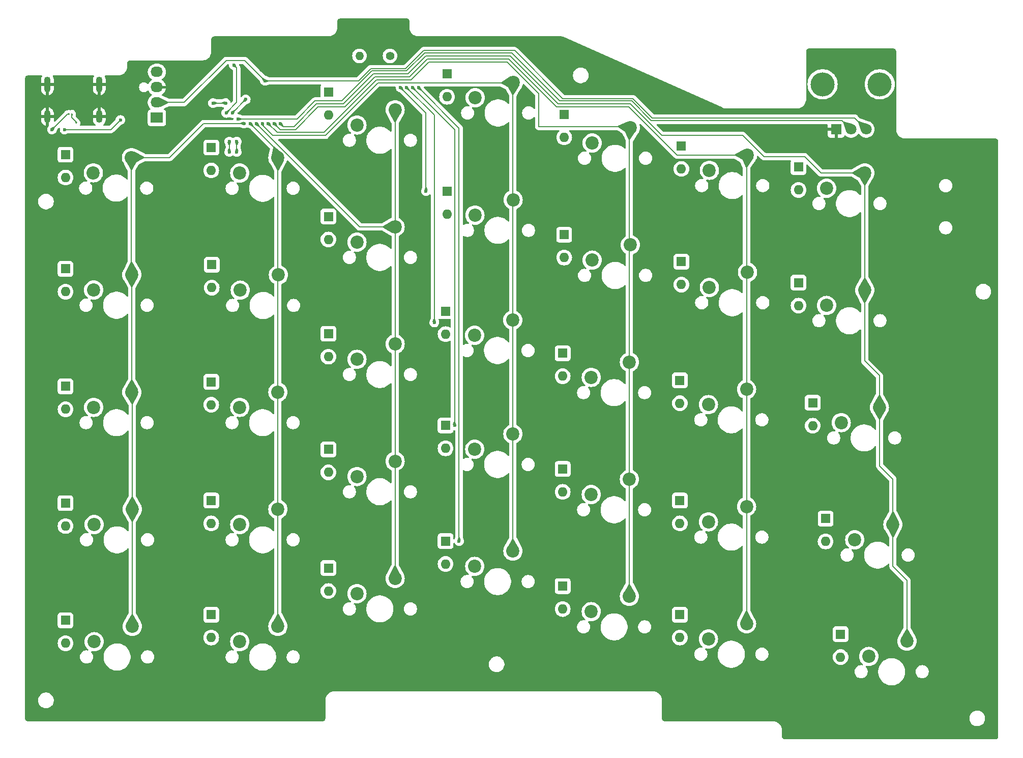
<source format=gbr>
%TF.GenerationSoftware,KiCad,Pcbnew,8.0.6*%
%TF.CreationDate,2024-10-31T21:18:19+01:00*%
%TF.ProjectId,keyboard,6b657962-6f61-4726-942e-6b696361645f,rev?*%
%TF.SameCoordinates,Original*%
%TF.FileFunction,Copper,L2,Bot*%
%TF.FilePolarity,Positive*%
%FSLAX46Y46*%
G04 Gerber Fmt 4.6, Leading zero omitted, Abs format (unit mm)*
G04 Created by KiCad (PCBNEW 8.0.6) date 2024-10-31 21:18:19*
%MOMM*%
%LPD*%
G01*
G04 APERTURE LIST*
%TA.AperFunction,ComponentPad*%
%ADD10C,2.200000*%
%TD*%
%TA.AperFunction,ComponentPad*%
%ADD11C,1.400000*%
%TD*%
%TA.AperFunction,ComponentPad*%
%ADD12O,1.400000X1.400000*%
%TD*%
%TA.AperFunction,ComponentPad*%
%ADD13O,1.100000X2.100000*%
%TD*%
%TA.AperFunction,ComponentPad*%
%ADD14O,1.100000X2.600000*%
%TD*%
%TA.AperFunction,ComponentPad*%
%ADD15C,1.800000*%
%TD*%
%TA.AperFunction,ComponentPad*%
%ADD16R,1.800000X1.800000*%
%TD*%
%TA.AperFunction,ComponentPad*%
%ADD17O,4.000000X4.000000*%
%TD*%
%TA.AperFunction,ComponentPad*%
%ADD18O,2.030000X1.730000*%
%TD*%
%TA.AperFunction,ComponentPad*%
%ADD19R,2.030000X1.730000*%
%TD*%
%TA.AperFunction,ComponentPad*%
%ADD20R,1.600000X1.600000*%
%TD*%
%TA.AperFunction,ComponentPad*%
%ADD21O,1.600000X1.600000*%
%TD*%
%TA.AperFunction,ViaPad*%
%ADD22C,0.600000*%
%TD*%
%TA.AperFunction,ViaPad*%
%ADD23C,0.300000*%
%TD*%
%TA.AperFunction,Conductor*%
%ADD24C,0.200000*%
%TD*%
G04 APERTURE END LIST*
D10*
%TO.P,SW26,2,2*%
%TO.N,Net-(D26-A)*%
X174410000Y-56790000D03*
%TO.P,SW26,1,1*%
%TO.N,col6*%
X180760000Y-54250000D03*
%TD*%
D11*
%TO.P,R1,1*%
%TO.N,Net-(R1-Pad1)*%
X121250000Y-37750000D03*
D12*
%TO.P,R1,2*%
%TO.N,Net-(J3-Pin_4)*%
X116170000Y-37750000D03*
%TD*%
D10*
%TO.P,SW22,2,2*%
%TO.N,Net-(D22-A)*%
X154910000Y-71750000D03*
%TO.P,SW22,1,1*%
%TO.N,col5*%
X161260000Y-69210000D03*
%TD*%
%TO.P,SW27,2,2*%
%TO.N,Net-(D27-A)*%
X174410000Y-76290000D03*
%TO.P,SW27,1,1*%
%TO.N,col6*%
X180760000Y-73750000D03*
%TD*%
%TO.P,SW31,2,2*%
%TO.N,Net-(D31-A)*%
X193910000Y-59790000D03*
%TO.P,SW31,1,1*%
%TO.N,col7*%
X200260000Y-57250000D03*
%TD*%
%TO.P,SW7,2,2*%
%TO.N,Net-(D7-A)*%
X96330000Y-76750000D03*
%TO.P,SW7,1,1*%
%TO.N,col2*%
X102680000Y-74210000D03*
%TD*%
%TO.P,SW25,2,2*%
%TO.N,Net-(D25-A)*%
X154750000Y-130250000D03*
%TO.P,SW25,1,1*%
%TO.N,col5*%
X161100000Y-127710000D03*
%TD*%
%TO.P,SW28,2,2*%
%TO.N,Net-(D28-A)*%
X174250000Y-95790000D03*
%TO.P,SW28,1,1*%
%TO.N,col6*%
X180600000Y-93250000D03*
%TD*%
%TO.P,SW24,2,2*%
%TO.N,Net-(D24-A)*%
X154750000Y-110750000D03*
%TO.P,SW24,1,1*%
%TO.N,col5*%
X161100000Y-108210000D03*
%TD*%
%TO.P,SW34,2,2*%
%TO.N,Net-(D34-A)*%
X198610000Y-118290000D03*
%TO.P,SW34,1,1*%
%TO.N,col7*%
X204960000Y-115750000D03*
%TD*%
%TO.P,SW9,2,2*%
%TO.N,Net-(D9-A)*%
X96250000Y-115750000D03*
%TO.P,SW9,1,1*%
%TO.N,col2*%
X102600000Y-113210000D03*
%TD*%
%TO.P,SW8,2,2*%
%TO.N,Net-(D8-A)*%
X96250000Y-96250000D03*
%TO.P,SW8,1,1*%
%TO.N,col2*%
X102600000Y-93710000D03*
%TD*%
%TO.P,SW13,2,2*%
%TO.N,Net-(D13-A)*%
X115750000Y-88250000D03*
%TO.P,SW13,1,1*%
%TO.N,col3*%
X122100000Y-85710000D03*
%TD*%
%TO.P,SW15,2,2*%
%TO.N,Net-(D15-A)*%
X115750000Y-127250000D03*
%TO.P,SW15,1,1*%
%TO.N,col3*%
X122100000Y-124710000D03*
%TD*%
%TO.P,SW14,2,2*%
%TO.N,Net-(D14-A)*%
X115750000Y-107750000D03*
%TO.P,SW14,1,1*%
%TO.N,col3*%
X122100000Y-105210000D03*
%TD*%
%TO.P,SW20,2,2*%
%TO.N,Net-(D20-A)*%
X135360000Y-122710000D03*
%TO.P,SW20,1,1*%
%TO.N,col4*%
X141710000Y-120170000D03*
%TD*%
D13*
%TO.P,J1,S1,SHIELD*%
%TO.N,GND*%
X72890000Y-47860000D03*
D14*
X72890000Y-42500000D03*
D13*
X64250000Y-47860000D03*
D14*
X64250000Y-42500000D03*
%TD*%
D10*
%TO.P,SW4,2,2*%
%TO.N,Net-(D4-A)*%
X72020000Y-115750000D03*
%TO.P,SW4,1,1*%
%TO.N,col1*%
X78370000Y-113210000D03*
%TD*%
%TO.P,SW19,2,2*%
%TO.N,Net-(D19-A)*%
X135360000Y-103210000D03*
%TO.P,SW19,1,1*%
%TO.N,col4*%
X141710000Y-100670000D03*
%TD*%
%TO.P,SW2,2,2*%
%TO.N,Net-(D1-A)*%
X71880000Y-57210000D03*
%TO.P,SW2,1,1*%
%TO.N,col1*%
X78230000Y-54670000D03*
%TD*%
D15*
%TO.P,RV1,3,3*%
%TO.N,VDD*%
X200500000Y-49975000D03*
%TO.P,RV1,2,2*%
%TO.N,Net-(U1-PC3)*%
X198000000Y-49975000D03*
D16*
%TO.P,RV1,1,1*%
%TO.N,GND*%
X195500000Y-49975000D03*
D17*
%TO.P,RV1,*%
%TO.N,*%
X202750000Y-42475000D03*
X193250000Y-42475000D03*
%TD*%
D10*
%TO.P,SW11,2,2*%
%TO.N,Net-(D11-A)*%
X115750000Y-49250000D03*
%TO.P,SW11,1,1*%
%TO.N,col3*%
X122100000Y-46710000D03*
%TD*%
%TO.P,SW6,2,2*%
%TO.N,Net-(D6-A)*%
X96250000Y-57250000D03*
%TO.P,SW6,1,1*%
%TO.N,col2*%
X102600000Y-54710000D03*
%TD*%
%TO.P,SW16,2,2*%
%TO.N,Net-(D16-A)*%
X135440000Y-44710000D03*
%TO.P,SW16,1,1*%
%TO.N,col4*%
X141790000Y-42170000D03*
%TD*%
%TO.P,SW21,2,2*%
%TO.N,Net-(D21-A)*%
X154910000Y-52250000D03*
%TO.P,SW21,1,1*%
%TO.N,col5*%
X161260000Y-49710000D03*
%TD*%
%TO.P,SW32,2,2*%
%TO.N,Net-(D32-A)*%
X193910000Y-79290000D03*
%TO.P,SW32,1,1*%
%TO.N,col7*%
X200260000Y-76750000D03*
%TD*%
%TO.P,SW23,2,2*%
%TO.N,Net-(D23-A)*%
X154750000Y-91250000D03*
%TO.P,SW23,1,1*%
%TO.N,col5*%
X161100000Y-88710000D03*
%TD*%
%TO.P,SW3,2,2*%
%TO.N,Net-(D3-A)*%
X71940000Y-96250000D03*
%TO.P,SW3,1,1*%
%TO.N,col1*%
X78290000Y-93710000D03*
%TD*%
%TO.P,SW29,2,2*%
%TO.N,Net-(D29-A)*%
X174250000Y-115290000D03*
%TO.P,SW29,1,1*%
%TO.N,col6*%
X180600000Y-112750000D03*
%TD*%
%TO.P,SW18,2,2*%
%TO.N,Net-(D18-A)*%
X135330000Y-84250000D03*
%TO.P,SW18,1,1*%
%TO.N,col4*%
X141680000Y-81710000D03*
%TD*%
D18*
%TO.P,J3,4,Pin_4*%
%TO.N,Net-(J3-Pin_4)*%
X82450000Y-40430000D03*
%TO.P,J3,3,Pin_3*%
%TO.N,GND*%
X82450000Y-42970000D03*
%TO.P,J3,2,Pin_2*%
%TO.N,VDD*%
X82450000Y-45510000D03*
D19*
%TO.P,J3,1,Pin_1*%
%TO.N,Net-(J3-Pin_1)*%
X82450000Y-48050000D03*
%TD*%
D10*
%TO.P,SW30,2,2*%
%TO.N,Net-(D30-A)*%
X174250000Y-134790000D03*
%TO.P,SW30,1,1*%
%TO.N,col6*%
X180600000Y-132250000D03*
%TD*%
%TO.P,SW10,2,2*%
%TO.N,Net-(D10-A)*%
X96250000Y-135250000D03*
%TO.P,SW10,1,1*%
%TO.N,col2*%
X102600000Y-132710000D03*
%TD*%
%TO.P,SW33,2,2*%
%TO.N,Net-(D33-A)*%
X196360000Y-98790000D03*
%TO.P,SW33,1,1*%
%TO.N,col7*%
X202710000Y-96250000D03*
%TD*%
%TO.P,SW12,2,2*%
%TO.N,Net-(D12-A)*%
X115750000Y-68750000D03*
%TO.P,SW12,1,1*%
%TO.N,col3*%
X122100000Y-66210000D03*
%TD*%
%TO.P,SW35,2,2*%
%TO.N,Net-(D35-A)*%
X200940000Y-137710000D03*
%TO.P,SW35,1,1*%
%TO.N,col7*%
X207290000Y-135170000D03*
%TD*%
%TO.P,SW17,2,2*%
%TO.N,Net-(D17-A)*%
X135400000Y-64250000D03*
%TO.P,SW17,1,1*%
%TO.N,col4*%
X141750000Y-61710000D03*
%TD*%
%TO.P,SW1,2,2*%
%TO.N,Net-(D2-A)*%
X71940000Y-76710000D03*
%TO.P,SW1,1,1*%
%TO.N,col1*%
X78290000Y-74170000D03*
%TD*%
%TO.P,SW5,2,2*%
%TO.N,Net-(D5-A)*%
X72020000Y-135250000D03*
%TO.P,SW5,1,1*%
%TO.N,col1*%
X78370000Y-132710000D03*
%TD*%
D20*
%TO.P,D35,1,K*%
%TO.N,row5*%
X196250000Y-133999314D03*
D21*
%TO.P,D35,2,A*%
%TO.N,Net-(D35-A)*%
X196250000Y-137809314D03*
%TD*%
D20*
%TO.P,D34,1,K*%
%TO.N,row4*%
X193750000Y-114750000D03*
D21*
%TO.P,D34,2,A*%
%TO.N,Net-(D34-A)*%
X193750000Y-118560000D03*
%TD*%
D20*
%TO.P,D33,1,K*%
%TO.N,row3*%
X191600000Y-95490000D03*
D21*
%TO.P,D33,2,A*%
%TO.N,Net-(D33-A)*%
X191600000Y-99300000D03*
%TD*%
D20*
%TO.P,D32,1,K*%
%TO.N,row2*%
X189250000Y-75500000D03*
D21*
%TO.P,D32,2,A*%
%TO.N,Net-(D32-A)*%
X189250000Y-79310000D03*
%TD*%
D20*
%TO.P,D31,1,K*%
%TO.N,row1*%
X189250000Y-56249314D03*
D21*
%TO.P,D31,2,A*%
%TO.N,Net-(D31-A)*%
X189250000Y-60059314D03*
%TD*%
D20*
%TO.P,D30,1,K*%
%TO.N,row5*%
X169500000Y-130750000D03*
D21*
%TO.P,D30,2,A*%
%TO.N,Net-(D30-A)*%
X169500000Y-134560000D03*
%TD*%
D20*
%TO.P,D29,1,K*%
%TO.N,row4*%
X169500000Y-111749314D03*
D21*
%TO.P,D29,2,A*%
%TO.N,Net-(D29-A)*%
X169500000Y-115559314D03*
%TD*%
D20*
%TO.P,D28,1,K*%
%TO.N,row3*%
X169500000Y-91750000D03*
D21*
%TO.P,D28,2,A*%
%TO.N,Net-(D28-A)*%
X169500000Y-95560000D03*
%TD*%
D20*
%TO.P,D27,1,K*%
%TO.N,row2*%
X169750000Y-72000000D03*
D21*
%TO.P,D27,2,A*%
%TO.N,Net-(D27-A)*%
X169750000Y-75810000D03*
%TD*%
D20*
%TO.P,D26,1,K*%
%TO.N,row1*%
X169750000Y-52750000D03*
D21*
%TO.P,D26,2,A*%
%TO.N,Net-(D26-A)*%
X169750000Y-56560000D03*
%TD*%
D20*
%TO.P,D25,1,K*%
%TO.N,row5*%
X150000000Y-126000000D03*
D21*
%TO.P,D25,2,A*%
%TO.N,Net-(D25-A)*%
X150000000Y-129810000D03*
%TD*%
D20*
%TO.P,D24,1,K*%
%TO.N,row4*%
X150000000Y-106500000D03*
D21*
%TO.P,D24,2,A*%
%TO.N,Net-(D24-A)*%
X150000000Y-110310000D03*
%TD*%
D20*
%TO.P,D23,1,K*%
%TO.N,row3*%
X150000000Y-87250000D03*
D21*
%TO.P,D23,2,A*%
%TO.N,Net-(D23-A)*%
X150000000Y-91060000D03*
%TD*%
D20*
%TO.P,D22,1,K*%
%TO.N,row2*%
X150250000Y-67500000D03*
D21*
%TO.P,D22,2,A*%
%TO.N,Net-(D22-A)*%
X150250000Y-71310000D03*
%TD*%
D20*
%TO.P,D21,1,K*%
%TO.N,row1*%
X150250000Y-47500000D03*
D21*
%TO.P,D21,2,A*%
%TO.N,Net-(D21-A)*%
X150250000Y-51310000D03*
%TD*%
D20*
%TO.P,D20,1,K*%
%TO.N,row5*%
X130500000Y-118500000D03*
D21*
%TO.P,D20,2,A*%
%TO.N,Net-(D20-A)*%
X130500000Y-122310000D03*
%TD*%
D20*
%TO.P,D19,1,K*%
%TO.N,row4*%
X130500000Y-99250000D03*
D21*
%TO.P,D19,2,A*%
%TO.N,Net-(D19-A)*%
X130500000Y-103060000D03*
%TD*%
D20*
%TO.P,D18,1,K*%
%TO.N,row3*%
X130500000Y-80250000D03*
D21*
%TO.P,D18,2,A*%
%TO.N,Net-(D18-A)*%
X130500000Y-84060000D03*
%TD*%
D20*
%TO.P,D17,1,K*%
%TO.N,row2*%
X130750000Y-60250000D03*
D21*
%TO.P,D17,2,A*%
%TO.N,Net-(D17-A)*%
X130750000Y-64060000D03*
%TD*%
D20*
%TO.P,D16,1,K*%
%TO.N,row1*%
X130750000Y-40750000D03*
D21*
%TO.P,D16,2,A*%
%TO.N,Net-(D16-A)*%
X130750000Y-44560000D03*
%TD*%
D20*
%TO.P,D15,1,K*%
%TO.N,row5*%
X111000000Y-123000000D03*
D21*
%TO.P,D15,2,A*%
%TO.N,Net-(D15-A)*%
X111000000Y-126810000D03*
%TD*%
D20*
%TO.P,D14,1,K*%
%TO.N,row4*%
X111000000Y-103250000D03*
D21*
%TO.P,D14,2,A*%
%TO.N,Net-(D14-A)*%
X111000000Y-107060000D03*
%TD*%
D20*
%TO.P,D13,1,K*%
%TO.N,row3*%
X111000000Y-84000000D03*
D21*
%TO.P,D13,2,A*%
%TO.N,Net-(D13-A)*%
X111000000Y-87810000D03*
%TD*%
D20*
%TO.P,D12,1,K*%
%TO.N,row2*%
X111000000Y-64500000D03*
D21*
%TO.P,D12,2,A*%
%TO.N,Net-(D12-A)*%
X111000000Y-68310000D03*
%TD*%
D20*
%TO.P,D11,1,K*%
%TO.N,row1*%
X111000000Y-43750000D03*
D21*
%TO.P,D11,2,A*%
%TO.N,Net-(D11-A)*%
X111000000Y-47560000D03*
%TD*%
D20*
%TO.P,D10,1,K*%
%TO.N,row5*%
X91500000Y-130750000D03*
D21*
%TO.P,D10,2,A*%
%TO.N,Net-(D10-A)*%
X91500000Y-134560000D03*
%TD*%
D20*
%TO.P,D9,1,K*%
%TO.N,row4*%
X91500000Y-111750000D03*
D21*
%TO.P,D9,2,A*%
%TO.N,Net-(D9-A)*%
X91500000Y-115560000D03*
%TD*%
D20*
%TO.P,D8,1,K*%
%TO.N,row3*%
X91500000Y-92000000D03*
D21*
%TO.P,D8,2,A*%
%TO.N,Net-(D8-A)*%
X91500000Y-95810000D03*
%TD*%
D20*
%TO.P,D7,1,K*%
%TO.N,row2*%
X91590000Y-72520000D03*
D21*
%TO.P,D7,2,A*%
%TO.N,Net-(D7-A)*%
X91590000Y-76330000D03*
%TD*%
D20*
%TO.P,D6,1,K*%
%TO.N,row1*%
X91500000Y-53000000D03*
D21*
%TO.P,D6,2,A*%
%TO.N,Net-(D6-A)*%
X91500000Y-56810000D03*
%TD*%
D20*
%TO.P,D5,1,K*%
%TO.N,row5*%
X67250000Y-131689999D03*
D21*
%TO.P,D5,2,A*%
%TO.N,Net-(D5-A)*%
X67250000Y-135499999D03*
%TD*%
D20*
%TO.P,D4,1,K*%
%TO.N,row4*%
X67250000Y-112189999D03*
D21*
%TO.P,D4,2,A*%
%TO.N,Net-(D4-A)*%
X67250000Y-115999999D03*
%TD*%
D20*
%TO.P,D3,1,K*%
%TO.N,row3*%
X67250000Y-92750000D03*
D21*
%TO.P,D3,2,A*%
%TO.N,Net-(D3-A)*%
X67250000Y-96560000D03*
%TD*%
D20*
%TO.P,D2,1,K*%
%TO.N,row2*%
X67250000Y-73189999D03*
D21*
%TO.P,D2,2,A*%
%TO.N,Net-(D2-A)*%
X67250000Y-76999999D03*
%TD*%
D20*
%TO.P,D1,1,K*%
%TO.N,row1*%
X67250000Y-54189314D03*
D21*
%TO.P,D1,2,A*%
%TO.N,Net-(D1-A)*%
X67250000Y-57999314D03*
%TD*%
D22*
%TO.N,VDD*%
X67100000Y-50000000D03*
X76375000Y-48425000D03*
D23*
%TO.N,dp*%
X68320000Y-47390000D03*
%TO.N,Net-(J1-CC2)*%
X67820000Y-47420000D03*
%TO.N,dp*%
X69070000Y-48950000D03*
D22*
%TO.N,Net-(J1-CC2)*%
X65000000Y-50000000D03*
%TO.N,dp*%
X91800000Y-45600000D03*
%TO.N,GND*%
X99750000Y-40000000D03*
X101500000Y-40750000D03*
X102500000Y-42750000D03*
%TO.N,VDD*%
X100450000Y-41900000D03*
%TO.N,GND*%
X78250000Y-42500000D03*
X207750000Y-58250000D03*
X98000000Y-36500000D03*
X112937500Y-36187500D03*
X91000000Y-43000000D03*
X107750000Y-44750000D03*
%TO.N,row2*%
X127250000Y-60250000D03*
X123000000Y-43000000D03*
%TO.N,row3*%
X124000000Y-43000000D03*
X128625000Y-82125000D03*
%TO.N,row4*%
X125000000Y-43000000D03*
X132000000Y-99250000D03*
%TO.N,row5*%
X126000000Y-43000000D03*
X132750000Y-118500000D03*
%TO.N,dp*%
X93900000Y-45600000D03*
%TO.N,scl*%
X94500000Y-52000000D03*
X95250000Y-39250000D03*
X94500000Y-53750000D03*
X94000000Y-47250000D03*
%TO.N,Net-(U1-PC3)*%
X96000000Y-48250000D03*
%TO.N,col1*%
X97000000Y-49000000D03*
%TO.N,col2*%
X98000000Y-49000000D03*
%TO.N,col3*%
X99000000Y-49000000D03*
%TO.N,col4*%
X100000000Y-49000000D03*
%TO.N,col5*%
X101000000Y-49000000D03*
%TO.N,col6*%
X102000000Y-49000000D03*
%TO.N,col7*%
X103000000Y-49000000D03*
%TO.N,sda*%
X95750000Y-53750000D03*
X97250000Y-45000000D03*
X95750000Y-52000000D03*
X95000000Y-47250000D03*
%TD*%
D24*
%TO.N,VDD*%
X74800000Y-50000000D02*
X76375000Y-48425000D01*
X67100000Y-50000000D02*
X74800000Y-50000000D01*
%TO.N,dp*%
X68320000Y-48050000D02*
X68320000Y-47390000D01*
X69070000Y-48800000D02*
X68320000Y-48050000D01*
X69070000Y-48950000D02*
X69070000Y-48800000D01*
%TO.N,Net-(J1-CC2)*%
X67580000Y-47420000D02*
X65000000Y-50000000D01*
X67820000Y-47420000D02*
X67580000Y-47420000D01*
X65000000Y-50000000D02*
X65000000Y-49810000D01*
%TO.N,dp*%
X91800000Y-45600000D02*
X93900000Y-45600000D01*
%TO.N,GND*%
X101500000Y-40750000D02*
X100500000Y-40750000D01*
X100500000Y-40750000D02*
X99750000Y-40000000D01*
X104500000Y-44750000D02*
X102500000Y-42750000D01*
X107750000Y-44750000D02*
X104500000Y-44750000D01*
%TO.N,VDD*%
X198625000Y-48100000D02*
X200500000Y-49975000D01*
X164915686Y-48100000D02*
X198625000Y-48100000D01*
X142000000Y-36850000D02*
X150000000Y-44850000D01*
X126834314Y-36850000D02*
X142000000Y-36850000D01*
X150000000Y-44850000D02*
X161665686Y-44850000D01*
X118084314Y-39850000D02*
X123834314Y-39850000D01*
X161665686Y-44850000D02*
X164915686Y-48100000D01*
X116034314Y-41900000D02*
X118084314Y-39850000D01*
X123834314Y-39850000D02*
X126834314Y-36850000D01*
X100450000Y-41900000D02*
X116034314Y-41900000D01*
X86990000Y-45510000D02*
X82450000Y-45510000D01*
X97050000Y-38500000D02*
X94000000Y-38500000D01*
X100450000Y-41900000D02*
X97050000Y-38500000D01*
X94000000Y-38500000D02*
X86990000Y-45510000D01*
%TO.N,row2*%
X123000000Y-43000000D02*
X127250000Y-47250000D01*
X127250000Y-47250000D02*
X127250000Y-60250000D01*
%TO.N,row3*%
X124000000Y-43000000D02*
X128625000Y-47625000D01*
X128625000Y-47625000D02*
X128625000Y-82125000D01*
%TO.N,row4*%
X132000000Y-99250000D02*
X132000000Y-50000000D01*
X132000000Y-50000000D02*
X125000000Y-43000000D01*
%TO.N,row5*%
X132750000Y-49750000D02*
X132750000Y-118500000D01*
X126000000Y-43000000D02*
X132750000Y-49750000D01*
%TO.N,scl*%
X95250000Y-39250000D02*
X95750000Y-39750000D01*
X95750000Y-45500000D02*
X94000000Y-47250000D01*
X94500000Y-53750000D02*
X94500000Y-52000000D01*
X95750000Y-39750000D02*
X95750000Y-45500000D01*
%TO.N,Net-(U1-PC3)*%
X196500000Y-48500000D02*
X164750000Y-48500000D01*
X198000000Y-49975000D02*
X197975000Y-49975000D01*
X161500000Y-45250000D02*
X149500000Y-45250000D01*
X124000000Y-40250000D02*
X118250000Y-40250000D01*
X113250000Y-45250000D02*
X108750000Y-45250000D01*
X127000000Y-37250000D02*
X124000000Y-40250000D01*
X149500000Y-45250000D02*
X141500000Y-37250000D01*
X164750000Y-48500000D02*
X161500000Y-45250000D01*
X108750000Y-45250000D02*
X105750000Y-48250000D01*
X197975000Y-49975000D02*
X196500000Y-48500000D01*
X141500000Y-37250000D02*
X127000000Y-37250000D01*
X105750000Y-48250000D02*
X96000000Y-48250000D01*
X118250000Y-40250000D02*
X113250000Y-45250000D01*
%TO.N,col1*%
X78290000Y-93710000D02*
X78370000Y-93790000D01*
X78290000Y-74170000D02*
X78290000Y-93710000D01*
X84580000Y-54670000D02*
X90250000Y-49000000D01*
X78370000Y-113210000D02*
X78370000Y-132710000D01*
X78370000Y-93790000D02*
X78370000Y-113210000D01*
X78230000Y-74110000D02*
X78290000Y-74170000D01*
X78230000Y-54670000D02*
X78230000Y-74110000D01*
X90250000Y-49000000D02*
X97000000Y-49000000D01*
X78230000Y-54670000D02*
X84580000Y-54670000D01*
%TO.N,col2*%
X102600000Y-54710000D02*
X102600000Y-53600000D01*
X102600000Y-132710000D02*
X102600000Y-54710000D01*
X102600000Y-53600000D02*
X98000000Y-49000000D01*
%TO.N,col3*%
X116210000Y-66210000D02*
X99000000Y-49000000D01*
X122100000Y-66210000D02*
X116210000Y-66210000D01*
X122100000Y-124710000D02*
X122100000Y-46710000D01*
%TO.N,col4*%
X119250000Y-42250000D02*
X110500000Y-51000000D01*
X141710000Y-42250000D02*
X119250000Y-42250000D01*
X141710000Y-42250000D02*
X141790000Y-42170000D01*
X101750000Y-51000000D02*
X100000000Y-49250000D01*
X100000000Y-49250000D02*
X100000000Y-49000000D01*
X141710000Y-120170000D02*
X141710000Y-42250000D01*
X110500000Y-51000000D02*
X101750000Y-51000000D01*
%TO.N,col5*%
X102500000Y-50500000D02*
X101000000Y-49000000D01*
X119000000Y-41750000D02*
X110250000Y-50500000D01*
X161260000Y-49710000D02*
X161050000Y-49500000D01*
X161100000Y-127710000D02*
X161100000Y-49870000D01*
X146000000Y-44000000D02*
X140750000Y-38750000D01*
X161050000Y-49500000D02*
X146000000Y-49500000D01*
X146000000Y-49500000D02*
X146000000Y-44000000D01*
X110250000Y-50500000D02*
X102500000Y-50500000D01*
X124750000Y-41750000D02*
X119000000Y-41750000D01*
X140750000Y-38750000D02*
X127750000Y-38750000D01*
X127750000Y-38750000D02*
X124750000Y-41750000D01*
X161100000Y-49870000D02*
X161260000Y-49710000D01*
%TO.N,col6*%
X105500000Y-50000000D02*
X109250000Y-46250000D01*
X109250000Y-46250000D02*
X113750000Y-46250000D01*
X124500000Y-41250000D02*
X127500000Y-38250000D01*
X118750000Y-41250000D02*
X124500000Y-41250000D01*
X102000000Y-49000000D02*
X103000000Y-50000000D01*
X169000000Y-54250000D02*
X180760000Y-54250000D01*
X180600000Y-132250000D02*
X180600000Y-54410000D01*
X161000000Y-46250000D02*
X169000000Y-54250000D01*
X141000000Y-38250000D02*
X149000000Y-46250000D01*
X127500000Y-38250000D02*
X141000000Y-38250000D01*
X113750000Y-46250000D02*
X118750000Y-41250000D01*
X180600000Y-54410000D02*
X180760000Y-54250000D01*
X103000000Y-50000000D02*
X105500000Y-50000000D01*
X149000000Y-46250000D02*
X161000000Y-46250000D01*
%TO.N,col7*%
X127250000Y-37750000D02*
X124250000Y-40750000D01*
X149250000Y-45750000D02*
X141250000Y-37750000D01*
X204960000Y-115750000D02*
X204960000Y-108210000D01*
X183500000Y-54500000D02*
X180000000Y-51000000D01*
X202750000Y-106000000D02*
X202750000Y-96290000D01*
X200250000Y-88500000D02*
X200250000Y-76760000D01*
X193000000Y-57250000D02*
X190250000Y-54500000D01*
X161250000Y-45750000D02*
X149250000Y-45750000D01*
X202710000Y-90960000D02*
X200250000Y-88500000D01*
X202750000Y-96290000D02*
X202710000Y-96250000D01*
X200250000Y-76760000D02*
X200260000Y-76750000D01*
X190250000Y-54500000D02*
X183500000Y-54500000D01*
X141250000Y-37750000D02*
X127250000Y-37750000D01*
X207290000Y-135170000D02*
X207290000Y-125040000D01*
X200260000Y-57250000D02*
X193000000Y-57250000D01*
X109000000Y-45750000D02*
X105250000Y-49500000D01*
X166500000Y-51000000D02*
X161250000Y-45750000D01*
X204960000Y-122710000D02*
X204960000Y-115750000D01*
X113500000Y-45750000D02*
X109000000Y-45750000D01*
X180000000Y-51000000D02*
X166500000Y-51000000D01*
X118500000Y-40750000D02*
X113500000Y-45750000D01*
X207290000Y-125040000D02*
X204960000Y-122710000D01*
X200260000Y-76750000D02*
X200260000Y-57250000D01*
X105250000Y-49500000D02*
X103500000Y-49500000D01*
X204960000Y-108210000D02*
X202750000Y-106000000D01*
X202710000Y-96250000D02*
X202710000Y-90960000D01*
X103500000Y-49500000D02*
X103000000Y-49000000D01*
X124250000Y-40750000D02*
X118500000Y-40750000D01*
%TO.N,sda*%
X95000000Y-47250000D02*
X97250000Y-45000000D01*
X95750000Y-53750000D02*
X95750000Y-52000000D01*
%TD*%
%TA.AperFunction,Conductor*%
%TO.N,GND*%
G36*
X96816942Y-39120185D02*
G01*
X96837584Y-39136819D01*
X99512710Y-41811945D01*
X99537465Y-41847337D01*
X99709765Y-42217834D01*
X99716124Y-42230126D01*
X99723026Y-42246137D01*
X99724209Y-42249518D01*
X99724212Y-42249524D01*
X99786221Y-42348210D01*
X99820184Y-42402262D01*
X99947738Y-42529816D01*
X100100478Y-42625789D01*
X100184187Y-42655080D01*
X100270745Y-42685368D01*
X100270750Y-42685369D01*
X100449996Y-42705565D01*
X100450000Y-42705565D01*
X100450004Y-42705565D01*
X100629249Y-42685369D01*
X100629250Y-42685368D01*
X100629255Y-42685368D01*
X100708251Y-42657725D01*
X100723651Y-42653431D01*
X100748687Y-42648166D01*
X101132495Y-42508022D01*
X101175026Y-42500500D01*
X109663568Y-42500500D01*
X109730607Y-42520185D01*
X109776362Y-42572989D01*
X109786306Y-42642147D01*
X109762835Y-42698810D01*
X109756206Y-42707665D01*
X109756202Y-42707671D01*
X109705908Y-42842517D01*
X109699851Y-42898859D01*
X109699500Y-42902127D01*
X109699500Y-43747368D01*
X109699501Y-44525500D01*
X109679816Y-44592539D01*
X109627013Y-44638294D01*
X109575501Y-44649500D01*
X108836670Y-44649500D01*
X108836654Y-44649499D01*
X108829058Y-44649499D01*
X108670943Y-44649499D01*
X108594579Y-44669961D01*
X108518214Y-44690423D01*
X108518209Y-44690426D01*
X108381290Y-44769475D01*
X108381282Y-44769481D01*
X105537584Y-47613181D01*
X105476261Y-47646666D01*
X105449903Y-47649500D01*
X96725027Y-47649500D01*
X96682496Y-47641978D01*
X96298687Y-47501834D01*
X96287104Y-47498150D01*
X96258111Y-47488927D01*
X96258104Y-47488926D01*
X96258095Y-47488924D01*
X96256718Y-47488754D01*
X96230992Y-47482735D01*
X96179252Y-47464631D01*
X96000004Y-47444435D01*
X95993036Y-47444435D01*
X95993036Y-47441539D01*
X95936977Y-47431685D01*
X95885627Y-47384305D01*
X95868043Y-47316684D01*
X95879545Y-47268269D01*
X95912533Y-47197334D01*
X95937283Y-47161950D01*
X97161951Y-45937283D01*
X97197338Y-45912532D01*
X97567830Y-45740236D01*
X97580117Y-45733878D01*
X97596135Y-45726973D01*
X97599522Y-45725789D01*
X97752262Y-45629816D01*
X97879816Y-45502262D01*
X97975789Y-45349522D01*
X98035368Y-45179255D01*
X98041558Y-45124317D01*
X98055565Y-45000003D01*
X98055565Y-44999996D01*
X98035369Y-44820750D01*
X98035368Y-44820745D01*
X98007812Y-44741994D01*
X97975789Y-44650478D01*
X97975174Y-44649500D01*
X97918938Y-44560000D01*
X97879816Y-44497738D01*
X97752262Y-44370184D01*
X97751140Y-44369479D01*
X97599523Y-44274211D01*
X97429254Y-44214631D01*
X97429249Y-44214630D01*
X97250004Y-44194435D01*
X97249996Y-44194435D01*
X97070750Y-44214630D01*
X97070745Y-44214631D01*
X96900476Y-44274211D01*
X96747737Y-44370184D01*
X96620184Y-44497737D01*
X96602740Y-44525500D01*
X96581064Y-44559998D01*
X96579494Y-44562496D01*
X96527159Y-44608787D01*
X96458106Y-44619435D01*
X96394257Y-44591060D01*
X96355885Y-44532670D01*
X96350500Y-44496524D01*
X96350500Y-39839060D01*
X96350501Y-39839047D01*
X96350501Y-39670944D01*
X96333452Y-39607317D01*
X96309577Y-39518216D01*
X96294526Y-39492147D01*
X96230523Y-39381288D01*
X96230518Y-39381281D01*
X96187287Y-39338052D01*
X96162532Y-39302660D01*
X96150498Y-39276784D01*
X96140080Y-39207699D01*
X96168666Y-39143945D01*
X96227183Y-39105766D01*
X96262936Y-39100500D01*
X96749903Y-39100500D01*
X96816942Y-39120185D01*
G37*
%TD.AperFunction*%
%TA.AperFunction,Conductor*%
G36*
X124006922Y-31501280D02*
G01*
X124097266Y-31511459D01*
X124124331Y-31517636D01*
X124203540Y-31545352D01*
X124228553Y-31557398D01*
X124299606Y-31602043D01*
X124321313Y-31619355D01*
X124380644Y-31678686D01*
X124397957Y-31700395D01*
X124442600Y-31771444D01*
X124454648Y-31796462D01*
X124482362Y-31875666D01*
X124488540Y-31902735D01*
X124498720Y-31993076D01*
X124499500Y-32006961D01*
X124499500Y-33107317D01*
X124530044Y-33319764D01*
X124530047Y-33319774D01*
X124590517Y-33525715D01*
X124679672Y-33720938D01*
X124679679Y-33720951D01*
X124795720Y-33901514D01*
X124936275Y-34063724D01*
X125060277Y-34171172D01*
X125098487Y-34204281D01*
X125214831Y-34279050D01*
X125279048Y-34320320D01*
X125279061Y-34320327D01*
X125474284Y-34409482D01*
X125474288Y-34409483D01*
X125474290Y-34409484D01*
X125680231Y-34469954D01*
X125680232Y-34469954D01*
X125680235Y-34469955D01*
X125743584Y-34479062D01*
X125892682Y-34500500D01*
X125892683Y-34500500D01*
X149721897Y-34500500D01*
X149721901Y-34500501D01*
X149783468Y-34500500D01*
X149792104Y-34500801D01*
X149798966Y-34501280D01*
X149848562Y-34504742D01*
X149865653Y-34507140D01*
X149916795Y-34517993D01*
X149933385Y-34522744D01*
X149986604Y-34542082D01*
X149994598Y-34545306D01*
X150050851Y-34570309D01*
X150050853Y-34570309D01*
X150059173Y-34574007D01*
X150059194Y-34574014D01*
X176532158Y-46339775D01*
X176532180Y-46339787D01*
X176559033Y-46351721D01*
X176559045Y-46351731D01*
X176559046Y-46351729D01*
X176674553Y-46403075D01*
X176823917Y-46451524D01*
X176823922Y-46451525D01*
X176977533Y-46484121D01*
X177133706Y-46500507D01*
X177212221Y-46500500D01*
X188934108Y-46500500D01*
X189000000Y-46500500D01*
X189107318Y-46500500D01*
X189285439Y-46474890D01*
X189319764Y-46469955D01*
X189319765Y-46469954D01*
X189319769Y-46469954D01*
X189525710Y-46409484D01*
X189525713Y-46409482D01*
X189525715Y-46409482D01*
X189720938Y-46320327D01*
X189720944Y-46320323D01*
X189720950Y-46320321D01*
X189901513Y-46204281D01*
X190063724Y-46063724D01*
X190204281Y-45901513D01*
X190320321Y-45720950D01*
X190320323Y-45720944D01*
X190320327Y-45720938D01*
X190409482Y-45525715D01*
X190409482Y-45525713D01*
X190409484Y-45525710D01*
X190469954Y-45319769D01*
X190500500Y-45107318D01*
X190500500Y-45000000D01*
X190500500Y-44934108D01*
X190500500Y-42541586D01*
X190518955Y-42478737D01*
X190725538Y-42478737D01*
X190743477Y-42506651D01*
X190748255Y-42533800D01*
X190764310Y-42789004D01*
X190764311Y-42789011D01*
X190764312Y-42789015D01*
X190822872Y-43096000D01*
X190823270Y-43098083D01*
X190920497Y-43397316D01*
X190920499Y-43397321D01*
X191054461Y-43682003D01*
X191054464Y-43682009D01*
X191223051Y-43947661D01*
X191223054Y-43947665D01*
X191423606Y-44190090D01*
X191423608Y-44190092D01*
X191423610Y-44190094D01*
X191602070Y-44357679D01*
X191652968Y-44405476D01*
X191652978Y-44405484D01*
X191907504Y-44590408D01*
X191907509Y-44590410D01*
X191907516Y-44590416D01*
X192183234Y-44741994D01*
X192183239Y-44741996D01*
X192183241Y-44741997D01*
X192183242Y-44741998D01*
X192475771Y-44857818D01*
X192475774Y-44857819D01*
X192764917Y-44932058D01*
X192780527Y-44936066D01*
X192846010Y-44944338D01*
X193092670Y-44975499D01*
X193092679Y-44975499D01*
X193092682Y-44975500D01*
X193092684Y-44975500D01*
X193407316Y-44975500D01*
X193407318Y-44975500D01*
X193407321Y-44975499D01*
X193407329Y-44975499D01*
X193593593Y-44951968D01*
X193719473Y-44936066D01*
X194024225Y-44857819D01*
X194024228Y-44857818D01*
X194316757Y-44741998D01*
X194316758Y-44741997D01*
X194316756Y-44741997D01*
X194316766Y-44741994D01*
X194592484Y-44590416D01*
X194847030Y-44405478D01*
X195076390Y-44190094D01*
X195276947Y-43947663D01*
X195445537Y-43682007D01*
X195579503Y-43397315D01*
X195676731Y-43098079D01*
X195735688Y-42789015D01*
X195735689Y-42789004D01*
X195755444Y-42475005D01*
X195755444Y-42474994D01*
X200244556Y-42474994D01*
X200244556Y-42475005D01*
X200264310Y-42789004D01*
X200264311Y-42789011D01*
X200264312Y-42789015D01*
X200322872Y-43096000D01*
X200323270Y-43098083D01*
X200420497Y-43397316D01*
X200420499Y-43397321D01*
X200554461Y-43682003D01*
X200554464Y-43682009D01*
X200723051Y-43947661D01*
X200723054Y-43947665D01*
X200923606Y-44190090D01*
X200923608Y-44190092D01*
X200923610Y-44190094D01*
X201102070Y-44357679D01*
X201152968Y-44405476D01*
X201152978Y-44405484D01*
X201407504Y-44590408D01*
X201407509Y-44590410D01*
X201407516Y-44590416D01*
X201683234Y-44741994D01*
X201683239Y-44741996D01*
X201683241Y-44741997D01*
X201683242Y-44741998D01*
X201975771Y-44857818D01*
X201975774Y-44857819D01*
X202264917Y-44932058D01*
X202280527Y-44936066D01*
X202346010Y-44944338D01*
X202592670Y-44975499D01*
X202592679Y-44975499D01*
X202592682Y-44975500D01*
X202592684Y-44975500D01*
X202907316Y-44975500D01*
X202907318Y-44975500D01*
X202907321Y-44975499D01*
X202907329Y-44975499D01*
X203093593Y-44951968D01*
X203219473Y-44936066D01*
X203524225Y-44857819D01*
X203524228Y-44857818D01*
X203816757Y-44741998D01*
X203816758Y-44741997D01*
X203816756Y-44741997D01*
X203816766Y-44741994D01*
X204092484Y-44590416D01*
X204347030Y-44405478D01*
X204576390Y-44190094D01*
X204776947Y-43947663D01*
X204945537Y-43682007D01*
X205079503Y-43397315D01*
X205176731Y-43098079D01*
X205235688Y-42789015D01*
X205235689Y-42789004D01*
X205251745Y-42533800D01*
X205274461Y-42471261D01*
X205256523Y-42443348D01*
X205251745Y-42416199D01*
X205235689Y-42160995D01*
X205235688Y-42160988D01*
X205235688Y-42160985D01*
X205176731Y-41851921D01*
X205079503Y-41552685D01*
X204945537Y-41267993D01*
X204813118Y-41059333D01*
X204776948Y-41002338D01*
X204776945Y-41002334D01*
X204576393Y-40759909D01*
X204576391Y-40759907D01*
X204517156Y-40704281D01*
X204347030Y-40544522D01*
X204347027Y-40544520D01*
X204347021Y-40544515D01*
X204092495Y-40359591D01*
X204092488Y-40359586D01*
X204092484Y-40359584D01*
X203816766Y-40208006D01*
X203816763Y-40208004D01*
X203816758Y-40208002D01*
X203816757Y-40208001D01*
X203524228Y-40092181D01*
X203524225Y-40092180D01*
X203219476Y-40013934D01*
X203219463Y-40013932D01*
X202907329Y-39974500D01*
X202907318Y-39974500D01*
X202592682Y-39974500D01*
X202592670Y-39974500D01*
X202280536Y-40013932D01*
X202280523Y-40013934D01*
X201975774Y-40092180D01*
X201975771Y-40092181D01*
X201683242Y-40208001D01*
X201683241Y-40208002D01*
X201407516Y-40359584D01*
X201407504Y-40359591D01*
X201152978Y-40544515D01*
X201152968Y-40544523D01*
X200923608Y-40759907D01*
X200923606Y-40759909D01*
X200723054Y-41002334D01*
X200723051Y-41002338D01*
X200554464Y-41267990D01*
X200554461Y-41267996D01*
X200420499Y-41552678D01*
X200420497Y-41552683D01*
X200323270Y-41851916D01*
X200264311Y-42160988D01*
X200264310Y-42160995D01*
X200244556Y-42474994D01*
X195755444Y-42474994D01*
X195735689Y-42160995D01*
X195735688Y-42160988D01*
X195735688Y-42160985D01*
X195676731Y-41851921D01*
X195579503Y-41552685D01*
X195445537Y-41267993D01*
X195313118Y-41059333D01*
X195276948Y-41002338D01*
X195276945Y-41002334D01*
X195076393Y-40759909D01*
X195076391Y-40759907D01*
X195017156Y-40704281D01*
X194847030Y-40544522D01*
X194847027Y-40544520D01*
X194847021Y-40544515D01*
X194592495Y-40359591D01*
X194592488Y-40359586D01*
X194592484Y-40359584D01*
X194316766Y-40208006D01*
X194316763Y-40208004D01*
X194316758Y-40208002D01*
X194316757Y-40208001D01*
X194024228Y-40092181D01*
X194024225Y-40092180D01*
X193719476Y-40013934D01*
X193719463Y-40013932D01*
X193407329Y-39974500D01*
X193407318Y-39974500D01*
X193092682Y-39974500D01*
X193092670Y-39974500D01*
X192780536Y-40013932D01*
X192780523Y-40013934D01*
X192475774Y-40092180D01*
X192475771Y-40092181D01*
X192183242Y-40208001D01*
X192183241Y-40208002D01*
X191907516Y-40359584D01*
X191907504Y-40359591D01*
X191652978Y-40544515D01*
X191652968Y-40544523D01*
X191423608Y-40759907D01*
X191423606Y-40759909D01*
X191223054Y-41002334D01*
X191223051Y-41002338D01*
X191054464Y-41267990D01*
X191054461Y-41267996D01*
X190920499Y-41552678D01*
X190920497Y-41552683D01*
X190823270Y-41851916D01*
X190764311Y-42160988D01*
X190764310Y-42160995D01*
X190748255Y-42416199D01*
X190725538Y-42478737D01*
X190518955Y-42478737D01*
X190520185Y-42474547D01*
X190523533Y-42471645D01*
X190503564Y-42435808D01*
X190500500Y-42408413D01*
X190500500Y-37006961D01*
X190501280Y-36993077D01*
X190501280Y-36993076D01*
X190511459Y-36902731D01*
X190517635Y-36875670D01*
X190545353Y-36796456D01*
X190557396Y-36771450D01*
X190602046Y-36700389D01*
X190619351Y-36678690D01*
X190678690Y-36619351D01*
X190700389Y-36602046D01*
X190771450Y-36557396D01*
X190796456Y-36545353D01*
X190875670Y-36517635D01*
X190902733Y-36511459D01*
X190965419Y-36504396D01*
X190993079Y-36501280D01*
X191006962Y-36500500D01*
X191065892Y-36500500D01*
X204934108Y-36500500D01*
X204993038Y-36500500D01*
X205006922Y-36501280D01*
X205097266Y-36511459D01*
X205124331Y-36517636D01*
X205203540Y-36545352D01*
X205228553Y-36557398D01*
X205299606Y-36602043D01*
X205321313Y-36619355D01*
X205380644Y-36678686D01*
X205397957Y-36700395D01*
X205442600Y-36771444D01*
X205454648Y-36796462D01*
X205482362Y-36875666D01*
X205488540Y-36902735D01*
X205498720Y-36993076D01*
X205499500Y-37006961D01*
X205499500Y-42408413D01*
X205479815Y-42475452D01*
X205476466Y-42478353D01*
X205496436Y-42514191D01*
X205499500Y-42541586D01*
X205499500Y-50107317D01*
X205530044Y-50319764D01*
X205530047Y-50319774D01*
X205590517Y-50525715D01*
X205679672Y-50720938D01*
X205679679Y-50720951D01*
X205795720Y-50901514D01*
X205936275Y-51063724D01*
X206037533Y-51151464D01*
X206098487Y-51204281D01*
X206141915Y-51232190D01*
X206279048Y-51320320D01*
X206279061Y-51320327D01*
X206474284Y-51409482D01*
X206474288Y-51409483D01*
X206474290Y-51409484D01*
X206680231Y-51469954D01*
X206680232Y-51469954D01*
X206680235Y-51469955D01*
X206743584Y-51479062D01*
X206892682Y-51500500D01*
X206934108Y-51500500D01*
X214434108Y-51500500D01*
X221934108Y-51500500D01*
X221993038Y-51500500D01*
X222006922Y-51501280D01*
X222097266Y-51511459D01*
X222124331Y-51517636D01*
X222203540Y-51545352D01*
X222228553Y-51557398D01*
X222299606Y-51602043D01*
X222321313Y-51619355D01*
X222380644Y-51678686D01*
X222397957Y-51700395D01*
X222442600Y-51771444D01*
X222454648Y-51796462D01*
X222482362Y-51875666D01*
X222488540Y-51902735D01*
X222498720Y-51993076D01*
X222499500Y-52006961D01*
X222499500Y-150993038D01*
X222498720Y-151006923D01*
X222488540Y-151097264D01*
X222482362Y-151124333D01*
X222454648Y-151203537D01*
X222442600Y-151228555D01*
X222397957Y-151299604D01*
X222380644Y-151321313D01*
X222321313Y-151380644D01*
X222299604Y-151397957D01*
X222228555Y-151442600D01*
X222203537Y-151454648D01*
X222124333Y-151482362D01*
X222097264Y-151488540D01*
X222017075Y-151497576D01*
X222006921Y-151498720D01*
X221993038Y-151499500D01*
X187006962Y-151499500D01*
X186993078Y-151498720D01*
X186980553Y-151497308D01*
X186902735Y-151488540D01*
X186875666Y-151482362D01*
X186796462Y-151454648D01*
X186771444Y-151442600D01*
X186700395Y-151397957D01*
X186678686Y-151380644D01*
X186619355Y-151321313D01*
X186602042Y-151299604D01*
X186557399Y-151228555D01*
X186545351Y-151203537D01*
X186517637Y-151124333D01*
X186511459Y-151097263D01*
X186501280Y-151006922D01*
X186500500Y-150993038D01*
X186500500Y-149892683D01*
X186500500Y-149892682D01*
X186469954Y-149680231D01*
X186409484Y-149474290D01*
X186409483Y-149474288D01*
X186409482Y-149474284D01*
X186320327Y-149279061D01*
X186320320Y-149279048D01*
X186272270Y-149204281D01*
X186204281Y-149098487D01*
X186171172Y-149060277D01*
X186063724Y-148936275D01*
X185901514Y-148795720D01*
X185901513Y-148795719D01*
X185836991Y-148754253D01*
X185720951Y-148679679D01*
X185720938Y-148679672D01*
X185525715Y-148590517D01*
X185319774Y-148530047D01*
X185319764Y-148530044D01*
X185128754Y-148502582D01*
X185107318Y-148499500D01*
X185107317Y-148499500D01*
X167006962Y-148499500D01*
X166993078Y-148498720D01*
X166980553Y-148497308D01*
X166902735Y-148488540D01*
X166875666Y-148482362D01*
X166796462Y-148454648D01*
X166771444Y-148442600D01*
X166700395Y-148397957D01*
X166678686Y-148380644D01*
X166619355Y-148321313D01*
X166602042Y-148299604D01*
X166557399Y-148228555D01*
X166545351Y-148203537D01*
X166517637Y-148124333D01*
X166511459Y-148097263D01*
X166501280Y-148006922D01*
X166500500Y-147993038D01*
X166500500Y-147897648D01*
X217699500Y-147897648D01*
X217699500Y-148102351D01*
X217731522Y-148304534D01*
X217794781Y-148499223D01*
X217858691Y-148624653D01*
X217886729Y-148679679D01*
X217887715Y-148681613D01*
X218008028Y-148847213D01*
X218152786Y-148991971D01*
X218251548Y-149063724D01*
X218318390Y-149112287D01*
X218434607Y-149171503D01*
X218500776Y-149205218D01*
X218500778Y-149205218D01*
X218500781Y-149205220D01*
X218605137Y-149239127D01*
X218695465Y-149268477D01*
X218796557Y-149284488D01*
X218897648Y-149300500D01*
X218897649Y-149300500D01*
X219102351Y-149300500D01*
X219102352Y-149300500D01*
X219304534Y-149268477D01*
X219499219Y-149205220D01*
X219681610Y-149112287D01*
X219774590Y-149044732D01*
X219847213Y-148991971D01*
X219847215Y-148991968D01*
X219847219Y-148991966D01*
X219991966Y-148847219D01*
X219991968Y-148847215D01*
X219991971Y-148847213D01*
X220083705Y-148720950D01*
X220112287Y-148681610D01*
X220205220Y-148499219D01*
X220268477Y-148304534D01*
X220300500Y-148102352D01*
X220300500Y-147897648D01*
X220268477Y-147695466D01*
X220205220Y-147500781D01*
X220205218Y-147500778D01*
X220205218Y-147500776D01*
X220171503Y-147434607D01*
X220112287Y-147318390D01*
X220104556Y-147307749D01*
X219991971Y-147152786D01*
X219847213Y-147008028D01*
X219681613Y-146887715D01*
X219681612Y-146887714D01*
X219681610Y-146887713D01*
X219624653Y-146858691D01*
X219499223Y-146794781D01*
X219304534Y-146731522D01*
X219129995Y-146703878D01*
X219102352Y-146699500D01*
X218897648Y-146699500D01*
X218873329Y-146703351D01*
X218695465Y-146731522D01*
X218500776Y-146794781D01*
X218318386Y-146887715D01*
X218152786Y-147008028D01*
X218008028Y-147152786D01*
X217887715Y-147318386D01*
X217794781Y-147500776D01*
X217731522Y-147695465D01*
X217699500Y-147897648D01*
X166500500Y-147897648D01*
X166500500Y-144892683D01*
X166500500Y-144892682D01*
X166479062Y-144743584D01*
X166469955Y-144680235D01*
X166469952Y-144680225D01*
X166431705Y-144549966D01*
X166409484Y-144474290D01*
X166409483Y-144474288D01*
X166409482Y-144474284D01*
X166320327Y-144279061D01*
X166320320Y-144279048D01*
X166287211Y-144227531D01*
X166204281Y-144098487D01*
X166125898Y-144008028D01*
X166063724Y-143936275D01*
X165901514Y-143795720D01*
X165901513Y-143795719D01*
X165836991Y-143754253D01*
X165720951Y-143679679D01*
X165720938Y-143679672D01*
X165525715Y-143590517D01*
X165319774Y-143530047D01*
X165319764Y-143530044D01*
X165128754Y-143502582D01*
X165107318Y-143499500D01*
X165065892Y-143499500D01*
X112065892Y-143499500D01*
X112000000Y-143499500D01*
X111892682Y-143499500D01*
X111680235Y-143530044D01*
X111680225Y-143530047D01*
X111474284Y-143590517D01*
X111279061Y-143679672D01*
X111279048Y-143679679D01*
X111098485Y-143795720D01*
X110936275Y-143936275D01*
X110795720Y-144098485D01*
X110679679Y-144279048D01*
X110679672Y-144279061D01*
X110590517Y-144474284D01*
X110530047Y-144680225D01*
X110530044Y-144680235D01*
X110499500Y-144892682D01*
X110499500Y-147993038D01*
X110498720Y-148006923D01*
X110488540Y-148097264D01*
X110482362Y-148124333D01*
X110454648Y-148203537D01*
X110442600Y-148228555D01*
X110397957Y-148299604D01*
X110380644Y-148321313D01*
X110321313Y-148380644D01*
X110299604Y-148397957D01*
X110228555Y-148442600D01*
X110203537Y-148454648D01*
X110124333Y-148482362D01*
X110097264Y-148488540D01*
X110017075Y-148497576D01*
X110006921Y-148498720D01*
X109993038Y-148499500D01*
X61006962Y-148499500D01*
X60993078Y-148498720D01*
X60980553Y-148497308D01*
X60902735Y-148488540D01*
X60875666Y-148482362D01*
X60796462Y-148454648D01*
X60771444Y-148442600D01*
X60700395Y-148397957D01*
X60678686Y-148380644D01*
X60619355Y-148321313D01*
X60602042Y-148299604D01*
X60557399Y-148228555D01*
X60545351Y-148203537D01*
X60517637Y-148124333D01*
X60511459Y-148097263D01*
X60501280Y-148006922D01*
X60500500Y-147993038D01*
X60500500Y-144897648D01*
X62699500Y-144897648D01*
X62699500Y-145102351D01*
X62731522Y-145304534D01*
X62794781Y-145499223D01*
X62887715Y-145681613D01*
X63008028Y-145847213D01*
X63152786Y-145991971D01*
X63307749Y-146104556D01*
X63318390Y-146112287D01*
X63434607Y-146171503D01*
X63500776Y-146205218D01*
X63500778Y-146205218D01*
X63500781Y-146205220D01*
X63605137Y-146239127D01*
X63695465Y-146268477D01*
X63796557Y-146284488D01*
X63897648Y-146300500D01*
X63897649Y-146300500D01*
X64102351Y-146300500D01*
X64102352Y-146300500D01*
X64304534Y-146268477D01*
X64499219Y-146205220D01*
X64681610Y-146112287D01*
X64774590Y-146044732D01*
X64847213Y-145991971D01*
X64847215Y-145991968D01*
X64847219Y-145991966D01*
X64991966Y-145847219D01*
X64991968Y-145847215D01*
X64991971Y-145847213D01*
X65044732Y-145774590D01*
X65112287Y-145681610D01*
X65205220Y-145499219D01*
X65268477Y-145304534D01*
X65300500Y-145102352D01*
X65300500Y-144897648D01*
X65268477Y-144695466D01*
X65266235Y-144688567D01*
X65205218Y-144500776D01*
X65171503Y-144434607D01*
X65112287Y-144318390D01*
X65083704Y-144279048D01*
X64991971Y-144152786D01*
X64847213Y-144008028D01*
X64681613Y-143887715D01*
X64681612Y-143887714D01*
X64681610Y-143887713D01*
X64624653Y-143858691D01*
X64499223Y-143794781D01*
X64304534Y-143731522D01*
X64129995Y-143703878D01*
X64102352Y-143699500D01*
X63897648Y-143699500D01*
X63873329Y-143703351D01*
X63695465Y-143731522D01*
X63500776Y-143794781D01*
X63318386Y-143887715D01*
X63152786Y-144008028D01*
X63008028Y-144152786D01*
X62887715Y-144318386D01*
X62794781Y-144500776D01*
X62731522Y-144695465D01*
X62699500Y-144897648D01*
X60500500Y-144897648D01*
X60500500Y-137703389D01*
X69649500Y-137703389D01*
X69649500Y-137876611D01*
X69651259Y-137887715D01*
X69676475Y-138046929D01*
X69676598Y-138047701D01*
X69730127Y-138212445D01*
X69808768Y-138366788D01*
X69910586Y-138506928D01*
X70033072Y-138629414D01*
X70173212Y-138731232D01*
X70327555Y-138809873D01*
X70492299Y-138863402D01*
X70663389Y-138890500D01*
X70663390Y-138890500D01*
X70836610Y-138890500D01*
X70836611Y-138890500D01*
X71007701Y-138863402D01*
X71172445Y-138809873D01*
X71326788Y-138731232D01*
X71466928Y-138629414D01*
X71589414Y-138506928D01*
X71691232Y-138366788D01*
X71769873Y-138212445D01*
X71823402Y-138047701D01*
X71850500Y-137876611D01*
X71850500Y-137703389D01*
X71840854Y-137642486D01*
X73579500Y-137642486D01*
X73579500Y-137937513D01*
X73602784Y-138114364D01*
X73618007Y-138229993D01*
X73692212Y-138506930D01*
X73694361Y-138514951D01*
X73694364Y-138514961D01*
X73807254Y-138787500D01*
X73807258Y-138787510D01*
X73954761Y-139042993D01*
X74134352Y-139277040D01*
X74134358Y-139277047D01*
X74342952Y-139485641D01*
X74342959Y-139485647D01*
X74577006Y-139665238D01*
X74832489Y-139812741D01*
X74832490Y-139812741D01*
X74832493Y-139812743D01*
X75105048Y-139925639D01*
X75390007Y-140001993D01*
X75682494Y-140040500D01*
X75682501Y-140040500D01*
X75977499Y-140040500D01*
X75977506Y-140040500D01*
X76269993Y-140001993D01*
X76554952Y-139925639D01*
X76827507Y-139812743D01*
X77082994Y-139665238D01*
X77317042Y-139485646D01*
X77525646Y-139277042D01*
X77705238Y-139042994D01*
X77852743Y-138787507D01*
X77965639Y-138514952D01*
X78041993Y-138229993D01*
X78080500Y-137937506D01*
X78080500Y-137703389D01*
X79809500Y-137703389D01*
X79809500Y-137876611D01*
X79811259Y-137887715D01*
X79836475Y-138046929D01*
X79836598Y-138047701D01*
X79890127Y-138212445D01*
X79968768Y-138366788D01*
X80070586Y-138506928D01*
X80193072Y-138629414D01*
X80333212Y-138731232D01*
X80487555Y-138809873D01*
X80652299Y-138863402D01*
X80823389Y-138890500D01*
X80823390Y-138890500D01*
X80996610Y-138890500D01*
X80996611Y-138890500D01*
X81167701Y-138863402D01*
X81332445Y-138809873D01*
X81486788Y-138731232D01*
X81626928Y-138629414D01*
X81749414Y-138506928D01*
X81851232Y-138366788D01*
X81929873Y-138212445D01*
X81983402Y-138047701D01*
X82010500Y-137876611D01*
X82010500Y-137703389D01*
X93879500Y-137703389D01*
X93879500Y-137876611D01*
X93881259Y-137887715D01*
X93906475Y-138046929D01*
X93906598Y-138047701D01*
X93960127Y-138212445D01*
X94038768Y-138366788D01*
X94140586Y-138506928D01*
X94263072Y-138629414D01*
X94403212Y-138731232D01*
X94557555Y-138809873D01*
X94722299Y-138863402D01*
X94893389Y-138890500D01*
X94893390Y-138890500D01*
X95066610Y-138890500D01*
X95066611Y-138890500D01*
X95237701Y-138863402D01*
X95402445Y-138809873D01*
X95556788Y-138731232D01*
X95696928Y-138629414D01*
X95819414Y-138506928D01*
X95921232Y-138366788D01*
X95999873Y-138212445D01*
X96053402Y-138047701D01*
X96080500Y-137876611D01*
X96080500Y-137703389D01*
X96070854Y-137642486D01*
X97809500Y-137642486D01*
X97809500Y-137937513D01*
X97832784Y-138114364D01*
X97848007Y-138229993D01*
X97922212Y-138506930D01*
X97924361Y-138514951D01*
X97924364Y-138514961D01*
X98037254Y-138787500D01*
X98037258Y-138787510D01*
X98184761Y-139042993D01*
X98364352Y-139277040D01*
X98364358Y-139277047D01*
X98572952Y-139485641D01*
X98572959Y-139485647D01*
X98807006Y-139665238D01*
X99062489Y-139812741D01*
X99062490Y-139812741D01*
X99062493Y-139812743D01*
X99335048Y-139925639D01*
X99620007Y-140001993D01*
X99912494Y-140040500D01*
X99912501Y-140040500D01*
X100207499Y-140040500D01*
X100207506Y-140040500D01*
X100499993Y-140001993D01*
X100784952Y-139925639D01*
X101057507Y-139812743D01*
X101312994Y-139665238D01*
X101547042Y-139485646D01*
X101755646Y-139277042D01*
X101935238Y-139042994D01*
X102019153Y-138897648D01*
X137699500Y-138897648D01*
X137699500Y-139102351D01*
X137731522Y-139304534D01*
X137794781Y-139499223D01*
X137858691Y-139624653D01*
X137883433Y-139673211D01*
X137887715Y-139681613D01*
X138008028Y-139847213D01*
X138152786Y-139991971D01*
X138304900Y-140102486D01*
X138318390Y-140112287D01*
X138418683Y-140163389D01*
X138500776Y-140205218D01*
X138500778Y-140205218D01*
X138500781Y-140205220D01*
X138605137Y-140239127D01*
X138695465Y-140268477D01*
X138796557Y-140284488D01*
X138897648Y-140300500D01*
X138897649Y-140300500D01*
X139102351Y-140300500D01*
X139102352Y-140300500D01*
X139304534Y-140268477D01*
X139499219Y-140205220D01*
X139581317Y-140163389D01*
X198569500Y-140163389D01*
X198569500Y-140336611D01*
X198596598Y-140507701D01*
X198650127Y-140672445D01*
X198728768Y-140826788D01*
X198830586Y-140966928D01*
X198953072Y-141089414D01*
X199093212Y-141191232D01*
X199247555Y-141269873D01*
X199412299Y-141323402D01*
X199583389Y-141350500D01*
X199583390Y-141350500D01*
X199756610Y-141350500D01*
X199756611Y-141350500D01*
X199927701Y-141323402D01*
X200092445Y-141269873D01*
X200246788Y-141191232D01*
X200386928Y-141089414D01*
X200509414Y-140966928D01*
X200611232Y-140826788D01*
X200689873Y-140672445D01*
X200743402Y-140507701D01*
X200770500Y-140336611D01*
X200770500Y-140163389D01*
X200760854Y-140102486D01*
X202499500Y-140102486D01*
X202499500Y-140397513D01*
X202531571Y-140641113D01*
X202538007Y-140689993D01*
X202612212Y-140966930D01*
X202614361Y-140974951D01*
X202614364Y-140974961D01*
X202727254Y-141247500D01*
X202727258Y-141247510D01*
X202874761Y-141502993D01*
X203054352Y-141737040D01*
X203054358Y-141737047D01*
X203262952Y-141945641D01*
X203262959Y-141945647D01*
X203497006Y-142125238D01*
X203752489Y-142272741D01*
X203752490Y-142272741D01*
X203752493Y-142272743D01*
X204025048Y-142385639D01*
X204310007Y-142461993D01*
X204602494Y-142500500D01*
X204602501Y-142500500D01*
X204897499Y-142500500D01*
X204897506Y-142500500D01*
X205189993Y-142461993D01*
X205474952Y-142385639D01*
X205747507Y-142272743D01*
X206002994Y-142125238D01*
X206237042Y-141945646D01*
X206445646Y-141737042D01*
X206625238Y-141502994D01*
X206772743Y-141247507D01*
X206885639Y-140974952D01*
X206961993Y-140689993D01*
X207000500Y-140397506D01*
X207000500Y-140163389D01*
X208729500Y-140163389D01*
X208729500Y-140336611D01*
X208756598Y-140507701D01*
X208810127Y-140672445D01*
X208888768Y-140826788D01*
X208990586Y-140966928D01*
X209113072Y-141089414D01*
X209253212Y-141191232D01*
X209407555Y-141269873D01*
X209572299Y-141323402D01*
X209743389Y-141350500D01*
X209743390Y-141350500D01*
X209916610Y-141350500D01*
X209916611Y-141350500D01*
X210087701Y-141323402D01*
X210252445Y-141269873D01*
X210406788Y-141191232D01*
X210546928Y-141089414D01*
X210669414Y-140966928D01*
X210771232Y-140826788D01*
X210849873Y-140672445D01*
X210903402Y-140507701D01*
X210930500Y-140336611D01*
X210930500Y-140163389D01*
X210903402Y-139992299D01*
X210849873Y-139827555D01*
X210771232Y-139673212D01*
X210669414Y-139533072D01*
X210546928Y-139410586D01*
X210406788Y-139308768D01*
X210365914Y-139287942D01*
X210252447Y-139230128D01*
X210252446Y-139230127D01*
X210252445Y-139230127D01*
X210087701Y-139176598D01*
X210087699Y-139176597D01*
X210087698Y-139176597D01*
X209956271Y-139155781D01*
X209916611Y-139149500D01*
X209743389Y-139149500D01*
X209703728Y-139155781D01*
X209572302Y-139176597D01*
X209407552Y-139230128D01*
X209253211Y-139308768D01*
X209192686Y-139352743D01*
X209113072Y-139410586D01*
X209113070Y-139410588D01*
X209113069Y-139410588D01*
X208990588Y-139533069D01*
X208990588Y-139533070D01*
X208990586Y-139533072D01*
X208946859Y-139593256D01*
X208888768Y-139673211D01*
X208810128Y-139827552D01*
X208756597Y-139992302D01*
X208739146Y-140102486D01*
X208729500Y-140163389D01*
X207000500Y-140163389D01*
X207000500Y-140102494D01*
X206961993Y-139810007D01*
X206885639Y-139525048D01*
X206772743Y-139252493D01*
X206745460Y-139205238D01*
X206625238Y-138997006D01*
X206445647Y-138762959D01*
X206445641Y-138762952D01*
X206237047Y-138554358D01*
X206237040Y-138554352D01*
X206002993Y-138374761D01*
X205747510Y-138227258D01*
X205747500Y-138227254D01*
X205474961Y-138114364D01*
X205474954Y-138114362D01*
X205474952Y-138114361D01*
X205189993Y-138038007D01*
X205141113Y-138031571D01*
X204897513Y-137999500D01*
X204897506Y-137999500D01*
X204602494Y-137999500D01*
X204602486Y-137999500D01*
X204325252Y-138036000D01*
X204310007Y-138038007D01*
X204025048Y-138114361D01*
X204025038Y-138114364D01*
X203752499Y-138227254D01*
X203752489Y-138227258D01*
X203497006Y-138374761D01*
X203262959Y-138554352D01*
X203262952Y-138554358D01*
X203054358Y-138762952D01*
X203054352Y-138762959D01*
X202874761Y-138997006D01*
X202727258Y-139252489D01*
X202727254Y-139252499D01*
X202614364Y-139525038D01*
X202614361Y-139525048D01*
X202576798Y-139665238D01*
X202538008Y-139810004D01*
X202538006Y-139810015D01*
X202499500Y-140102486D01*
X200760854Y-140102486D01*
X200743402Y-139992299D01*
X200689873Y-139827555D01*
X200611232Y-139673212D01*
X200509414Y-139533072D01*
X200451232Y-139474890D01*
X200417747Y-139413567D01*
X200422731Y-139343875D01*
X200464603Y-139287942D01*
X200530067Y-139263525D01*
X200567856Y-139266634D01*
X200688852Y-139295683D01*
X200940000Y-139315449D01*
X201191148Y-139295683D01*
X201436111Y-139236873D01*
X201668859Y-139140466D01*
X201883659Y-139008836D01*
X202075224Y-138845224D01*
X202238836Y-138653659D01*
X202370466Y-138438859D01*
X202466873Y-138206111D01*
X202525683Y-137961148D01*
X202545449Y-137710000D01*
X202525683Y-137458852D01*
X202466873Y-137213889D01*
X202408225Y-137072299D01*
X202370466Y-136981140D01*
X202238839Y-136766346D01*
X202238838Y-136766343D01*
X202179505Y-136696873D01*
X202075224Y-136574776D01*
X201898542Y-136423875D01*
X201883656Y-136411161D01*
X201883653Y-136411160D01*
X201668859Y-136279533D01*
X201436110Y-136183126D01*
X201191151Y-136124317D01*
X200940000Y-136104551D01*
X200688848Y-136124317D01*
X200443889Y-136183126D01*
X200211140Y-136279533D01*
X199996346Y-136411160D01*
X199996343Y-136411161D01*
X199804776Y-136574776D01*
X199641161Y-136766343D01*
X199641160Y-136766346D01*
X199509533Y-136981140D01*
X199413126Y-137213889D01*
X199354317Y-137458848D01*
X199334551Y-137710000D01*
X199354317Y-137961151D01*
X199413126Y-138206110D01*
X199509533Y-138438859D01*
X199641160Y-138653653D01*
X199641161Y-138653656D01*
X199696604Y-138718571D01*
X199804776Y-138845224D01*
X199918783Y-138942595D01*
X199956976Y-139001102D01*
X199957474Y-139070970D01*
X199920121Y-139130016D01*
X199856774Y-139159494D01*
X199818854Y-139159358D01*
X199756611Y-139149500D01*
X199583389Y-139149500D01*
X199543728Y-139155781D01*
X199412302Y-139176597D01*
X199247552Y-139230128D01*
X199093211Y-139308768D01*
X199032686Y-139352743D01*
X198953072Y-139410586D01*
X198953070Y-139410588D01*
X198953069Y-139410588D01*
X198830588Y-139533069D01*
X198830588Y-139533070D01*
X198830586Y-139533072D01*
X198786859Y-139593256D01*
X198728768Y-139673211D01*
X198650128Y-139827552D01*
X198596597Y-139992302D01*
X198579146Y-140102486D01*
X198569500Y-140163389D01*
X139581317Y-140163389D01*
X139681610Y-140112287D01*
X139780419Y-140040499D01*
X139847213Y-139991971D01*
X139847215Y-139991968D01*
X139847219Y-139991966D01*
X139991966Y-139847219D01*
X139991968Y-139847215D01*
X139991971Y-139847213D01*
X140044732Y-139774590D01*
X140112287Y-139681610D01*
X140205220Y-139499219D01*
X140268477Y-139304534D01*
X140300500Y-139102352D01*
X140300500Y-138897648D01*
X140286597Y-138809871D01*
X140268477Y-138695465D01*
X140207218Y-138506930D01*
X140205220Y-138500781D01*
X140205218Y-138500778D01*
X140205218Y-138500776D01*
X140141010Y-138374762D01*
X140112287Y-138318390D01*
X140078025Y-138271232D01*
X139991971Y-138152786D01*
X139847213Y-138008028D01*
X139681613Y-137887715D01*
X139681612Y-137887714D01*
X139681610Y-137887713D01*
X139624653Y-137858691D01*
X139499223Y-137794781D01*
X139304534Y-137731522D01*
X139126906Y-137703389D01*
X139102352Y-137699500D01*
X138897648Y-137699500D01*
X138873329Y-137703351D01*
X138695465Y-137731522D01*
X138500776Y-137794781D01*
X138318386Y-137887715D01*
X138152786Y-138008028D01*
X138008028Y-138152786D01*
X137887715Y-138318386D01*
X137794781Y-138500776D01*
X137731522Y-138695465D01*
X137699500Y-138897648D01*
X102019153Y-138897648D01*
X102082743Y-138787507D01*
X102195639Y-138514952D01*
X102271993Y-138229993D01*
X102310500Y-137937506D01*
X102310500Y-137703389D01*
X104039500Y-137703389D01*
X104039500Y-137876611D01*
X104041259Y-137887715D01*
X104066475Y-138046929D01*
X104066598Y-138047701D01*
X104120127Y-138212445D01*
X104198768Y-138366788D01*
X104300586Y-138506928D01*
X104423072Y-138629414D01*
X104563212Y-138731232D01*
X104717555Y-138809873D01*
X104882299Y-138863402D01*
X105053389Y-138890500D01*
X105053390Y-138890500D01*
X105226610Y-138890500D01*
X105226611Y-138890500D01*
X105397701Y-138863402D01*
X105562445Y-138809873D01*
X105716788Y-138731232D01*
X105856928Y-138629414D01*
X105979414Y-138506928D01*
X106081232Y-138366788D01*
X106159873Y-138212445D01*
X106213402Y-138047701D01*
X106240500Y-137876611D01*
X106240500Y-137703389D01*
X106213402Y-137532299D01*
X106159873Y-137367555D01*
X106096608Y-137243389D01*
X171879500Y-137243389D01*
X171879500Y-137416610D01*
X171905793Y-137582622D01*
X171906598Y-137587701D01*
X171960127Y-137752445D01*
X172038768Y-137906788D01*
X172140586Y-138046928D01*
X172263072Y-138169414D01*
X172403212Y-138271232D01*
X172557555Y-138349873D01*
X172722299Y-138403402D01*
X172893389Y-138430500D01*
X172893390Y-138430500D01*
X173066610Y-138430500D01*
X173066611Y-138430500D01*
X173237701Y-138403402D01*
X173402445Y-138349873D01*
X173556788Y-138271232D01*
X173696928Y-138169414D01*
X173819414Y-138046928D01*
X173921232Y-137906788D01*
X173999873Y-137752445D01*
X174053402Y-137587701D01*
X174080500Y-137416611D01*
X174080500Y-137243389D01*
X174070854Y-137182486D01*
X175809500Y-137182486D01*
X175809500Y-137477513D01*
X175831220Y-137642486D01*
X175848007Y-137769993D01*
X175922212Y-138046930D01*
X175924361Y-138054951D01*
X175924364Y-138054961D01*
X176037254Y-138327500D01*
X176037258Y-138327510D01*
X176184761Y-138582993D01*
X176364352Y-138817040D01*
X176364358Y-138817047D01*
X176572952Y-139025641D01*
X176572959Y-139025647D01*
X176807006Y-139205238D01*
X177062489Y-139352741D01*
X177062490Y-139352741D01*
X177062493Y-139352743D01*
X177335048Y-139465639D01*
X177620007Y-139541993D01*
X177912494Y-139580500D01*
X177912501Y-139580500D01*
X178207499Y-139580500D01*
X178207506Y-139580500D01*
X178499993Y-139541993D01*
X178784952Y-139465639D01*
X179057507Y-139352743D01*
X179312994Y-139205238D01*
X179547042Y-139025646D01*
X179755646Y-138817042D01*
X179935238Y-138582994D01*
X180082743Y-138327507D01*
X180195639Y-138054952D01*
X180271993Y-137769993D01*
X180310500Y-137477506D01*
X180310500Y-137243389D01*
X182039500Y-137243389D01*
X182039500Y-137416610D01*
X182065793Y-137582622D01*
X182066598Y-137587701D01*
X182120127Y-137752445D01*
X182198768Y-137906788D01*
X182300586Y-138046928D01*
X182423072Y-138169414D01*
X182563212Y-138271232D01*
X182717555Y-138349873D01*
X182882299Y-138403402D01*
X183053389Y-138430500D01*
X183053390Y-138430500D01*
X183226610Y-138430500D01*
X183226611Y-138430500D01*
X183397701Y-138403402D01*
X183562445Y-138349873D01*
X183716788Y-138271232D01*
X183856928Y-138169414D01*
X183979414Y-138046928D01*
X184081232Y-137906788D01*
X184130898Y-137809312D01*
X194944532Y-137809312D01*
X194944532Y-137809315D01*
X194964364Y-138036000D01*
X194964366Y-138036011D01*
X195023258Y-138255802D01*
X195023261Y-138255811D01*
X195119431Y-138462046D01*
X195119432Y-138462048D01*
X195249954Y-138648455D01*
X195410858Y-138809359D01*
X195410861Y-138809361D01*
X195597266Y-138939882D01*
X195803504Y-139036053D01*
X195803509Y-139036054D01*
X195803511Y-139036055D01*
X195829408Y-139042994D01*
X196023308Y-139094949D01*
X196185230Y-139109115D01*
X196249998Y-139114782D01*
X196250000Y-139114782D01*
X196250002Y-139114782D01*
X196306673Y-139109823D01*
X196476692Y-139094949D01*
X196696496Y-139036053D01*
X196902734Y-138939882D01*
X197089139Y-138809361D01*
X197250047Y-138648453D01*
X197380568Y-138462048D01*
X197476739Y-138255810D01*
X197535635Y-138036006D01*
X197555468Y-137809314D01*
X197554196Y-137794780D01*
X197546201Y-137703389D01*
X197535635Y-137582622D01*
X197478008Y-137367555D01*
X197476741Y-137362825D01*
X197476738Y-137362816D01*
X197421048Y-137243389D01*
X197380568Y-137156580D01*
X197282839Y-137017007D01*
X197250045Y-136970172D01*
X197089141Y-136809268D01*
X196902734Y-136678746D01*
X196902732Y-136678745D01*
X196696497Y-136582575D01*
X196696488Y-136582572D01*
X196476697Y-136523680D01*
X196476693Y-136523679D01*
X196476692Y-136523679D01*
X196476691Y-136523678D01*
X196476686Y-136523678D01*
X196250002Y-136503846D01*
X196249998Y-136503846D01*
X196023313Y-136523678D01*
X196023302Y-136523680D01*
X195803511Y-136582572D01*
X195803502Y-136582575D01*
X195597267Y-136678745D01*
X195597265Y-136678746D01*
X195410858Y-136809268D01*
X195249954Y-136970172D01*
X195119432Y-137156579D01*
X195119431Y-137156581D01*
X195023261Y-137362816D01*
X195023258Y-137362825D01*
X194964366Y-137582616D01*
X194964364Y-137582627D01*
X194944532Y-137809312D01*
X184130898Y-137809312D01*
X184159873Y-137752445D01*
X184213402Y-137587701D01*
X184240500Y-137416611D01*
X184240500Y-137243389D01*
X184213402Y-137072299D01*
X184159873Y-136907555D01*
X184081232Y-136753212D01*
X183979414Y-136613072D01*
X183856928Y-136490586D01*
X183716788Y-136388768D01*
X183562445Y-136310127D01*
X183397701Y-136256598D01*
X183397699Y-136256597D01*
X183397698Y-136256597D01*
X183266271Y-136235781D01*
X183226611Y-136229500D01*
X183053389Y-136229500D01*
X183013728Y-136235781D01*
X182882302Y-136256597D01*
X182717552Y-136310128D01*
X182563211Y-136388768D01*
X182483256Y-136446859D01*
X182423072Y-136490586D01*
X182423070Y-136490588D01*
X182423069Y-136490588D01*
X182300588Y-136613069D01*
X182300588Y-136613070D01*
X182300586Y-136613072D01*
X182287876Y-136630566D01*
X182198768Y-136753211D01*
X182120128Y-136907552D01*
X182066597Y-137072302D01*
X182039500Y-137243389D01*
X180310500Y-137243389D01*
X180310500Y-137182494D01*
X180271993Y-136890007D01*
X180195639Y-136605048D01*
X180082743Y-136332493D01*
X180066999Y-136305224D01*
X179935238Y-136077006D01*
X179755647Y-135842959D01*
X179755641Y-135842952D01*
X179547047Y-135634358D01*
X179547040Y-135634352D01*
X179312993Y-135454761D01*
X179057510Y-135307258D01*
X179057500Y-135307254D01*
X178784961Y-135194364D01*
X178784954Y-135194362D01*
X178784952Y-135194361D01*
X178499993Y-135118007D01*
X178451113Y-135111571D01*
X178207513Y-135079500D01*
X178207506Y-135079500D01*
X177912494Y-135079500D01*
X177912486Y-135079500D01*
X177634085Y-135116153D01*
X177620007Y-135118007D01*
X177475012Y-135156858D01*
X177335048Y-135194361D01*
X177335038Y-135194364D01*
X177062499Y-135307254D01*
X177062489Y-135307258D01*
X176807006Y-135454761D01*
X176572959Y-135634352D01*
X176572952Y-135634358D01*
X176364358Y-135842952D01*
X176364352Y-135842959D01*
X176184761Y-136077006D01*
X176037258Y-136332489D01*
X176037254Y-136332499D01*
X175924364Y-136605038D01*
X175924361Y-136605048D01*
X175875974Y-136785634D01*
X175848008Y-136890004D01*
X175848006Y-136890015D01*
X175809500Y-137182486D01*
X174070854Y-137182486D01*
X174053402Y-137072299D01*
X173999873Y-136907555D01*
X173921232Y-136753212D01*
X173819414Y-136613072D01*
X173761232Y-136554890D01*
X173727747Y-136493567D01*
X173732731Y-136423875D01*
X173774603Y-136367942D01*
X173840067Y-136343525D01*
X173877856Y-136346634D01*
X173998852Y-136375683D01*
X174250000Y-136395449D01*
X174501148Y-136375683D01*
X174746111Y-136316873D01*
X174978859Y-136220466D01*
X175193659Y-136088836D01*
X175385224Y-135925224D01*
X175548836Y-135733659D01*
X175680466Y-135518859D01*
X175776873Y-135286111D01*
X175835683Y-135041148D01*
X175855449Y-134790000D01*
X175835683Y-134538852D01*
X175776873Y-134293889D01*
X175743933Y-134214364D01*
X175680466Y-134061140D01*
X175548839Y-133846346D01*
X175548838Y-133846343D01*
X175511875Y-133803066D01*
X175385224Y-133654776D01*
X175212119Y-133506930D01*
X175193656Y-133491161D01*
X175193653Y-133491160D01*
X174978859Y-133359533D01*
X174746110Y-133263126D01*
X174501151Y-133204317D01*
X174250000Y-133184551D01*
X173998848Y-133204317D01*
X173753889Y-133263126D01*
X173521140Y-133359533D01*
X173306346Y-133491160D01*
X173306343Y-133491161D01*
X173114776Y-133654776D01*
X172951161Y-133846343D01*
X172951160Y-133846346D01*
X172819533Y-134061140D01*
X172723126Y-134293889D01*
X172664317Y-134538848D01*
X172644551Y-134790000D01*
X172664317Y-135041151D01*
X172723126Y-135286110D01*
X172819533Y-135518859D01*
X172951160Y-135733653D01*
X172951161Y-135733656D01*
X172951164Y-135733659D01*
X173114776Y-135925224D01*
X173177575Y-135978859D01*
X173228783Y-136022595D01*
X173266976Y-136081102D01*
X173267474Y-136150970D01*
X173230121Y-136210016D01*
X173166774Y-136239494D01*
X173128854Y-136239358D01*
X173066611Y-136229500D01*
X172893389Y-136229500D01*
X172853728Y-136235781D01*
X172722302Y-136256597D01*
X172557552Y-136310128D01*
X172403211Y-136388768D01*
X172323256Y-136446859D01*
X172263072Y-136490586D01*
X172263070Y-136490588D01*
X172263069Y-136490588D01*
X172140588Y-136613069D01*
X172140588Y-136613070D01*
X172140586Y-136613072D01*
X172127876Y-136630566D01*
X172038768Y-136753211D01*
X171960128Y-136907552D01*
X171906597Y-137072302D01*
X171879500Y-137243389D01*
X106096608Y-137243389D01*
X106081232Y-137213212D01*
X105979414Y-137073072D01*
X105856928Y-136950586D01*
X105716788Y-136848768D01*
X105562445Y-136770127D01*
X105397701Y-136716598D01*
X105397699Y-136716597D01*
X105397698Y-136716597D01*
X105266271Y-136695781D01*
X105226611Y-136689500D01*
X105053389Y-136689500D01*
X105013728Y-136695781D01*
X104882302Y-136716597D01*
X104717552Y-136770128D01*
X104563211Y-136848768D01*
X104483256Y-136906859D01*
X104423072Y-136950586D01*
X104423070Y-136950588D01*
X104423069Y-136950588D01*
X104300588Y-137073069D01*
X104300588Y-137073070D01*
X104300586Y-137073072D01*
X104256859Y-137133256D01*
X104198768Y-137213211D01*
X104120128Y-137367552D01*
X104066597Y-137532302D01*
X104057823Y-137587701D01*
X104039500Y-137703389D01*
X102310500Y-137703389D01*
X102310500Y-137642494D01*
X102271993Y-137350007D01*
X102195639Y-137065048D01*
X102082743Y-136792493D01*
X102067645Y-136766343D01*
X101935238Y-136537006D01*
X101755647Y-136302959D01*
X101755641Y-136302952D01*
X101547047Y-136094358D01*
X101547040Y-136094352D01*
X101312993Y-135914761D01*
X101057510Y-135767258D01*
X101057500Y-135767254D01*
X100784961Y-135654364D01*
X100784954Y-135654362D01*
X100784952Y-135654361D01*
X100499993Y-135578007D01*
X100451113Y-135571571D01*
X100207513Y-135539500D01*
X100207506Y-135539500D01*
X99912494Y-135539500D01*
X99912486Y-135539500D01*
X99634085Y-135576153D01*
X99620007Y-135578007D01*
X99409723Y-135634352D01*
X99335048Y-135654361D01*
X99335038Y-135654364D01*
X99062499Y-135767254D01*
X99062489Y-135767258D01*
X98807006Y-135914761D01*
X98572959Y-136094352D01*
X98572952Y-136094358D01*
X98364358Y-136302952D01*
X98364352Y-136302959D01*
X98184761Y-136537006D01*
X98037258Y-136792489D01*
X98037254Y-136792499D01*
X97924364Y-137065038D01*
X97924361Y-137065048D01*
X97884480Y-137213889D01*
X97848008Y-137350004D01*
X97848006Y-137350015D01*
X97809500Y-137642486D01*
X96070854Y-137642486D01*
X96053402Y-137532299D01*
X95999873Y-137367555D01*
X95921232Y-137213212D01*
X95819414Y-137073072D01*
X95761232Y-137014890D01*
X95727747Y-136953567D01*
X95732731Y-136883875D01*
X95774603Y-136827942D01*
X95840067Y-136803525D01*
X95877856Y-136806634D01*
X95998852Y-136835683D01*
X96250000Y-136855449D01*
X96501148Y-136835683D01*
X96746111Y-136776873D01*
X96978859Y-136680466D01*
X97193659Y-136548836D01*
X97385224Y-136385224D01*
X97548836Y-136193659D01*
X97680466Y-135978859D01*
X97776873Y-135746111D01*
X97835683Y-135501148D01*
X97855449Y-135250000D01*
X97835683Y-134998852D01*
X97776873Y-134753889D01*
X97738338Y-134660857D01*
X97680466Y-134521140D01*
X97548839Y-134306346D01*
X97548838Y-134306343D01*
X97407165Y-134140466D01*
X97385224Y-134114776D01*
X97258571Y-134006604D01*
X97193656Y-133951161D01*
X97193653Y-133951160D01*
X96978859Y-133819533D01*
X96746110Y-133723126D01*
X96501151Y-133664317D01*
X96250000Y-133644551D01*
X95998848Y-133664317D01*
X95753889Y-133723126D01*
X95521140Y-133819533D01*
X95306346Y-133951160D01*
X95306343Y-133951161D01*
X95114776Y-134114776D01*
X94951161Y-134306343D01*
X94951160Y-134306346D01*
X94819533Y-134521140D01*
X94723126Y-134753889D01*
X94664317Y-134998848D01*
X94644551Y-135250000D01*
X94664317Y-135501151D01*
X94723126Y-135746110D01*
X94819533Y-135978859D01*
X94951160Y-136193653D01*
X94951161Y-136193656D01*
X94951164Y-136193659D01*
X95114776Y-136385224D01*
X95212677Y-136468839D01*
X95228783Y-136482595D01*
X95266976Y-136541102D01*
X95267474Y-136610970D01*
X95230121Y-136670016D01*
X95166774Y-136699494D01*
X95128854Y-136699358D01*
X95066611Y-136689500D01*
X94893389Y-136689500D01*
X94853728Y-136695781D01*
X94722302Y-136716597D01*
X94557552Y-136770128D01*
X94403211Y-136848768D01*
X94323256Y-136906859D01*
X94263072Y-136950586D01*
X94263070Y-136950588D01*
X94263069Y-136950588D01*
X94140588Y-137073069D01*
X94140588Y-137073070D01*
X94140586Y-137073072D01*
X94096859Y-137133256D01*
X94038768Y-137213211D01*
X93960128Y-137367552D01*
X93906597Y-137532302D01*
X93897823Y-137587701D01*
X93879500Y-137703389D01*
X82010500Y-137703389D01*
X81983402Y-137532299D01*
X81929873Y-137367555D01*
X81851232Y-137213212D01*
X81749414Y-137073072D01*
X81626928Y-136950586D01*
X81486788Y-136848768D01*
X81332445Y-136770127D01*
X81167701Y-136716598D01*
X81167699Y-136716597D01*
X81167698Y-136716597D01*
X81036271Y-136695781D01*
X80996611Y-136689500D01*
X80823389Y-136689500D01*
X80783728Y-136695781D01*
X80652302Y-136716597D01*
X80487552Y-136770128D01*
X80333211Y-136848768D01*
X80253256Y-136906859D01*
X80193072Y-136950586D01*
X80193070Y-136950588D01*
X80193069Y-136950588D01*
X80070588Y-137073069D01*
X80070588Y-137073070D01*
X80070586Y-137073072D01*
X80026859Y-137133256D01*
X79968768Y-137213211D01*
X79890128Y-137367552D01*
X79836597Y-137532302D01*
X79827823Y-137587701D01*
X79809500Y-137703389D01*
X78080500Y-137703389D01*
X78080500Y-137642494D01*
X78041993Y-137350007D01*
X77965639Y-137065048D01*
X77852743Y-136792493D01*
X77837645Y-136766343D01*
X77705238Y-136537006D01*
X77525647Y-136302959D01*
X77525641Y-136302952D01*
X77317047Y-136094358D01*
X77317040Y-136094352D01*
X77082993Y-135914761D01*
X76827510Y-135767258D01*
X76827500Y-135767254D01*
X76554961Y-135654364D01*
X76554954Y-135654362D01*
X76554952Y-135654361D01*
X76269993Y-135578007D01*
X76221113Y-135571571D01*
X75977513Y-135539500D01*
X75977506Y-135539500D01*
X75682494Y-135539500D01*
X75682486Y-135539500D01*
X75404085Y-135576153D01*
X75390007Y-135578007D01*
X75179723Y-135634352D01*
X75105048Y-135654361D01*
X75105038Y-135654364D01*
X74832499Y-135767254D01*
X74832489Y-135767258D01*
X74577006Y-135914761D01*
X74342959Y-136094352D01*
X74342952Y-136094358D01*
X74134358Y-136302952D01*
X74134352Y-136302959D01*
X73954761Y-136537006D01*
X73807258Y-136792489D01*
X73807254Y-136792499D01*
X73694364Y-137065038D01*
X73694361Y-137065048D01*
X73654480Y-137213889D01*
X73618008Y-137350004D01*
X73618006Y-137350015D01*
X73579500Y-137642486D01*
X71840854Y-137642486D01*
X71823402Y-137532299D01*
X71769873Y-137367555D01*
X71691232Y-137213212D01*
X71589414Y-137073072D01*
X71531232Y-137014890D01*
X71497747Y-136953567D01*
X71502731Y-136883875D01*
X71544603Y-136827942D01*
X71610067Y-136803525D01*
X71647856Y-136806634D01*
X71768852Y-136835683D01*
X72020000Y-136855449D01*
X72271148Y-136835683D01*
X72516111Y-136776873D01*
X72748859Y-136680466D01*
X72963659Y-136548836D01*
X73155224Y-136385224D01*
X73318836Y-136193659D01*
X73450466Y-135978859D01*
X73546873Y-135746111D01*
X73605683Y-135501148D01*
X73625449Y-135250000D01*
X73605683Y-134998852D01*
X73546873Y-134753889D01*
X73508338Y-134660857D01*
X73466561Y-134559998D01*
X90194532Y-134559998D01*
X90194532Y-134560001D01*
X90214364Y-134786686D01*
X90214366Y-134786697D01*
X90273258Y-135006488D01*
X90273261Y-135006497D01*
X90369431Y-135212732D01*
X90369432Y-135212734D01*
X90499954Y-135399141D01*
X90660858Y-135560045D01*
X90660861Y-135560047D01*
X90847266Y-135690568D01*
X91053504Y-135786739D01*
X91273308Y-135845635D01*
X91435230Y-135859801D01*
X91499998Y-135865468D01*
X91500000Y-135865468D01*
X91500002Y-135865468D01*
X91556673Y-135860509D01*
X91726692Y-135845635D01*
X91946496Y-135786739D01*
X92152734Y-135690568D01*
X92339139Y-135560047D01*
X92500047Y-135399139D01*
X92630568Y-135212734D01*
X92726739Y-135006496D01*
X92785635Y-134786692D01*
X92805468Y-134560000D01*
X92803617Y-134538848D01*
X92785635Y-134333313D01*
X92785635Y-134333308D01*
X92726739Y-134113504D01*
X92630568Y-133907266D01*
X92500047Y-133720861D01*
X92500045Y-133720858D01*
X92339141Y-133559954D01*
X92152734Y-133429432D01*
X92152732Y-133429431D01*
X91946497Y-133333261D01*
X91946488Y-133333258D01*
X91726697Y-133274366D01*
X91726693Y-133274365D01*
X91726692Y-133274365D01*
X91726691Y-133274364D01*
X91726686Y-133274364D01*
X91500002Y-133254532D01*
X91499998Y-133254532D01*
X91273313Y-133274364D01*
X91273302Y-133274366D01*
X91053511Y-133333258D01*
X91053502Y-133333261D01*
X90847267Y-133429431D01*
X90847265Y-133429432D01*
X90660858Y-133559954D01*
X90499954Y-133720858D01*
X90369432Y-133907265D01*
X90369431Y-133907267D01*
X90273261Y-134113502D01*
X90273258Y-134113511D01*
X90214366Y-134333302D01*
X90214364Y-134333313D01*
X90194532Y-134559998D01*
X73466561Y-134559998D01*
X73450466Y-134521140D01*
X73318839Y-134306346D01*
X73318838Y-134306343D01*
X73177165Y-134140466D01*
X73155224Y-134114776D01*
X73028571Y-134006604D01*
X72963656Y-133951161D01*
X72963653Y-133951160D01*
X72748859Y-133819533D01*
X72516110Y-133723126D01*
X72271151Y-133664317D01*
X72020000Y-133644551D01*
X71768848Y-133664317D01*
X71523889Y-133723126D01*
X71291140Y-133819533D01*
X71076346Y-133951160D01*
X71076343Y-133951161D01*
X70884776Y-134114776D01*
X70721161Y-134306343D01*
X70721160Y-134306346D01*
X70589533Y-134521140D01*
X70493126Y-134753889D01*
X70434317Y-134998848D01*
X70414551Y-135250000D01*
X70434317Y-135501151D01*
X70493126Y-135746110D01*
X70589533Y-135978859D01*
X70721160Y-136193653D01*
X70721161Y-136193656D01*
X70721164Y-136193659D01*
X70884776Y-136385224D01*
X70982677Y-136468839D01*
X70998783Y-136482595D01*
X71036976Y-136541102D01*
X71037474Y-136610970D01*
X71000121Y-136670016D01*
X70936774Y-136699494D01*
X70898854Y-136699358D01*
X70836611Y-136689500D01*
X70663389Y-136689500D01*
X70623728Y-136695781D01*
X70492302Y-136716597D01*
X70327552Y-136770128D01*
X70173211Y-136848768D01*
X70093256Y-136906859D01*
X70033072Y-136950586D01*
X70033070Y-136950588D01*
X70033069Y-136950588D01*
X69910588Y-137073069D01*
X69910588Y-137073070D01*
X69910586Y-137073072D01*
X69866859Y-137133256D01*
X69808768Y-137213211D01*
X69730128Y-137367552D01*
X69676597Y-137532302D01*
X69667823Y-137587701D01*
X69649500Y-137703389D01*
X60500500Y-137703389D01*
X60500500Y-135499997D01*
X65944532Y-135499997D01*
X65944532Y-135500000D01*
X65964364Y-135726685D01*
X65964366Y-135726696D01*
X66023258Y-135946487D01*
X66023261Y-135946496D01*
X66119431Y-136152731D01*
X66119432Y-136152733D01*
X66249954Y-136339140D01*
X66410858Y-136500044D01*
X66410861Y-136500046D01*
X66597266Y-136630567D01*
X66803504Y-136726738D01*
X67023308Y-136785634D01*
X67185230Y-136799800D01*
X67249998Y-136805467D01*
X67250000Y-136805467D01*
X67250002Y-136805467D01*
X67306673Y-136800508D01*
X67476692Y-136785634D01*
X67696496Y-136726738D01*
X67902734Y-136630567D01*
X68089139Y-136500046D01*
X68250047Y-136339138D01*
X68380568Y-136152733D01*
X68476739Y-135946495D01*
X68535635Y-135726691D01*
X68555367Y-135501151D01*
X68555468Y-135500000D01*
X68555468Y-135499997D01*
X68535635Y-135273312D01*
X68535635Y-135273307D01*
X68476739Y-135053503D01*
X68380568Y-134847265D01*
X68259170Y-134673889D01*
X68250045Y-134660857D01*
X68089141Y-134499953D01*
X67902734Y-134369431D01*
X67902732Y-134369430D01*
X67696497Y-134273260D01*
X67696488Y-134273257D01*
X67476697Y-134214365D01*
X67476693Y-134214364D01*
X67476692Y-134214364D01*
X67476691Y-134214363D01*
X67476686Y-134214363D01*
X67250002Y-134194531D01*
X67249998Y-134194531D01*
X67023313Y-134214363D01*
X67023302Y-134214365D01*
X66803511Y-134273257D01*
X66803502Y-134273260D01*
X66597267Y-134369430D01*
X66597265Y-134369431D01*
X66410858Y-134499953D01*
X66249954Y-134660857D01*
X66119432Y-134847264D01*
X66119431Y-134847266D01*
X66023261Y-135053501D01*
X66023258Y-135053510D01*
X65964366Y-135273301D01*
X65964364Y-135273312D01*
X65944532Y-135499997D01*
X60500500Y-135499997D01*
X60500500Y-130842134D01*
X65949500Y-130842134D01*
X65949500Y-132537869D01*
X65949501Y-132537875D01*
X65955908Y-132597482D01*
X66006202Y-132732327D01*
X66006206Y-132732334D01*
X66092452Y-132847543D01*
X66092455Y-132847546D01*
X66207664Y-132933792D01*
X66207671Y-132933796D01*
X66342517Y-132984090D01*
X66342516Y-132984090D01*
X66349444Y-132984834D01*
X66402127Y-132990499D01*
X68097872Y-132990498D01*
X68157483Y-132984090D01*
X68292331Y-132933795D01*
X68407546Y-132847545D01*
X68493796Y-132732330D01*
X68544091Y-132597482D01*
X68550500Y-132537872D01*
X68550499Y-130842127D01*
X68544091Y-130782516D01*
X68530512Y-130746110D01*
X68493797Y-130647670D01*
X68493793Y-130647663D01*
X68407547Y-130532454D01*
X68407544Y-130532451D01*
X68292335Y-130446205D01*
X68292328Y-130446201D01*
X68157482Y-130395907D01*
X68157483Y-130395907D01*
X68097883Y-130389500D01*
X68097881Y-130389499D01*
X68097873Y-130389499D01*
X68097864Y-130389499D01*
X66402129Y-130389499D01*
X66402123Y-130389500D01*
X66342516Y-130395907D01*
X66207671Y-130446201D01*
X66207664Y-130446205D01*
X66092455Y-130532451D01*
X66092452Y-130532454D01*
X66006206Y-130647663D01*
X66006202Y-130647670D01*
X65955908Y-130782516D01*
X65949501Y-130842115D01*
X65949501Y-130842122D01*
X65949500Y-130842134D01*
X60500500Y-130842134D01*
X60500500Y-118203389D01*
X69649500Y-118203389D01*
X69649500Y-118376610D01*
X69676475Y-118546929D01*
X69676598Y-118547701D01*
X69730127Y-118712445D01*
X69808768Y-118866788D01*
X69910586Y-119006928D01*
X70033072Y-119129414D01*
X70173212Y-119231232D01*
X70327555Y-119309873D01*
X70492299Y-119363402D01*
X70663389Y-119390500D01*
X70663390Y-119390500D01*
X70836610Y-119390500D01*
X70836611Y-119390500D01*
X71007701Y-119363402D01*
X71172445Y-119309873D01*
X71326788Y-119231232D01*
X71466928Y-119129414D01*
X71589414Y-119006928D01*
X71691232Y-118866788D01*
X71769873Y-118712445D01*
X71823402Y-118547701D01*
X71850500Y-118376611D01*
X71850500Y-118203389D01*
X71823402Y-118032299D01*
X71769873Y-117867555D01*
X71691232Y-117713212D01*
X71589414Y-117573072D01*
X71531232Y-117514890D01*
X71497747Y-117453567D01*
X71502731Y-117383875D01*
X71544603Y-117327942D01*
X71610067Y-117303525D01*
X71647856Y-117306634D01*
X71768852Y-117335683D01*
X72020000Y-117355449D01*
X72271148Y-117335683D01*
X72516111Y-117276873D01*
X72748859Y-117180466D01*
X72963659Y-117048836D01*
X73155224Y-116885224D01*
X73318836Y-116693659D01*
X73450466Y-116478859D01*
X73546873Y-116246111D01*
X73605683Y-116001148D01*
X73625449Y-115750000D01*
X73605683Y-115498852D01*
X73546873Y-115253889D01*
X73457802Y-115038852D01*
X73450466Y-115021140D01*
X73318839Y-114806346D01*
X73318838Y-114806343D01*
X73281875Y-114763066D01*
X73155224Y-114614776D01*
X73028571Y-114506604D01*
X72963656Y-114451161D01*
X72963653Y-114451160D01*
X72748859Y-114319533D01*
X72516110Y-114223126D01*
X72271151Y-114164317D01*
X72020000Y-114144551D01*
X71768848Y-114164317D01*
X71523889Y-114223126D01*
X71291140Y-114319533D01*
X71076346Y-114451160D01*
X71076343Y-114451161D01*
X70884776Y-114614776D01*
X70721161Y-114806343D01*
X70721160Y-114806346D01*
X70589533Y-115021140D01*
X70493126Y-115253889D01*
X70434317Y-115498848D01*
X70414551Y-115750000D01*
X70434317Y-116001151D01*
X70493126Y-116246110D01*
X70589533Y-116478859D01*
X70721160Y-116693653D01*
X70721161Y-116693656D01*
X70735134Y-116710016D01*
X70884776Y-116885224D01*
X70998783Y-116982595D01*
X71036976Y-117041102D01*
X71037474Y-117110970D01*
X71000121Y-117170016D01*
X70936774Y-117199494D01*
X70898854Y-117199358D01*
X70836611Y-117189500D01*
X70663389Y-117189500D01*
X70623728Y-117195781D01*
X70492302Y-117216597D01*
X70327552Y-117270128D01*
X70173211Y-117348768D01*
X70093256Y-117406859D01*
X70033072Y-117450586D01*
X70033070Y-117450588D01*
X70033069Y-117450588D01*
X69910588Y-117573069D01*
X69910588Y-117573070D01*
X69910586Y-117573072D01*
X69866859Y-117633256D01*
X69808768Y-117713211D01*
X69730128Y-117867552D01*
X69676597Y-118032302D01*
X69649500Y-118203389D01*
X60500500Y-118203389D01*
X60500500Y-115999997D01*
X65944532Y-115999997D01*
X65944532Y-116000000D01*
X65964364Y-116226685D01*
X65964366Y-116226696D01*
X66023258Y-116446487D01*
X66023261Y-116446496D01*
X66119431Y-116652731D01*
X66119432Y-116652733D01*
X66249954Y-116839140D01*
X66410858Y-117000044D01*
X66410861Y-117000046D01*
X66597266Y-117130567D01*
X66803504Y-117226738D01*
X67023308Y-117285634D01*
X67185230Y-117299800D01*
X67249998Y-117305467D01*
X67250000Y-117305467D01*
X67250002Y-117305467D01*
X67306673Y-117300508D01*
X67476692Y-117285634D01*
X67696496Y-117226738D01*
X67902734Y-117130567D01*
X68089139Y-117000046D01*
X68250047Y-116839138D01*
X68380568Y-116652733D01*
X68476739Y-116446495D01*
X68535635Y-116226691D01*
X68553818Y-116018859D01*
X68555468Y-116000000D01*
X68555468Y-115999997D01*
X68538605Y-115807254D01*
X68535635Y-115773307D01*
X68476739Y-115553503D01*
X68380568Y-115347265D01*
X68282839Y-115207692D01*
X68250045Y-115160857D01*
X68089141Y-114999953D01*
X67902734Y-114869431D01*
X67902732Y-114869430D01*
X67696497Y-114773260D01*
X67696488Y-114773257D01*
X67476697Y-114714365D01*
X67476693Y-114714364D01*
X67476692Y-114714364D01*
X67476691Y-114714363D01*
X67476686Y-114714363D01*
X67250002Y-114694531D01*
X67249998Y-114694531D01*
X67023313Y-114714363D01*
X67023302Y-114714365D01*
X66803511Y-114773257D01*
X66803502Y-114773260D01*
X66597267Y-114869430D01*
X66597265Y-114869431D01*
X66410858Y-114999953D01*
X66249954Y-115160857D01*
X66119432Y-115347264D01*
X66119431Y-115347266D01*
X66023261Y-115553501D01*
X66023258Y-115553510D01*
X65964366Y-115773301D01*
X65964364Y-115773312D01*
X65944532Y-115999997D01*
X60500500Y-115999997D01*
X60500500Y-111342134D01*
X65949500Y-111342134D01*
X65949500Y-113037869D01*
X65949501Y-113037875D01*
X65955908Y-113097482D01*
X66006202Y-113232327D01*
X66006206Y-113232334D01*
X66092452Y-113347543D01*
X66092455Y-113347546D01*
X66207664Y-113433792D01*
X66207671Y-113433796D01*
X66342517Y-113484090D01*
X66342516Y-113484090D01*
X66349444Y-113484834D01*
X66402127Y-113490499D01*
X68097872Y-113490498D01*
X68157483Y-113484090D01*
X68292331Y-113433795D01*
X68407546Y-113347545D01*
X68493796Y-113232330D01*
X68544091Y-113097482D01*
X68550500Y-113037872D01*
X68550499Y-111342127D01*
X68544091Y-111282516D01*
X68538067Y-111266366D01*
X68493797Y-111147670D01*
X68493793Y-111147663D01*
X68407547Y-111032454D01*
X68407544Y-111032451D01*
X68292335Y-110946205D01*
X68292328Y-110946201D01*
X68157482Y-110895907D01*
X68157483Y-110895907D01*
X68097883Y-110889500D01*
X68097881Y-110889499D01*
X68097873Y-110889499D01*
X68097864Y-110889499D01*
X66402129Y-110889499D01*
X66402123Y-110889500D01*
X66342516Y-110895907D01*
X66207671Y-110946201D01*
X66207664Y-110946205D01*
X66092455Y-111032451D01*
X66092452Y-111032454D01*
X66006206Y-111147663D01*
X66006202Y-111147670D01*
X65955908Y-111282516D01*
X65949501Y-111342115D01*
X65949501Y-111342122D01*
X65949500Y-111342134D01*
X60500500Y-111342134D01*
X60500500Y-98703389D01*
X69569500Y-98703389D01*
X69569500Y-98876610D01*
X69596475Y-99046929D01*
X69596598Y-99047701D01*
X69650127Y-99212445D01*
X69728768Y-99366788D01*
X69830586Y-99506928D01*
X69953072Y-99629414D01*
X70093212Y-99731232D01*
X70247555Y-99809873D01*
X70412299Y-99863402D01*
X70583389Y-99890500D01*
X70583390Y-99890500D01*
X70756610Y-99890500D01*
X70756611Y-99890500D01*
X70927701Y-99863402D01*
X71092445Y-99809873D01*
X71246788Y-99731232D01*
X71386928Y-99629414D01*
X71509414Y-99506928D01*
X71611232Y-99366788D01*
X71689873Y-99212445D01*
X71743402Y-99047701D01*
X71770500Y-98876611D01*
X71770500Y-98703389D01*
X71743402Y-98532299D01*
X71689873Y-98367555D01*
X71611232Y-98213212D01*
X71509414Y-98073072D01*
X71451232Y-98014890D01*
X71417747Y-97953567D01*
X71422731Y-97883875D01*
X71464603Y-97827942D01*
X71530067Y-97803525D01*
X71567856Y-97806634D01*
X71688852Y-97835683D01*
X71940000Y-97855449D01*
X72191148Y-97835683D01*
X72436111Y-97776873D01*
X72668859Y-97680466D01*
X72883659Y-97548836D01*
X73075224Y-97385224D01*
X73238836Y-97193659D01*
X73370466Y-96978859D01*
X73466873Y-96746111D01*
X73525683Y-96501148D01*
X73545449Y-96250000D01*
X73525683Y-95998852D01*
X73466873Y-95753889D01*
X73430153Y-95665238D01*
X73370466Y-95521140D01*
X73238839Y-95306346D01*
X73238838Y-95306343D01*
X73194587Y-95254532D01*
X73075224Y-95114776D01*
X72948571Y-95006604D01*
X72883656Y-94951161D01*
X72883653Y-94951160D01*
X72668859Y-94819533D01*
X72436110Y-94723126D01*
X72191151Y-94664317D01*
X71940000Y-94644551D01*
X71688848Y-94664317D01*
X71443889Y-94723126D01*
X71211140Y-94819533D01*
X70996346Y-94951160D01*
X70996343Y-94951161D01*
X70804776Y-95114776D01*
X70641161Y-95306343D01*
X70641160Y-95306346D01*
X70509533Y-95521140D01*
X70413126Y-95753889D01*
X70354317Y-95998848D01*
X70334551Y-96250000D01*
X70354317Y-96501151D01*
X70413126Y-96746110D01*
X70509533Y-96978859D01*
X70641160Y-97193653D01*
X70641161Y-97193656D01*
X70664059Y-97220466D01*
X70804776Y-97385224D01*
X70918621Y-97482457D01*
X70918783Y-97482595D01*
X70956976Y-97541102D01*
X70957474Y-97610970D01*
X70920121Y-97670016D01*
X70856774Y-97699494D01*
X70818854Y-97699358D01*
X70756611Y-97689500D01*
X70583389Y-97689500D01*
X70543728Y-97695781D01*
X70412302Y-97716597D01*
X70247552Y-97770128D01*
X70093211Y-97848768D01*
X70013256Y-97906859D01*
X69953072Y-97950586D01*
X69953070Y-97950588D01*
X69953069Y-97950588D01*
X69830588Y-98073069D01*
X69830588Y-98073070D01*
X69830586Y-98073072D01*
X69786859Y-98133256D01*
X69728768Y-98213211D01*
X69650128Y-98367552D01*
X69596597Y-98532302D01*
X69569500Y-98703389D01*
X60500500Y-98703389D01*
X60500500Y-96559998D01*
X65944532Y-96559998D01*
X65944532Y-96560001D01*
X65964364Y-96786686D01*
X65964366Y-96786697D01*
X66023258Y-97006488D01*
X66023261Y-97006497D01*
X66119431Y-97212732D01*
X66119432Y-97212734D01*
X66249954Y-97399141D01*
X66410858Y-97560045D01*
X66410861Y-97560047D01*
X66597266Y-97690568D01*
X66803504Y-97786739D01*
X66803509Y-97786740D01*
X66803511Y-97786741D01*
X66856415Y-97800916D01*
X67023308Y-97845635D01*
X67185230Y-97859801D01*
X67249998Y-97865468D01*
X67250000Y-97865468D01*
X67250002Y-97865468D01*
X67306673Y-97860509D01*
X67476692Y-97845635D01*
X67696496Y-97786739D01*
X67902734Y-97690568D01*
X68089139Y-97560047D01*
X68250047Y-97399139D01*
X68380568Y-97212734D01*
X68476739Y-97006496D01*
X68535635Y-96786692D01*
X68555468Y-96560000D01*
X68553674Y-96539500D01*
X68546261Y-96454761D01*
X68535635Y-96333308D01*
X68476739Y-96113504D01*
X68380568Y-95907266D01*
X68250047Y-95720861D01*
X68250045Y-95720858D01*
X68089141Y-95559954D01*
X67902734Y-95429432D01*
X67902732Y-95429431D01*
X67696497Y-95333261D01*
X67696488Y-95333258D01*
X67476697Y-95274366D01*
X67476693Y-95274365D01*
X67476692Y-95274365D01*
X67476691Y-95274364D01*
X67476686Y-95274364D01*
X67250002Y-95254532D01*
X67249998Y-95254532D01*
X67023313Y-95274364D01*
X67023302Y-95274366D01*
X66803511Y-95333258D01*
X66803502Y-95333261D01*
X66597267Y-95429431D01*
X66597265Y-95429432D01*
X66410858Y-95559954D01*
X66249954Y-95720858D01*
X66119432Y-95907265D01*
X66119431Y-95907267D01*
X66023261Y-96113502D01*
X66023258Y-96113511D01*
X65964366Y-96333302D01*
X65964364Y-96333313D01*
X65944532Y-96559998D01*
X60500500Y-96559998D01*
X60500500Y-91902135D01*
X65949500Y-91902135D01*
X65949500Y-93597870D01*
X65949501Y-93597876D01*
X65955908Y-93657483D01*
X66006202Y-93792328D01*
X66006206Y-93792335D01*
X66092452Y-93907544D01*
X66092455Y-93907547D01*
X66207664Y-93993793D01*
X66207671Y-93993797D01*
X66342517Y-94044091D01*
X66342516Y-94044091D01*
X66349444Y-94044835D01*
X66402127Y-94050500D01*
X68097872Y-94050499D01*
X68157483Y-94044091D01*
X68292331Y-93993796D01*
X68407546Y-93907546D01*
X68493796Y-93792331D01*
X68544091Y-93657483D01*
X68550500Y-93597873D01*
X68550499Y-91902128D01*
X68544091Y-91842517D01*
X68516021Y-91767258D01*
X68493797Y-91707671D01*
X68493793Y-91707664D01*
X68407547Y-91592455D01*
X68407544Y-91592452D01*
X68292335Y-91506206D01*
X68292328Y-91506202D01*
X68157482Y-91455908D01*
X68157483Y-91455908D01*
X68097883Y-91449501D01*
X68097881Y-91449500D01*
X68097873Y-91449500D01*
X68097864Y-91449500D01*
X66402129Y-91449500D01*
X66402123Y-91449501D01*
X66342516Y-91455908D01*
X66207671Y-91506202D01*
X66207664Y-91506206D01*
X66092455Y-91592452D01*
X66092452Y-91592455D01*
X66006206Y-91707664D01*
X66006202Y-91707671D01*
X65955908Y-91842517D01*
X65950750Y-91890500D01*
X65949501Y-91902123D01*
X65949500Y-91902135D01*
X60500500Y-91902135D01*
X60500500Y-79163389D01*
X69569500Y-79163389D01*
X69569500Y-79336611D01*
X69596598Y-79507701D01*
X69650127Y-79672445D01*
X69728768Y-79826788D01*
X69830586Y-79966928D01*
X69953072Y-80089414D01*
X70093212Y-80191232D01*
X70247555Y-80269873D01*
X70412299Y-80323402D01*
X70583389Y-80350500D01*
X70583390Y-80350500D01*
X70756610Y-80350500D01*
X70756611Y-80350500D01*
X70927701Y-80323402D01*
X71092445Y-80269873D01*
X71246788Y-80191232D01*
X71386928Y-80089414D01*
X71509414Y-79966928D01*
X71611232Y-79826788D01*
X71689873Y-79672445D01*
X71743402Y-79507701D01*
X71770500Y-79336611D01*
X71770500Y-79163389D01*
X71743402Y-78992299D01*
X71689873Y-78827555D01*
X71611232Y-78673212D01*
X71509414Y-78533072D01*
X71451232Y-78474890D01*
X71417747Y-78413567D01*
X71422731Y-78343875D01*
X71464603Y-78287942D01*
X71530067Y-78263525D01*
X71567856Y-78266634D01*
X71688852Y-78295683D01*
X71940000Y-78315449D01*
X72191148Y-78295683D01*
X72436111Y-78236873D01*
X72668859Y-78140466D01*
X72883659Y-78008836D01*
X73075224Y-77845224D01*
X73238836Y-77653659D01*
X73370466Y-77438859D01*
X73466873Y-77206111D01*
X73525683Y-76961148D01*
X73545449Y-76710000D01*
X73525683Y-76458852D01*
X73466873Y-76213889D01*
X73444907Y-76160857D01*
X73370466Y-75981140D01*
X73238839Y-75766346D01*
X73238838Y-75766343D01*
X73177504Y-75694531D01*
X73075224Y-75574776D01*
X72930493Y-75451164D01*
X72883656Y-75411161D01*
X72883653Y-75411160D01*
X72668859Y-75279533D01*
X72436110Y-75183126D01*
X72191151Y-75124317D01*
X71940000Y-75104551D01*
X71688848Y-75124317D01*
X71443889Y-75183126D01*
X71211140Y-75279533D01*
X70996346Y-75411160D01*
X70996343Y-75411161D01*
X70804776Y-75574776D01*
X70641161Y-75766343D01*
X70641160Y-75766346D01*
X70509533Y-75981140D01*
X70413126Y-76213889D01*
X70354317Y-76458848D01*
X70334551Y-76710000D01*
X70354317Y-76961151D01*
X70413126Y-77206110D01*
X70509533Y-77438859D01*
X70641160Y-77653653D01*
X70641161Y-77653656D01*
X70665036Y-77681610D01*
X70804776Y-77845224D01*
X70918783Y-77942595D01*
X70956976Y-78001102D01*
X70957474Y-78070970D01*
X70920121Y-78130016D01*
X70856774Y-78159494D01*
X70818854Y-78159358D01*
X70756611Y-78149500D01*
X70583389Y-78149500D01*
X70550078Y-78154776D01*
X70412302Y-78176597D01*
X70247552Y-78230128D01*
X70093211Y-78308768D01*
X70041490Y-78346346D01*
X69953072Y-78410586D01*
X69953070Y-78410588D01*
X69953069Y-78410588D01*
X69830588Y-78533069D01*
X69830588Y-78533070D01*
X69830586Y-78533072D01*
X69801526Y-78573070D01*
X69728768Y-78673211D01*
X69650128Y-78827552D01*
X69596597Y-78992302D01*
X69582183Y-79083313D01*
X69569500Y-79163389D01*
X60500500Y-79163389D01*
X60500500Y-76999997D01*
X65944532Y-76999997D01*
X65944532Y-77000000D01*
X65964364Y-77226685D01*
X65964366Y-77226696D01*
X66023258Y-77446487D01*
X66023261Y-77446496D01*
X66119431Y-77652731D01*
X66119432Y-77652733D01*
X66249954Y-77839140D01*
X66410858Y-78000044D01*
X66423417Y-78008838D01*
X66597266Y-78130567D01*
X66803504Y-78226738D01*
X66803509Y-78226739D01*
X66803511Y-78226740D01*
X66856415Y-78240915D01*
X67023308Y-78285634D01*
X67185230Y-78299800D01*
X67249998Y-78305467D01*
X67250000Y-78305467D01*
X67250002Y-78305467D01*
X67306773Y-78300500D01*
X67476692Y-78285634D01*
X67696496Y-78226738D01*
X67902734Y-78130567D01*
X68089139Y-78000046D01*
X68250047Y-77839138D01*
X68380568Y-77652733D01*
X68476739Y-77446495D01*
X68535635Y-77226691D01*
X68555367Y-77001151D01*
X68555468Y-77000000D01*
X68555468Y-76999997D01*
X68535635Y-76773312D01*
X68535635Y-76773307D01*
X68477595Y-76556697D01*
X68476741Y-76553510D01*
X68476738Y-76553501D01*
X68470978Y-76541148D01*
X68380568Y-76347265D01*
X68282839Y-76207692D01*
X68250045Y-76160857D01*
X68089141Y-75999953D01*
X67902734Y-75869431D01*
X67902732Y-75869430D01*
X67696497Y-75773260D01*
X67696488Y-75773257D01*
X67476697Y-75714365D01*
X67476693Y-75714364D01*
X67476692Y-75714364D01*
X67476691Y-75714363D01*
X67476686Y-75714363D01*
X67250002Y-75694531D01*
X67249998Y-75694531D01*
X67023313Y-75714363D01*
X67023302Y-75714365D01*
X66803511Y-75773257D01*
X66803502Y-75773260D01*
X66597267Y-75869430D01*
X66597265Y-75869431D01*
X66410858Y-75999953D01*
X66249954Y-76160857D01*
X66119432Y-76347264D01*
X66119431Y-76347266D01*
X66023261Y-76553501D01*
X66023258Y-76553510D01*
X65964366Y-76773301D01*
X65964364Y-76773312D01*
X65944532Y-76999997D01*
X60500500Y-76999997D01*
X60500500Y-72342134D01*
X65949500Y-72342134D01*
X65949500Y-74037869D01*
X65949501Y-74037875D01*
X65955908Y-74097482D01*
X66006202Y-74232327D01*
X66006206Y-74232334D01*
X66092452Y-74347543D01*
X66092455Y-74347546D01*
X66207664Y-74433792D01*
X66207671Y-74433796D01*
X66342517Y-74484090D01*
X66342516Y-74484090D01*
X66349444Y-74484834D01*
X66402127Y-74490499D01*
X68097872Y-74490498D01*
X68157483Y-74484090D01*
X68292331Y-74433795D01*
X68407546Y-74347545D01*
X68493796Y-74232330D01*
X68544091Y-74097482D01*
X68550500Y-74037872D01*
X68550499Y-72342127D01*
X68544091Y-72282516D01*
X68530512Y-72246110D01*
X68493797Y-72147670D01*
X68493793Y-72147663D01*
X68407547Y-72032454D01*
X68407544Y-72032451D01*
X68292335Y-71946205D01*
X68292328Y-71946201D01*
X68157482Y-71895907D01*
X68157483Y-71895907D01*
X68097883Y-71889500D01*
X68097881Y-71889499D01*
X68097873Y-71889499D01*
X68097864Y-71889499D01*
X66402129Y-71889499D01*
X66402123Y-71889500D01*
X66342516Y-71895907D01*
X66207671Y-71946201D01*
X66207664Y-71946205D01*
X66092455Y-72032451D01*
X66092452Y-72032454D01*
X66006206Y-72147663D01*
X66006202Y-72147670D01*
X65955908Y-72282516D01*
X65950103Y-72336519D01*
X65949501Y-72342122D01*
X65949500Y-72342134D01*
X60500500Y-72342134D01*
X60500500Y-61897648D01*
X62699500Y-61897648D01*
X62699500Y-62102351D01*
X62731522Y-62304534D01*
X62794781Y-62499223D01*
X62839862Y-62587697D01*
X62868830Y-62644551D01*
X62887715Y-62681613D01*
X63008028Y-62847213D01*
X63152786Y-62991971D01*
X63307749Y-63104556D01*
X63318390Y-63112287D01*
X63430502Y-63169411D01*
X63500776Y-63205218D01*
X63500778Y-63205218D01*
X63500781Y-63205220D01*
X63564788Y-63226017D01*
X63695465Y-63268477D01*
X63796557Y-63284488D01*
X63897648Y-63300500D01*
X63897649Y-63300500D01*
X64102351Y-63300500D01*
X64102352Y-63300500D01*
X64304534Y-63268477D01*
X64499219Y-63205220D01*
X64681610Y-63112287D01*
X64774590Y-63044732D01*
X64847213Y-62991971D01*
X64847215Y-62991968D01*
X64847219Y-62991966D01*
X64991966Y-62847219D01*
X64991968Y-62847215D01*
X64991971Y-62847213D01*
X65048072Y-62769995D01*
X65112287Y-62681610D01*
X65205220Y-62499219D01*
X65268477Y-62304534D01*
X65300500Y-62102352D01*
X65300500Y-61897648D01*
X65298597Y-61885635D01*
X65268477Y-61695465D01*
X65222801Y-61554890D01*
X65205220Y-61500781D01*
X65205218Y-61500778D01*
X65205218Y-61500776D01*
X65157713Y-61407544D01*
X65112287Y-61318390D01*
X65093352Y-61292328D01*
X64991971Y-61152786D01*
X64847213Y-61008028D01*
X64681613Y-60887715D01*
X64681612Y-60887714D01*
X64681610Y-60887713D01*
X64624653Y-60858691D01*
X64499223Y-60794781D01*
X64304534Y-60731522D01*
X64129995Y-60703878D01*
X64102352Y-60699500D01*
X63897648Y-60699500D01*
X63873329Y-60703351D01*
X63695465Y-60731522D01*
X63500776Y-60794781D01*
X63318386Y-60887715D01*
X63152786Y-61008028D01*
X63008028Y-61152786D01*
X62887715Y-61318386D01*
X62794781Y-61500776D01*
X62731522Y-61695465D01*
X62699500Y-61897648D01*
X60500500Y-61897648D01*
X60500500Y-59663389D01*
X69509500Y-59663389D01*
X69509500Y-59836610D01*
X69534092Y-59991882D01*
X69536598Y-60007701D01*
X69589142Y-60169414D01*
X69590128Y-60172447D01*
X69626043Y-60242934D01*
X69668768Y-60326788D01*
X69770586Y-60466928D01*
X69893072Y-60589414D01*
X70033212Y-60691232D01*
X70187555Y-60769873D01*
X70352299Y-60823402D01*
X70523389Y-60850500D01*
X70523390Y-60850500D01*
X70696610Y-60850500D01*
X70696611Y-60850500D01*
X70867701Y-60823402D01*
X71032445Y-60769873D01*
X71186788Y-60691232D01*
X71326928Y-60589414D01*
X71449414Y-60466928D01*
X71551232Y-60326788D01*
X71629873Y-60172445D01*
X71683402Y-60007701D01*
X71710500Y-59836611D01*
X71710500Y-59663389D01*
X71700854Y-59602486D01*
X73439500Y-59602486D01*
X73439500Y-59897513D01*
X73463460Y-60079500D01*
X73478007Y-60189993D01*
X73552212Y-60466930D01*
X73554361Y-60474951D01*
X73554364Y-60474961D01*
X73667254Y-60747500D01*
X73667258Y-60747510D01*
X73814761Y-61002993D01*
X73994352Y-61237040D01*
X73994358Y-61237047D01*
X74202952Y-61445641D01*
X74202959Y-61445647D01*
X74437006Y-61625238D01*
X74692489Y-61772741D01*
X74692490Y-61772741D01*
X74692493Y-61772743D01*
X74965048Y-61885639D01*
X75250007Y-61961993D01*
X75542494Y-62000500D01*
X75542501Y-62000500D01*
X75837499Y-62000500D01*
X75837506Y-62000500D01*
X76129993Y-61961993D01*
X76414952Y-61885639D01*
X76687507Y-61772743D01*
X76942994Y-61625238D01*
X77177042Y-61445646D01*
X77385646Y-61237042D01*
X77407124Y-61209052D01*
X77463552Y-61167849D01*
X77533298Y-61163694D01*
X77594218Y-61197906D01*
X77626971Y-61259624D01*
X77629500Y-61284538D01*
X77629500Y-71920109D01*
X77615824Y-71976719D01*
X76891551Y-73388211D01*
X76886957Y-73396387D01*
X76859530Y-73441146D01*
X76841111Y-73485614D01*
X76836879Y-73494762D01*
X76833313Y-73501711D01*
X76824943Y-73518806D01*
X76824594Y-73519554D01*
X76796665Y-73592790D01*
X76795365Y-73596057D01*
X76763127Y-73673885D01*
X76763127Y-73673887D01*
X76704317Y-73918848D01*
X76684551Y-74170000D01*
X76704317Y-74421151D01*
X76763126Y-74666110D01*
X76859533Y-74898859D01*
X76940242Y-75030563D01*
X76943445Y-75036105D01*
X77301855Y-75695062D01*
X77674430Y-76380062D01*
X77689500Y-76439309D01*
X77689500Y-77715461D01*
X77669815Y-77782500D01*
X77617011Y-77828255D01*
X77547853Y-77838199D01*
X77484297Y-77809174D01*
X77467125Y-77790949D01*
X77445644Y-77762955D01*
X77237047Y-77554358D01*
X77237040Y-77554352D01*
X77002993Y-77374761D01*
X76747510Y-77227258D01*
X76747500Y-77227254D01*
X76474961Y-77114364D01*
X76474954Y-77114362D01*
X76474952Y-77114361D01*
X76189993Y-77038007D01*
X76141113Y-77031571D01*
X75897513Y-76999500D01*
X75897506Y-76999500D01*
X75602494Y-76999500D01*
X75602486Y-76999500D01*
X75324085Y-77036153D01*
X75310007Y-77038007D01*
X75094935Y-77095635D01*
X75025048Y-77114361D01*
X75025038Y-77114364D01*
X74752499Y-77227254D01*
X74752489Y-77227258D01*
X74497006Y-77374761D01*
X74262959Y-77554352D01*
X74262952Y-77554358D01*
X74054358Y-77762952D01*
X74054352Y-77762959D01*
X73874761Y-77997006D01*
X73727258Y-78252489D01*
X73727254Y-78252499D01*
X73614364Y-78525038D01*
X73614361Y-78525048D01*
X73540743Y-78799798D01*
X73538008Y-78810004D01*
X73538006Y-78810015D01*
X73499500Y-79102486D01*
X73499500Y-79397513D01*
X73523460Y-79579500D01*
X73538007Y-79689993D01*
X73612212Y-79966930D01*
X73614361Y-79974951D01*
X73614364Y-79974961D01*
X73727254Y-80247500D01*
X73727258Y-80247510D01*
X73874761Y-80502993D01*
X74054352Y-80737040D01*
X74054358Y-80737047D01*
X74262952Y-80945641D01*
X74262959Y-80945647D01*
X74497006Y-81125238D01*
X74752489Y-81272741D01*
X74752490Y-81272741D01*
X74752493Y-81272743D01*
X75025048Y-81385639D01*
X75310007Y-81461993D01*
X75602494Y-81500500D01*
X75602501Y-81500500D01*
X75897499Y-81500500D01*
X75897506Y-81500500D01*
X76189993Y-81461993D01*
X76474952Y-81385639D01*
X76747507Y-81272743D01*
X77002994Y-81125238D01*
X77237042Y-80945646D01*
X77445646Y-80737042D01*
X77467124Y-80709052D01*
X77523552Y-80667849D01*
X77593298Y-80663694D01*
X77654218Y-80697906D01*
X77686971Y-80759624D01*
X77689500Y-80784538D01*
X77689500Y-91440689D01*
X77674430Y-91499937D01*
X76943436Y-92843908D01*
X76940234Y-92849449D01*
X76859533Y-92981142D01*
X76763126Y-93213889D01*
X76704317Y-93458848D01*
X76684551Y-93710000D01*
X76704317Y-93961151D01*
X76763126Y-94206110D01*
X76859533Y-94438859D01*
X76991162Y-94653656D01*
X76991164Y-94653660D01*
X77015737Y-94682431D01*
X77027922Y-94699410D01*
X77497203Y-95485646D01*
X77748855Y-95907265D01*
X77751976Y-95912493D01*
X77769500Y-95976045D01*
X77769500Y-97359719D01*
X77749815Y-97426758D01*
X77697011Y-97472513D01*
X77627853Y-97482457D01*
X77564297Y-97453432D01*
X77547124Y-97435206D01*
X77481109Y-97349174D01*
X77445646Y-97302958D01*
X77445643Y-97302955D01*
X77445641Y-97302952D01*
X77237047Y-97094358D01*
X77237040Y-97094352D01*
X77002993Y-96914761D01*
X76747510Y-96767258D01*
X76747500Y-96767254D01*
X76474961Y-96654364D01*
X76474954Y-96654362D01*
X76474952Y-96654361D01*
X76189993Y-96578007D01*
X76141113Y-96571571D01*
X75897513Y-96539500D01*
X75897506Y-96539500D01*
X75602494Y-96539500D01*
X75602486Y-96539500D01*
X75324085Y-96576153D01*
X75310007Y-96578007D01*
X75099723Y-96634352D01*
X75025048Y-96654361D01*
X75025038Y-96654364D01*
X74752499Y-96767254D01*
X74752489Y-96767258D01*
X74497006Y-96914761D01*
X74262959Y-97094352D01*
X74262952Y-97094358D01*
X74054358Y-97302952D01*
X74054352Y-97302959D01*
X73874761Y-97537006D01*
X73727258Y-97792489D01*
X73727254Y-97792499D01*
X73614364Y-98065038D01*
X73614361Y-98065048D01*
X73576148Y-98207664D01*
X73538008Y-98350004D01*
X73538006Y-98350015D01*
X73499500Y-98642486D01*
X73499500Y-98937513D01*
X73523264Y-99118008D01*
X73538007Y-99229993D01*
X73612212Y-99506930D01*
X73614361Y-99514951D01*
X73614364Y-99514961D01*
X73727254Y-99787500D01*
X73727258Y-99787510D01*
X73874761Y-100042993D01*
X74054352Y-100277040D01*
X74054358Y-100277047D01*
X74262952Y-100485641D01*
X74262959Y-100485647D01*
X74497006Y-100665238D01*
X74752489Y-100812741D01*
X74752490Y-100812741D01*
X74752493Y-100812743D01*
X74939018Y-100890004D01*
X75014205Y-100921148D01*
X75025048Y-100925639D01*
X75310007Y-101001993D01*
X75602494Y-101040500D01*
X75602501Y-101040500D01*
X75897499Y-101040500D01*
X75897506Y-101040500D01*
X76189993Y-101001993D01*
X76474952Y-100925639D01*
X76747507Y-100812743D01*
X77002994Y-100665238D01*
X77237042Y-100485646D01*
X77445646Y-100277042D01*
X77547124Y-100144794D01*
X77603552Y-100103591D01*
X77673298Y-100099436D01*
X77734218Y-100133648D01*
X77766971Y-100195366D01*
X77769500Y-100220280D01*
X77769500Y-110940689D01*
X77754430Y-110999937D01*
X77023436Y-112343908D01*
X77020234Y-112349449D01*
X76939533Y-112481142D01*
X76843126Y-112713889D01*
X76784317Y-112958848D01*
X76764551Y-113210000D01*
X76784317Y-113461151D01*
X76843126Y-113706110D01*
X76939533Y-113938859D01*
X77020242Y-114070563D01*
X77023445Y-114076105D01*
X77330404Y-114640466D01*
X77754430Y-115420062D01*
X77769500Y-115479309D01*
X77769500Y-116755461D01*
X77749815Y-116822500D01*
X77697011Y-116868255D01*
X77627853Y-116878199D01*
X77564297Y-116849174D01*
X77547125Y-116830949D01*
X77525644Y-116802955D01*
X77317047Y-116594358D01*
X77317040Y-116594352D01*
X77082993Y-116414761D01*
X76827510Y-116267258D01*
X76827500Y-116267254D01*
X76554961Y-116154364D01*
X76554954Y-116154362D01*
X76554952Y-116154361D01*
X76269993Y-116078007D01*
X76221113Y-116071571D01*
X75977513Y-116039500D01*
X75977506Y-116039500D01*
X75682494Y-116039500D01*
X75682486Y-116039500D01*
X75404085Y-116076153D01*
X75390007Y-116078007D01*
X75179723Y-116134352D01*
X75105048Y-116154361D01*
X75105038Y-116154364D01*
X74832499Y-116267254D01*
X74832489Y-116267258D01*
X74577006Y-116414761D01*
X74342959Y-116594352D01*
X74342952Y-116594358D01*
X74134358Y-116802952D01*
X74134352Y-116802959D01*
X73954761Y-117037006D01*
X73807258Y-117292489D01*
X73807254Y-117292499D01*
X73694364Y-117565038D01*
X73694361Y-117565048D01*
X73626717Y-117817503D01*
X73618008Y-117850004D01*
X73618006Y-117850015D01*
X73579500Y-118142486D01*
X73579500Y-118437513D01*
X73603264Y-118618008D01*
X73618007Y-118729993D01*
X73692212Y-119006930D01*
X73694361Y-119014951D01*
X73694364Y-119014961D01*
X73807254Y-119287500D01*
X73807258Y-119287510D01*
X73954761Y-119542993D01*
X74134352Y-119777040D01*
X74134358Y-119777047D01*
X74342952Y-119985641D01*
X74342959Y-119985647D01*
X74577006Y-120165238D01*
X74832489Y-120312741D01*
X74832490Y-120312741D01*
X74832493Y-120312743D01*
X75019018Y-120390004D01*
X75094205Y-120421148D01*
X75105048Y-120425639D01*
X75390007Y-120501993D01*
X75682494Y-120540500D01*
X75682501Y-120540500D01*
X75977499Y-120540500D01*
X75977506Y-120540500D01*
X76269993Y-120501993D01*
X76554952Y-120425639D01*
X76827507Y-120312743D01*
X77082994Y-120165238D01*
X77317042Y-119985646D01*
X77525646Y-119777042D01*
X77547124Y-119749052D01*
X77603552Y-119707849D01*
X77673298Y-119703694D01*
X77734218Y-119737906D01*
X77766971Y-119799624D01*
X77769500Y-119824538D01*
X77769500Y-130440689D01*
X77754430Y-130499937D01*
X77023436Y-131843908D01*
X77020234Y-131849449D01*
X76939533Y-131981142D01*
X76843126Y-132213889D01*
X76784317Y-132458848D01*
X76764551Y-132710000D01*
X76784317Y-132961151D01*
X76843126Y-133206110D01*
X76939533Y-133438859D01*
X77071160Y-133653653D01*
X77071161Y-133653656D01*
X77094059Y-133680466D01*
X77234776Y-133845224D01*
X77358811Y-133951160D01*
X77426343Y-134008838D01*
X77426346Y-134008839D01*
X77641140Y-134140466D01*
X77873889Y-134236873D01*
X78118852Y-134295683D01*
X78370000Y-134315449D01*
X78621148Y-134295683D01*
X78866111Y-134236873D01*
X79098859Y-134140466D01*
X79313659Y-134008836D01*
X79505224Y-133845224D01*
X79668836Y-133653659D01*
X79800466Y-133438859D01*
X79896873Y-133206111D01*
X79955683Y-132961148D01*
X79975449Y-132710000D01*
X79955683Y-132458852D01*
X79896873Y-132213889D01*
X79838544Y-132073069D01*
X79800466Y-131981140D01*
X79719752Y-131849428D01*
X79716549Y-131843885D01*
X78985570Y-130499937D01*
X78970500Y-130440690D01*
X78970500Y-129902135D01*
X90199500Y-129902135D01*
X90199500Y-131597870D01*
X90199501Y-131597876D01*
X90205908Y-131657483D01*
X90256202Y-131792328D01*
X90256206Y-131792335D01*
X90342452Y-131907544D01*
X90342455Y-131907547D01*
X90457664Y-131993793D01*
X90457671Y-131993797D01*
X90592517Y-132044091D01*
X90592516Y-132044091D01*
X90599444Y-132044835D01*
X90652127Y-132050500D01*
X92347872Y-132050499D01*
X92407483Y-132044091D01*
X92542331Y-131993796D01*
X92657546Y-131907546D01*
X92743796Y-131792331D01*
X92794091Y-131657483D01*
X92800500Y-131597873D01*
X92800499Y-129902128D01*
X92794091Y-129842517D01*
X92781963Y-129810001D01*
X92743797Y-129707671D01*
X92743793Y-129707664D01*
X92657547Y-129592455D01*
X92657544Y-129592452D01*
X92542335Y-129506206D01*
X92542328Y-129506202D01*
X92407482Y-129455908D01*
X92407483Y-129455908D01*
X92347883Y-129449501D01*
X92347881Y-129449500D01*
X92347873Y-129449500D01*
X92347864Y-129449500D01*
X90652129Y-129449500D01*
X90652123Y-129449501D01*
X90592516Y-129455908D01*
X90457671Y-129506202D01*
X90457664Y-129506206D01*
X90342455Y-129592452D01*
X90342452Y-129592455D01*
X90256206Y-129707664D01*
X90256202Y-129707671D01*
X90205908Y-129842517D01*
X90202243Y-129876610D01*
X90199501Y-129902123D01*
X90199500Y-129902135D01*
X78970500Y-129902135D01*
X78970500Y-118203389D01*
X79809500Y-118203389D01*
X79809500Y-118376610D01*
X79836475Y-118546929D01*
X79836598Y-118547701D01*
X79890127Y-118712445D01*
X79968768Y-118866788D01*
X80070586Y-119006928D01*
X80193072Y-119129414D01*
X80333212Y-119231232D01*
X80487555Y-119309873D01*
X80652299Y-119363402D01*
X80823389Y-119390500D01*
X80823390Y-119390500D01*
X80996610Y-119390500D01*
X80996611Y-119390500D01*
X81167701Y-119363402D01*
X81332445Y-119309873D01*
X81486788Y-119231232D01*
X81626928Y-119129414D01*
X81749414Y-119006928D01*
X81851232Y-118866788D01*
X81929873Y-118712445D01*
X81983402Y-118547701D01*
X82010500Y-118376611D01*
X82010500Y-118203389D01*
X93879500Y-118203389D01*
X93879500Y-118376610D01*
X93906475Y-118546929D01*
X93906598Y-118547701D01*
X93960127Y-118712445D01*
X94038768Y-118866788D01*
X94140586Y-119006928D01*
X94263072Y-119129414D01*
X94403212Y-119231232D01*
X94557555Y-119309873D01*
X94722299Y-119363402D01*
X94893389Y-119390500D01*
X94893390Y-119390500D01*
X95066610Y-119390500D01*
X95066611Y-119390500D01*
X95237701Y-119363402D01*
X95402445Y-119309873D01*
X95556788Y-119231232D01*
X95696928Y-119129414D01*
X95819414Y-119006928D01*
X95921232Y-118866788D01*
X95999873Y-118712445D01*
X96053402Y-118547701D01*
X96080500Y-118376611D01*
X96080500Y-118203389D01*
X96053402Y-118032299D01*
X95999873Y-117867555D01*
X95921232Y-117713212D01*
X95819414Y-117573072D01*
X95761232Y-117514890D01*
X95727747Y-117453567D01*
X95732731Y-117383875D01*
X95774603Y-117327942D01*
X95840067Y-117303525D01*
X95877856Y-117306634D01*
X95998852Y-117335683D01*
X96250000Y-117355449D01*
X96501148Y-117335683D01*
X96746111Y-117276873D01*
X96978859Y-117180466D01*
X97193659Y-117048836D01*
X97385224Y-116885224D01*
X97548836Y-116693659D01*
X97680466Y-116478859D01*
X97776873Y-116246111D01*
X97835683Y-116001148D01*
X97855449Y-115750000D01*
X97835683Y-115498852D01*
X97776873Y-115253889D01*
X97687802Y-115038852D01*
X97680466Y-115021140D01*
X97548839Y-114806346D01*
X97548838Y-114806343D01*
X97511875Y-114763066D01*
X97385224Y-114614776D01*
X97258571Y-114506604D01*
X97193656Y-114451161D01*
X97193653Y-114451160D01*
X96978859Y-114319533D01*
X96746110Y-114223126D01*
X96501151Y-114164317D01*
X96250000Y-114144551D01*
X95998848Y-114164317D01*
X95753889Y-114223126D01*
X95521140Y-114319533D01*
X95306346Y-114451160D01*
X95306343Y-114451161D01*
X95114776Y-114614776D01*
X94951161Y-114806343D01*
X94951160Y-114806346D01*
X94819533Y-115021140D01*
X94723126Y-115253889D01*
X94664317Y-115498848D01*
X94644551Y-115750000D01*
X94664317Y-116001151D01*
X94723126Y-116246110D01*
X94819533Y-116478859D01*
X94951160Y-116693653D01*
X94951161Y-116693656D01*
X94965134Y-116710016D01*
X95114776Y-116885224D01*
X95228783Y-116982595D01*
X95266976Y-117041102D01*
X95267474Y-117110970D01*
X95230121Y-117170016D01*
X95166774Y-117199494D01*
X95128854Y-117199358D01*
X95066611Y-117189500D01*
X94893389Y-117189500D01*
X94853728Y-117195781D01*
X94722302Y-117216597D01*
X94557552Y-117270128D01*
X94403211Y-117348768D01*
X94323256Y-117406859D01*
X94263072Y-117450586D01*
X94263070Y-117450588D01*
X94263069Y-117450588D01*
X94140588Y-117573069D01*
X94140588Y-117573070D01*
X94140586Y-117573072D01*
X94096859Y-117633256D01*
X94038768Y-117713211D01*
X93960128Y-117867552D01*
X93906597Y-118032302D01*
X93879500Y-118203389D01*
X82010500Y-118203389D01*
X81983402Y-118032299D01*
X81929873Y-117867555D01*
X81851232Y-117713212D01*
X81749414Y-117573072D01*
X81626928Y-117450586D01*
X81486788Y-117348768D01*
X81332445Y-117270127D01*
X81167701Y-117216598D01*
X81167699Y-117216597D01*
X81167698Y-117216597D01*
X81036271Y-117195781D01*
X80996611Y-117189500D01*
X80823389Y-117189500D01*
X80783728Y-117195781D01*
X80652302Y-117216597D01*
X80487552Y-117270128D01*
X80333211Y-117348768D01*
X80253256Y-117406859D01*
X80193072Y-117450586D01*
X80193070Y-117450588D01*
X80193069Y-117450588D01*
X80070588Y-117573069D01*
X80070588Y-117573070D01*
X80070586Y-117573072D01*
X80026859Y-117633256D01*
X79968768Y-117713211D01*
X79890128Y-117867552D01*
X79836597Y-118032302D01*
X79809500Y-118203389D01*
X78970500Y-118203389D01*
X78970500Y-115559998D01*
X90194532Y-115559998D01*
X90194532Y-115560001D01*
X90214364Y-115786686D01*
X90214366Y-115786697D01*
X90273258Y-116006488D01*
X90273261Y-116006497D01*
X90369431Y-116212732D01*
X90369432Y-116212734D01*
X90499954Y-116399141D01*
X90660858Y-116560045D01*
X90660861Y-116560047D01*
X90847266Y-116690568D01*
X91053504Y-116786739D01*
X91273308Y-116845635D01*
X91432163Y-116859533D01*
X91499998Y-116865468D01*
X91500000Y-116865468D01*
X91500002Y-116865468D01*
X91556673Y-116860509D01*
X91726692Y-116845635D01*
X91946496Y-116786739D01*
X92152734Y-116690568D01*
X92339139Y-116560047D01*
X92500047Y-116399139D01*
X92630568Y-116212734D01*
X92726739Y-116006496D01*
X92785635Y-115786692D01*
X92805468Y-115560000D01*
X92804899Y-115553501D01*
X92793713Y-115425638D01*
X92785635Y-115333308D01*
X92726739Y-115113504D01*
X92630568Y-114907266D01*
X92500047Y-114720861D01*
X92500045Y-114720858D01*
X92339141Y-114559954D01*
X92152734Y-114429432D01*
X92152732Y-114429431D01*
X91946497Y-114333261D01*
X91946488Y-114333258D01*
X91726697Y-114274366D01*
X91726693Y-114274365D01*
X91726692Y-114274365D01*
X91726691Y-114274364D01*
X91726686Y-114274364D01*
X91500002Y-114254532D01*
X91499998Y-114254532D01*
X91273313Y-114274364D01*
X91273302Y-114274366D01*
X91053511Y-114333258D01*
X91053502Y-114333261D01*
X90847267Y-114429431D01*
X90847265Y-114429432D01*
X90660858Y-114559954D01*
X90499954Y-114720858D01*
X90369432Y-114907265D01*
X90369431Y-114907267D01*
X90273261Y-115113502D01*
X90273258Y-115113511D01*
X90214366Y-115333302D01*
X90214364Y-115333313D01*
X90194532Y-115559998D01*
X78970500Y-115559998D01*
X78970500Y-115479308D01*
X78985570Y-115420061D01*
X79716553Y-114076105D01*
X79719726Y-114070611D01*
X79800466Y-113938859D01*
X79896873Y-113706111D01*
X79955683Y-113461148D01*
X79975449Y-113210000D01*
X79955683Y-112958852D01*
X79896873Y-112713889D01*
X79848818Y-112597873D01*
X79800466Y-112481140D01*
X79719752Y-112349428D01*
X79716549Y-112343885D01*
X78985570Y-110999937D01*
X78970500Y-110940690D01*
X78970500Y-110902135D01*
X90199500Y-110902135D01*
X90199500Y-112597870D01*
X90199501Y-112597876D01*
X90205908Y-112657483D01*
X90256202Y-112792328D01*
X90256206Y-112792335D01*
X90342452Y-112907544D01*
X90342455Y-112907547D01*
X90457664Y-112993793D01*
X90457671Y-112993797D01*
X90592517Y-113044091D01*
X90592516Y-113044091D01*
X90599444Y-113044835D01*
X90652127Y-113050500D01*
X92347872Y-113050499D01*
X92407483Y-113044091D01*
X92542331Y-112993796D01*
X92657546Y-112907546D01*
X92743796Y-112792331D01*
X92794091Y-112657483D01*
X92800500Y-112597873D01*
X92800499Y-110902128D01*
X92794091Y-110842517D01*
X92793835Y-110841831D01*
X92743797Y-110707671D01*
X92743793Y-110707664D01*
X92657547Y-110592455D01*
X92657544Y-110592452D01*
X92542335Y-110506206D01*
X92542328Y-110506202D01*
X92407482Y-110455908D01*
X92407483Y-110455908D01*
X92347883Y-110449501D01*
X92347881Y-110449500D01*
X92347873Y-110449500D01*
X92347864Y-110449500D01*
X90652129Y-110449500D01*
X90652123Y-110449501D01*
X90592516Y-110455908D01*
X90457671Y-110506202D01*
X90457664Y-110506206D01*
X90342455Y-110592452D01*
X90342452Y-110592455D01*
X90256206Y-110707664D01*
X90256202Y-110707671D01*
X90205908Y-110842517D01*
X90199573Y-110901449D01*
X90199501Y-110902123D01*
X90199500Y-110902135D01*
X78970500Y-110902135D01*
X78970500Y-98703389D01*
X79729500Y-98703389D01*
X79729500Y-98876610D01*
X79756475Y-99046929D01*
X79756598Y-99047701D01*
X79810127Y-99212445D01*
X79888768Y-99366788D01*
X79990586Y-99506928D01*
X80113072Y-99629414D01*
X80253212Y-99731232D01*
X80407555Y-99809873D01*
X80572299Y-99863402D01*
X80743389Y-99890500D01*
X80743390Y-99890500D01*
X80916610Y-99890500D01*
X80916611Y-99890500D01*
X81087701Y-99863402D01*
X81252445Y-99809873D01*
X81406788Y-99731232D01*
X81546928Y-99629414D01*
X81669414Y-99506928D01*
X81771232Y-99366788D01*
X81849873Y-99212445D01*
X81903402Y-99047701D01*
X81930500Y-98876611D01*
X81930500Y-98703389D01*
X93879500Y-98703389D01*
X93879500Y-98876610D01*
X93906475Y-99046929D01*
X93906598Y-99047701D01*
X93960127Y-99212445D01*
X94038768Y-99366788D01*
X94140586Y-99506928D01*
X94263072Y-99629414D01*
X94403212Y-99731232D01*
X94557555Y-99809873D01*
X94722299Y-99863402D01*
X94893389Y-99890500D01*
X94893390Y-99890500D01*
X95066610Y-99890500D01*
X95066611Y-99890500D01*
X95237701Y-99863402D01*
X95402445Y-99809873D01*
X95556788Y-99731232D01*
X95696928Y-99629414D01*
X95819414Y-99506928D01*
X95921232Y-99366788D01*
X95999873Y-99212445D01*
X96053402Y-99047701D01*
X96080500Y-98876611D01*
X96080500Y-98703389D01*
X96053402Y-98532299D01*
X95999873Y-98367555D01*
X95921232Y-98213212D01*
X95819414Y-98073072D01*
X95761232Y-98014890D01*
X95727747Y-97953567D01*
X95732731Y-97883875D01*
X95774603Y-97827942D01*
X95840067Y-97803525D01*
X95877856Y-97806634D01*
X95998852Y-97835683D01*
X96250000Y-97855449D01*
X96501148Y-97835683D01*
X96746111Y-97776873D01*
X96978859Y-97680466D01*
X97193659Y-97548836D01*
X97385224Y-97385224D01*
X97548836Y-97193659D01*
X97680466Y-96978859D01*
X97776873Y-96746111D01*
X97835683Y-96501148D01*
X97855449Y-96250000D01*
X97835683Y-95998852D01*
X97776873Y-95753889D01*
X97740153Y-95665238D01*
X97680466Y-95521140D01*
X97548839Y-95306346D01*
X97548838Y-95306343D01*
X97504587Y-95254532D01*
X97385224Y-95114776D01*
X97258571Y-95006604D01*
X97193656Y-94951161D01*
X97193653Y-94951160D01*
X96978859Y-94819533D01*
X96746110Y-94723126D01*
X96501151Y-94664317D01*
X96250000Y-94644551D01*
X95998848Y-94664317D01*
X95753889Y-94723126D01*
X95521140Y-94819533D01*
X95306346Y-94951160D01*
X95306343Y-94951161D01*
X95114776Y-95114776D01*
X94951161Y-95306343D01*
X94951160Y-95306346D01*
X94819533Y-95521140D01*
X94723126Y-95753889D01*
X94664317Y-95998848D01*
X94644551Y-96250000D01*
X94664317Y-96501151D01*
X94723126Y-96746110D01*
X94819533Y-96978859D01*
X94951160Y-97193653D01*
X94951161Y-97193656D01*
X94974059Y-97220466D01*
X95114776Y-97385224D01*
X95228621Y-97482457D01*
X95228783Y-97482595D01*
X95266976Y-97541102D01*
X95267474Y-97610970D01*
X95230121Y-97670016D01*
X95166774Y-97699494D01*
X95128854Y-97699358D01*
X95066611Y-97689500D01*
X94893389Y-97689500D01*
X94853728Y-97695781D01*
X94722302Y-97716597D01*
X94557552Y-97770128D01*
X94403211Y-97848768D01*
X94323256Y-97906859D01*
X94263072Y-97950586D01*
X94263070Y-97950588D01*
X94263069Y-97950588D01*
X94140588Y-98073069D01*
X94140588Y-98073070D01*
X94140586Y-98073072D01*
X94096859Y-98133256D01*
X94038768Y-98213211D01*
X93960128Y-98367552D01*
X93906597Y-98532302D01*
X93879500Y-98703389D01*
X81930500Y-98703389D01*
X81903402Y-98532299D01*
X81849873Y-98367555D01*
X81771232Y-98213212D01*
X81669414Y-98073072D01*
X81546928Y-97950586D01*
X81406788Y-97848768D01*
X81252445Y-97770127D01*
X81087701Y-97716598D01*
X81087699Y-97716597D01*
X81087698Y-97716597D01*
X80956271Y-97695781D01*
X80916611Y-97689500D01*
X80743389Y-97689500D01*
X80703728Y-97695781D01*
X80572302Y-97716597D01*
X80407552Y-97770128D01*
X80253211Y-97848768D01*
X80173256Y-97906859D01*
X80113072Y-97950586D01*
X80113070Y-97950588D01*
X80113069Y-97950588D01*
X79990588Y-98073069D01*
X79990588Y-98073070D01*
X79990586Y-98073072D01*
X79946859Y-98133256D01*
X79888768Y-98213211D01*
X79810128Y-98367552D01*
X79756597Y-98532302D01*
X79729500Y-98703389D01*
X78970500Y-98703389D01*
X78970500Y-95953383D01*
X78983714Y-95897682D01*
X79027804Y-95809998D01*
X90194532Y-95809998D01*
X90194532Y-95810001D01*
X90214364Y-96036686D01*
X90214366Y-96036697D01*
X90273258Y-96256488D01*
X90273261Y-96256497D01*
X90369431Y-96462732D01*
X90369432Y-96462734D01*
X90499954Y-96649141D01*
X90660858Y-96810045D01*
X90660861Y-96810047D01*
X90847266Y-96940568D01*
X91053504Y-97036739D01*
X91273308Y-97095635D01*
X91435230Y-97109801D01*
X91499998Y-97115468D01*
X91500000Y-97115468D01*
X91500002Y-97115468D01*
X91556673Y-97110509D01*
X91726692Y-97095635D01*
X91946496Y-97036739D01*
X92152734Y-96940568D01*
X92339139Y-96810047D01*
X92500047Y-96649139D01*
X92630568Y-96462734D01*
X92726739Y-96256496D01*
X92785635Y-96036692D01*
X92805468Y-95810000D01*
X92785635Y-95583308D01*
X92726739Y-95363504D01*
X92630568Y-95157266D01*
X92500047Y-94970861D01*
X92500045Y-94970858D01*
X92339141Y-94809954D01*
X92152734Y-94679432D01*
X92152732Y-94679431D01*
X91946497Y-94583261D01*
X91946488Y-94583258D01*
X91726697Y-94524366D01*
X91726693Y-94524365D01*
X91726692Y-94524365D01*
X91726691Y-94524364D01*
X91726686Y-94524364D01*
X91500002Y-94504532D01*
X91499998Y-94504532D01*
X91273313Y-94524364D01*
X91273302Y-94524366D01*
X91053511Y-94583258D01*
X91053502Y-94583261D01*
X90847267Y-94679431D01*
X90847265Y-94679432D01*
X90660858Y-94809954D01*
X90499954Y-94970858D01*
X90369432Y-95157265D01*
X90369431Y-95157267D01*
X90273261Y-95363502D01*
X90273258Y-95363511D01*
X90214366Y-95583302D01*
X90214364Y-95583313D01*
X90194532Y-95809998D01*
X79027804Y-95809998D01*
X79700225Y-94472714D01*
X79705247Y-94463691D01*
X79720466Y-94438859D01*
X79733769Y-94406739D01*
X79737532Y-94398518D01*
X79752237Y-94369277D01*
X79760129Y-94352850D01*
X79760482Y-94352080D01*
X79785881Y-94284215D01*
X79785881Y-94284209D01*
X79785897Y-94284152D01*
X79791452Y-94267480D01*
X79816873Y-94206111D01*
X79875683Y-93961148D01*
X79895449Y-93710000D01*
X79875683Y-93458852D01*
X79816873Y-93213889D01*
X79816592Y-93213211D01*
X79720466Y-92981140D01*
X79639752Y-92849428D01*
X79636549Y-92843885D01*
X78905570Y-91499937D01*
X78890500Y-91440690D01*
X78890500Y-91152135D01*
X90199500Y-91152135D01*
X90199500Y-92847870D01*
X90199501Y-92847876D01*
X90205908Y-92907483D01*
X90256202Y-93042328D01*
X90256206Y-93042335D01*
X90342452Y-93157544D01*
X90342455Y-93157547D01*
X90457664Y-93243793D01*
X90457671Y-93243797D01*
X90592517Y-93294091D01*
X90592516Y-93294091D01*
X90599444Y-93294835D01*
X90652127Y-93300500D01*
X92347872Y-93300499D01*
X92407483Y-93294091D01*
X92542331Y-93243796D01*
X92657546Y-93157546D01*
X92743796Y-93042331D01*
X92794091Y-92907483D01*
X92800500Y-92847873D01*
X92800499Y-91152128D01*
X92794091Y-91092517D01*
X92781963Y-91060001D01*
X92743797Y-90957671D01*
X92743793Y-90957664D01*
X92657547Y-90842455D01*
X92657544Y-90842452D01*
X92542335Y-90756206D01*
X92542328Y-90756202D01*
X92407482Y-90705908D01*
X92407483Y-90705908D01*
X92347883Y-90699501D01*
X92347881Y-90699500D01*
X92347873Y-90699500D01*
X92347864Y-90699500D01*
X90652129Y-90699500D01*
X90652123Y-90699501D01*
X90592516Y-90705908D01*
X90457671Y-90756202D01*
X90457664Y-90756206D01*
X90342455Y-90842452D01*
X90342452Y-90842455D01*
X90256206Y-90957664D01*
X90256202Y-90957671D01*
X90205908Y-91092517D01*
X90199501Y-91152116D01*
X90199501Y-91152123D01*
X90199500Y-91152135D01*
X78890500Y-91152135D01*
X78890500Y-79163389D01*
X79729500Y-79163389D01*
X79729500Y-79336611D01*
X79756598Y-79507701D01*
X79810127Y-79672445D01*
X79888768Y-79826788D01*
X79990586Y-79966928D01*
X80113072Y-80089414D01*
X80253212Y-80191232D01*
X80407555Y-80269873D01*
X80572299Y-80323402D01*
X80743389Y-80350500D01*
X80743390Y-80350500D01*
X80916610Y-80350500D01*
X80916611Y-80350500D01*
X81087701Y-80323402D01*
X81252445Y-80269873D01*
X81406788Y-80191232D01*
X81546928Y-80089414D01*
X81669414Y-79966928D01*
X81771232Y-79826788D01*
X81849873Y-79672445D01*
X81903402Y-79507701D01*
X81930500Y-79336611D01*
X81930500Y-79203389D01*
X93959500Y-79203389D01*
X93959500Y-79376611D01*
X93962811Y-79397513D01*
X93986475Y-79546929D01*
X93986598Y-79547701D01*
X94040127Y-79712445D01*
X94118768Y-79866788D01*
X94220586Y-80006928D01*
X94343072Y-80129414D01*
X94483212Y-80231232D01*
X94637555Y-80309873D01*
X94802299Y-80363402D01*
X94973389Y-80390500D01*
X94973390Y-80390500D01*
X95146610Y-80390500D01*
X95146611Y-80390500D01*
X95317701Y-80363402D01*
X95482445Y-80309873D01*
X95636788Y-80231232D01*
X95776928Y-80129414D01*
X95899414Y-80006928D01*
X96001232Y-79866788D01*
X96079873Y-79712445D01*
X96133402Y-79547701D01*
X96160500Y-79376611D01*
X96160500Y-79203389D01*
X96133402Y-79032299D01*
X96079873Y-78867555D01*
X96001232Y-78713212D01*
X95899414Y-78573072D01*
X95841232Y-78514890D01*
X95807747Y-78453567D01*
X95812731Y-78383875D01*
X95854603Y-78327942D01*
X95920067Y-78303525D01*
X95957856Y-78306634D01*
X96078852Y-78335683D01*
X96330000Y-78355449D01*
X96581148Y-78335683D01*
X96826111Y-78276873D01*
X97058859Y-78180466D01*
X97273659Y-78048836D01*
X97465224Y-77885224D01*
X97628836Y-77693659D01*
X97760466Y-77478859D01*
X97856873Y-77246111D01*
X97915683Y-77001148D01*
X97935449Y-76750000D01*
X97915683Y-76498852D01*
X97856873Y-76253889D01*
X97767802Y-76038852D01*
X97760466Y-76021140D01*
X97628839Y-75806346D01*
X97628838Y-75806343D01*
X97564935Y-75731523D01*
X97465224Y-75614776D01*
X97320135Y-75490858D01*
X97273656Y-75451161D01*
X97273653Y-75451160D01*
X97058859Y-75319533D01*
X96826110Y-75223126D01*
X96581151Y-75164317D01*
X96330000Y-75144551D01*
X96078848Y-75164317D01*
X95833889Y-75223126D01*
X95601140Y-75319533D01*
X95386346Y-75451160D01*
X95386343Y-75451161D01*
X95194776Y-75614776D01*
X95031161Y-75806343D01*
X95031160Y-75806346D01*
X94899533Y-76021140D01*
X94803126Y-76253889D01*
X94744317Y-76498848D01*
X94724551Y-76750000D01*
X94744317Y-77001151D01*
X94803126Y-77246110D01*
X94899533Y-77478859D01*
X95031160Y-77693653D01*
X95031161Y-77693656D01*
X95054059Y-77720466D01*
X95194776Y-77885224D01*
X95261949Y-77942595D01*
X95308783Y-77982595D01*
X95346976Y-78041102D01*
X95347474Y-78110970D01*
X95310121Y-78170016D01*
X95246774Y-78199494D01*
X95208854Y-78199358D01*
X95146611Y-78189500D01*
X94973389Y-78189500D01*
X94933728Y-78195781D01*
X94802302Y-78216597D01*
X94637552Y-78270128D01*
X94483211Y-78348768D01*
X94403256Y-78406859D01*
X94343072Y-78450586D01*
X94343070Y-78450588D01*
X94343069Y-78450588D01*
X94220588Y-78573069D01*
X94220588Y-78573070D01*
X94220586Y-78573072D01*
X94176859Y-78633256D01*
X94118768Y-78713211D01*
X94040128Y-78867552D01*
X93986597Y-79032302D01*
X93977823Y-79087701D01*
X93959500Y-79203389D01*
X81930500Y-79203389D01*
X81930500Y-79163389D01*
X81903402Y-78992299D01*
X81849873Y-78827555D01*
X81771232Y-78673212D01*
X81669414Y-78533072D01*
X81546928Y-78410586D01*
X81406788Y-78308768D01*
X81252445Y-78230127D01*
X81087701Y-78176598D01*
X81087699Y-78176597D01*
X81087698Y-78176597D01*
X80949922Y-78154776D01*
X80916611Y-78149500D01*
X80743389Y-78149500D01*
X80710078Y-78154776D01*
X80572302Y-78176597D01*
X80407552Y-78230128D01*
X80253211Y-78308768D01*
X80201490Y-78346346D01*
X80113072Y-78410586D01*
X80113070Y-78410588D01*
X80113069Y-78410588D01*
X79990588Y-78533069D01*
X79990588Y-78533070D01*
X79990586Y-78533072D01*
X79961526Y-78573070D01*
X79888768Y-78673211D01*
X79810128Y-78827552D01*
X79756597Y-78992302D01*
X79742183Y-79083313D01*
X79729500Y-79163389D01*
X78890500Y-79163389D01*
X78890500Y-76439308D01*
X78905570Y-76380061D01*
X78923076Y-76347876D01*
X78932800Y-76329998D01*
X90284532Y-76329998D01*
X90284532Y-76330001D01*
X90304364Y-76556686D01*
X90304366Y-76556697D01*
X90363258Y-76776488D01*
X90363261Y-76776497D01*
X90459431Y-76982732D01*
X90459432Y-76982734D01*
X90589954Y-77169141D01*
X90750858Y-77330045D01*
X90750861Y-77330047D01*
X90937266Y-77460568D01*
X91143504Y-77556739D01*
X91363308Y-77615635D01*
X91525230Y-77629801D01*
X91589998Y-77635468D01*
X91590000Y-77635468D01*
X91590002Y-77635468D01*
X91646673Y-77630509D01*
X91816692Y-77615635D01*
X92036496Y-77556739D01*
X92242734Y-77460568D01*
X92429139Y-77330047D01*
X92590047Y-77169139D01*
X92720568Y-76982734D01*
X92816739Y-76776496D01*
X92875635Y-76556692D01*
X92895468Y-76330000D01*
X92893958Y-76312745D01*
X92888809Y-76253889D01*
X92875635Y-76103308D01*
X92816739Y-75883504D01*
X92720568Y-75677266D01*
X92590047Y-75490861D01*
X92590045Y-75490858D01*
X92429141Y-75329954D01*
X92242734Y-75199432D01*
X92242732Y-75199431D01*
X92036497Y-75103261D01*
X92036488Y-75103258D01*
X91816697Y-75044366D01*
X91816693Y-75044365D01*
X91816692Y-75044365D01*
X91816691Y-75044364D01*
X91816686Y-75044364D01*
X91590002Y-75024532D01*
X91589998Y-75024532D01*
X91363313Y-75044364D01*
X91363302Y-75044366D01*
X91143511Y-75103258D01*
X91143502Y-75103261D01*
X90937267Y-75199431D01*
X90937265Y-75199432D01*
X90750858Y-75329954D01*
X90589954Y-75490858D01*
X90459432Y-75677265D01*
X90459431Y-75677267D01*
X90363261Y-75883502D01*
X90363258Y-75883511D01*
X90304366Y-76103302D01*
X90304364Y-76103313D01*
X90284532Y-76329998D01*
X78932800Y-76329998D01*
X79636553Y-75036105D01*
X79639726Y-75030611D01*
X79720466Y-74898859D01*
X79816873Y-74666111D01*
X79875683Y-74421148D01*
X79895449Y-74170000D01*
X79875683Y-73918852D01*
X79816873Y-73673889D01*
X79781153Y-73587652D01*
X79720466Y-73441140D01*
X79588841Y-73226349D01*
X79588840Y-73226347D01*
X79588836Y-73226341D01*
X79577170Y-73212682D01*
X79564364Y-73194649D01*
X78847392Y-71965649D01*
X78830500Y-71903167D01*
X78830500Y-71672135D01*
X90289500Y-71672135D01*
X90289500Y-73367870D01*
X90289501Y-73367876D01*
X90295908Y-73427483D01*
X90346202Y-73562328D01*
X90346206Y-73562335D01*
X90432452Y-73677544D01*
X90432455Y-73677547D01*
X90547664Y-73763793D01*
X90547671Y-73763797D01*
X90682517Y-73814091D01*
X90682516Y-73814091D01*
X90689444Y-73814835D01*
X90742127Y-73820500D01*
X92437872Y-73820499D01*
X92497483Y-73814091D01*
X92632331Y-73763796D01*
X92747546Y-73677546D01*
X92833796Y-73562331D01*
X92884091Y-73427483D01*
X92890500Y-73367873D01*
X92890499Y-71672128D01*
X92884091Y-71612517D01*
X92859916Y-71547701D01*
X92833797Y-71477671D01*
X92833793Y-71477664D01*
X92747547Y-71362455D01*
X92747544Y-71362452D01*
X92632335Y-71276206D01*
X92632328Y-71276202D01*
X92497482Y-71225908D01*
X92497483Y-71225908D01*
X92437883Y-71219501D01*
X92437881Y-71219500D01*
X92437873Y-71219500D01*
X92437864Y-71219500D01*
X90742129Y-71219500D01*
X90742123Y-71219501D01*
X90682516Y-71225908D01*
X90547671Y-71276202D01*
X90547664Y-71276206D01*
X90432455Y-71362452D01*
X90432452Y-71362455D01*
X90346206Y-71477664D01*
X90346202Y-71477671D01*
X90295908Y-71612517D01*
X90289501Y-71672116D01*
X90289501Y-71672123D01*
X90289500Y-71672135D01*
X78830500Y-71672135D01*
X78830500Y-59663389D01*
X79669500Y-59663389D01*
X79669500Y-59836610D01*
X79694092Y-59991882D01*
X79696598Y-60007701D01*
X79749142Y-60169414D01*
X79750128Y-60172447D01*
X79786043Y-60242934D01*
X79828768Y-60326788D01*
X79930586Y-60466928D01*
X80053072Y-60589414D01*
X80193212Y-60691232D01*
X80347555Y-60769873D01*
X80512299Y-60823402D01*
X80683389Y-60850500D01*
X80683390Y-60850500D01*
X80856610Y-60850500D01*
X80856611Y-60850500D01*
X81027701Y-60823402D01*
X81192445Y-60769873D01*
X81346788Y-60691232D01*
X81486928Y-60589414D01*
X81609414Y-60466928D01*
X81711232Y-60326788D01*
X81789873Y-60172445D01*
X81843402Y-60007701D01*
X81870500Y-59836611D01*
X81870500Y-59703389D01*
X93879500Y-59703389D01*
X93879500Y-59876611D01*
X93882811Y-59897513D01*
X93906475Y-60046929D01*
X93906598Y-60047701D01*
X93960127Y-60212445D01*
X94038768Y-60366788D01*
X94140586Y-60506928D01*
X94263072Y-60629414D01*
X94403212Y-60731232D01*
X94557555Y-60809873D01*
X94722299Y-60863402D01*
X94893389Y-60890500D01*
X94893390Y-60890500D01*
X95066610Y-60890500D01*
X95066611Y-60890500D01*
X95237701Y-60863402D01*
X95402445Y-60809873D01*
X95556788Y-60731232D01*
X95696928Y-60629414D01*
X95819414Y-60506928D01*
X95921232Y-60366788D01*
X95999873Y-60212445D01*
X96053402Y-60047701D01*
X96080500Y-59876611D01*
X96080500Y-59703389D01*
X96053402Y-59532299D01*
X95999873Y-59367555D01*
X95921232Y-59213212D01*
X95819414Y-59073072D01*
X95761232Y-59014890D01*
X95727747Y-58953567D01*
X95732731Y-58883875D01*
X95774603Y-58827942D01*
X95840067Y-58803525D01*
X95877856Y-58806634D01*
X95998852Y-58835683D01*
X96250000Y-58855449D01*
X96501148Y-58835683D01*
X96746111Y-58776873D01*
X96978859Y-58680466D01*
X97193659Y-58548836D01*
X97385224Y-58385224D01*
X97548836Y-58193659D01*
X97680466Y-57978859D01*
X97776873Y-57746111D01*
X97835683Y-57501148D01*
X97855449Y-57250000D01*
X97835683Y-56998852D01*
X97776873Y-56753889D01*
X97760217Y-56713678D01*
X97680466Y-56521140D01*
X97548839Y-56306346D01*
X97548838Y-56306343D01*
X97430477Y-56167761D01*
X97385224Y-56114776D01*
X97258571Y-56006604D01*
X97193656Y-55951161D01*
X97193653Y-55951160D01*
X96978859Y-55819533D01*
X96746110Y-55723126D01*
X96501151Y-55664317D01*
X96250000Y-55644551D01*
X95998848Y-55664317D01*
X95753889Y-55723126D01*
X95521140Y-55819533D01*
X95306346Y-55951160D01*
X95306343Y-55951161D01*
X95114776Y-56114776D01*
X94951161Y-56306343D01*
X94951160Y-56306346D01*
X94819533Y-56521140D01*
X94723126Y-56753889D01*
X94664317Y-56998848D01*
X94644551Y-57250000D01*
X94664317Y-57501151D01*
X94723126Y-57746110D01*
X94819533Y-57978859D01*
X94951160Y-58193653D01*
X94951161Y-58193656D01*
X94974059Y-58220466D01*
X95114776Y-58385224D01*
X95228783Y-58482595D01*
X95266976Y-58541102D01*
X95267474Y-58610970D01*
X95230121Y-58670016D01*
X95166774Y-58699494D01*
X95128854Y-58699358D01*
X95066611Y-58689500D01*
X94893389Y-58689500D01*
X94853728Y-58695781D01*
X94722302Y-58716597D01*
X94557552Y-58770128D01*
X94403211Y-58848768D01*
X94323256Y-58906859D01*
X94263072Y-58950586D01*
X94263070Y-58950588D01*
X94263069Y-58950588D01*
X94140588Y-59073069D01*
X94140588Y-59073070D01*
X94140586Y-59073072D01*
X94099312Y-59129881D01*
X94038768Y-59213211D01*
X93960128Y-59367552D01*
X93906597Y-59532302D01*
X93897823Y-59587701D01*
X93879500Y-59703389D01*
X81870500Y-59703389D01*
X81870500Y-59663389D01*
X81843402Y-59492299D01*
X81789873Y-59327555D01*
X81711232Y-59173212D01*
X81609414Y-59033072D01*
X81486928Y-58910586D01*
X81346788Y-58808768D01*
X81192445Y-58730127D01*
X81027701Y-58676598D01*
X81027699Y-58676597D01*
X81027698Y-58676597D01*
X80872698Y-58652048D01*
X80856611Y-58649500D01*
X80683389Y-58649500D01*
X80667302Y-58652048D01*
X80512302Y-58676597D01*
X80347552Y-58730128D01*
X80193211Y-58808768D01*
X80141490Y-58846346D01*
X80053072Y-58910586D01*
X80053070Y-58910588D01*
X80053069Y-58910588D01*
X79930588Y-59033069D01*
X79930588Y-59033070D01*
X79930586Y-59033072D01*
X79901526Y-59073070D01*
X79828768Y-59173211D01*
X79750128Y-59327552D01*
X79750127Y-59327554D01*
X79750127Y-59327555D01*
X79745266Y-59342517D01*
X79696597Y-59492302D01*
X79669500Y-59663389D01*
X78830500Y-59663389D01*
X78830500Y-56939308D01*
X78845570Y-56880061D01*
X78851725Y-56868746D01*
X78883678Y-56809998D01*
X90194532Y-56809998D01*
X90194532Y-56810001D01*
X90214364Y-57036686D01*
X90214366Y-57036697D01*
X90273258Y-57256488D01*
X90273261Y-57256497D01*
X90369431Y-57462732D01*
X90369432Y-57462734D01*
X90499954Y-57649141D01*
X90660858Y-57810045D01*
X90660861Y-57810047D01*
X90847266Y-57940568D01*
X91053504Y-58036739D01*
X91273308Y-58095635D01*
X91435230Y-58109801D01*
X91499998Y-58115468D01*
X91500000Y-58115468D01*
X91500002Y-58115468D01*
X91556673Y-58110509D01*
X91726692Y-58095635D01*
X91946496Y-58036739D01*
X92152734Y-57940568D01*
X92339139Y-57810047D01*
X92500047Y-57649139D01*
X92630568Y-57462734D01*
X92726739Y-57256496D01*
X92785635Y-57036692D01*
X92805468Y-56810000D01*
X92802193Y-56772572D01*
X92791426Y-56649500D01*
X92785635Y-56583308D01*
X92726739Y-56363504D01*
X92630568Y-56157266D01*
X92500047Y-55970861D01*
X92500045Y-55970858D01*
X92339141Y-55809954D01*
X92152734Y-55679432D01*
X92152732Y-55679431D01*
X91946497Y-55583261D01*
X91946488Y-55583258D01*
X91726697Y-55524366D01*
X91726693Y-55524365D01*
X91726692Y-55524365D01*
X91726691Y-55524364D01*
X91726686Y-55524364D01*
X91500002Y-55504532D01*
X91499998Y-55504532D01*
X91273313Y-55524364D01*
X91273302Y-55524366D01*
X91053511Y-55583258D01*
X91053502Y-55583261D01*
X90847267Y-55679431D01*
X90847265Y-55679432D01*
X90660858Y-55809954D01*
X90499954Y-55970858D01*
X90369432Y-56157265D01*
X90369431Y-56157267D01*
X90273261Y-56363502D01*
X90273258Y-56363511D01*
X90214366Y-56583302D01*
X90214364Y-56583313D01*
X90194532Y-56809998D01*
X78883678Y-56809998D01*
X79389792Y-55879474D01*
X79439116Y-55829988D01*
X79439475Y-55829792D01*
X79475949Y-55809954D01*
X80279638Y-55372825D01*
X80440062Y-55285570D01*
X80499309Y-55270500D01*
X84493331Y-55270500D01*
X84493347Y-55270501D01*
X84500943Y-55270501D01*
X84659054Y-55270501D01*
X84659057Y-55270501D01*
X84811785Y-55229577D01*
X84879433Y-55190520D01*
X84948716Y-55150520D01*
X85060520Y-55038716D01*
X85060520Y-55038714D01*
X85070724Y-55028511D01*
X85070727Y-55028506D01*
X87947099Y-52152135D01*
X90199500Y-52152135D01*
X90199500Y-53847870D01*
X90199501Y-53847876D01*
X90205908Y-53907483D01*
X90256202Y-54042328D01*
X90256206Y-54042335D01*
X90342452Y-54157544D01*
X90342455Y-54157547D01*
X90457664Y-54243793D01*
X90457671Y-54243797D01*
X90592517Y-54294091D01*
X90592516Y-54294091D01*
X90599444Y-54294835D01*
X90652127Y-54300500D01*
X92347872Y-54300499D01*
X92407483Y-54294091D01*
X92542331Y-54243796D01*
X92657546Y-54157546D01*
X92743796Y-54042331D01*
X92794091Y-53907483D01*
X92800500Y-53847873D01*
X92800499Y-52152128D01*
X92794091Y-52092517D01*
X92777374Y-52047697D01*
X92759583Y-51999996D01*
X93694435Y-51999996D01*
X93694435Y-52000003D01*
X93714631Y-52179252D01*
X93742268Y-52258236D01*
X93746570Y-52273663D01*
X93751833Y-52298685D01*
X93827872Y-52506929D01*
X93881706Y-52654364D01*
X93891978Y-52682494D01*
X93899500Y-52725025D01*
X93899500Y-53024972D01*
X93891978Y-53067503D01*
X93751831Y-53451320D01*
X93738928Y-53491882D01*
X93738925Y-53491894D01*
X93738754Y-53493281D01*
X93732735Y-53519006D01*
X93714631Y-53570745D01*
X93714631Y-53570746D01*
X93694435Y-53749996D01*
X93694435Y-53750003D01*
X93714630Y-53929249D01*
X93714631Y-53929254D01*
X93774211Y-54099523D01*
X93846073Y-54213890D01*
X93870184Y-54252262D01*
X93997738Y-54379816D01*
X94061880Y-54420119D01*
X94123516Y-54458848D01*
X94150478Y-54475789D01*
X94177968Y-54485408D01*
X94320745Y-54535368D01*
X94320750Y-54535369D01*
X94499996Y-54555565D01*
X94500000Y-54555565D01*
X94500004Y-54555565D01*
X94679249Y-54535369D01*
X94679252Y-54535368D01*
X94679255Y-54535368D01*
X94849522Y-54475789D01*
X95002262Y-54379816D01*
X95037319Y-54344759D01*
X95098642Y-54311274D01*
X95168334Y-54316258D01*
X95212681Y-54344759D01*
X95247738Y-54379816D01*
X95311880Y-54420119D01*
X95373516Y-54458848D01*
X95400478Y-54475789D01*
X95427968Y-54485408D01*
X95570745Y-54535368D01*
X95570750Y-54535369D01*
X95749996Y-54555565D01*
X95750000Y-54555565D01*
X95750004Y-54555565D01*
X95929249Y-54535369D01*
X95929252Y-54535368D01*
X95929255Y-54535368D01*
X96099522Y-54475789D01*
X96252262Y-54379816D01*
X96379816Y-54252262D01*
X96475789Y-54099522D01*
X96535368Y-53929255D01*
X96535369Y-53929249D01*
X96555565Y-53750003D01*
X96555565Y-53749996D01*
X96535369Y-53570750D01*
X96535368Y-53570746D01*
X96535368Y-53570745D01*
X96507729Y-53491760D01*
X96503428Y-53476335D01*
X96498166Y-53451312D01*
X96358022Y-53067502D01*
X96350500Y-53024971D01*
X96350500Y-52725025D01*
X96358022Y-52682494D01*
X96365112Y-52663077D01*
X96498166Y-52298686D01*
X96511071Y-52258117D01*
X96511241Y-52256739D01*
X96517262Y-52230994D01*
X96535368Y-52179255D01*
X96538424Y-52152129D01*
X96555565Y-52000003D01*
X96555565Y-51999996D01*
X96535369Y-51820750D01*
X96535368Y-51820745D01*
X96512886Y-51756496D01*
X96475789Y-51650478D01*
X96470772Y-51642494D01*
X96418671Y-51559576D01*
X96379816Y-51497738D01*
X96252262Y-51370184D01*
X96220146Y-51350004D01*
X96099523Y-51274211D01*
X95929254Y-51214631D01*
X95929249Y-51214630D01*
X95750004Y-51194435D01*
X95749996Y-51194435D01*
X95570750Y-51214630D01*
X95570745Y-51214631D01*
X95400476Y-51274211D01*
X95247737Y-51370184D01*
X95212681Y-51405241D01*
X95151358Y-51438726D01*
X95081666Y-51433742D01*
X95037319Y-51405241D01*
X95002262Y-51370184D01*
X94849523Y-51274211D01*
X94679254Y-51214631D01*
X94679249Y-51214630D01*
X94500004Y-51194435D01*
X94499996Y-51194435D01*
X94320750Y-51214630D01*
X94320745Y-51214631D01*
X94150476Y-51274211D01*
X93997737Y-51370184D01*
X93870184Y-51497737D01*
X93774211Y-51650476D01*
X93714631Y-51820745D01*
X93714630Y-51820750D01*
X93694435Y-51999996D01*
X92759583Y-51999996D01*
X92743797Y-51957671D01*
X92743793Y-51957664D01*
X92657547Y-51842455D01*
X92657544Y-51842452D01*
X92542335Y-51756206D01*
X92542328Y-51756202D01*
X92407482Y-51705908D01*
X92407483Y-51705908D01*
X92347883Y-51699501D01*
X92347881Y-51699500D01*
X92347873Y-51699500D01*
X92347864Y-51699500D01*
X90652129Y-51699500D01*
X90652123Y-51699501D01*
X90592516Y-51705908D01*
X90457671Y-51756202D01*
X90457664Y-51756206D01*
X90342455Y-51842452D01*
X90342452Y-51842455D01*
X90256206Y-51957664D01*
X90256202Y-51957671D01*
X90205908Y-52092517D01*
X90199821Y-52149139D01*
X90199501Y-52152123D01*
X90199500Y-52152135D01*
X87947099Y-52152135D01*
X90462416Y-49636819D01*
X90523739Y-49603334D01*
X90550097Y-49600500D01*
X96274974Y-49600500D01*
X96317505Y-49608022D01*
X96567565Y-49699329D01*
X96567567Y-49699329D01*
X96701314Y-49748165D01*
X96741824Y-49761054D01*
X96743226Y-49761227D01*
X96768956Y-49767246D01*
X96820745Y-49785368D01*
X96820749Y-49785368D01*
X96820751Y-49785369D01*
X96999996Y-49805565D01*
X97000000Y-49805565D01*
X97000004Y-49805565D01*
X97179249Y-49785369D01*
X97179252Y-49785368D01*
X97179255Y-49785368D01*
X97349522Y-49725789D01*
X97349526Y-49725787D01*
X97434027Y-49672691D01*
X97501264Y-49653690D01*
X97565973Y-49672691D01*
X97650478Y-49725789D01*
X97656864Y-49728023D01*
X97678085Y-49738468D01*
X97678297Y-49738087D01*
X97682167Y-49740235D01*
X97839575Y-49813438D01*
X97839576Y-49813438D01*
X98052662Y-49912533D01*
X98088052Y-49937287D01*
X101237730Y-53086965D01*
X101271215Y-53148288D01*
X101271891Y-53197677D01*
X101150078Y-53842104D01*
X101150078Y-53842105D01*
X101087780Y-54171668D01*
X101080502Y-54196082D01*
X101073126Y-54213890D01*
X101073125Y-54213894D01*
X101014317Y-54458848D01*
X100994551Y-54710000D01*
X101014317Y-54961151D01*
X101073126Y-55206110D01*
X101169533Y-55438859D01*
X101250242Y-55570563D01*
X101253445Y-55576105D01*
X101517258Y-56061140D01*
X101984430Y-56920062D01*
X101999500Y-56979309D01*
X101999500Y-58255461D01*
X101979815Y-58322500D01*
X101927011Y-58368255D01*
X101857853Y-58378199D01*
X101794297Y-58349174D01*
X101777125Y-58330949D01*
X101755644Y-58302955D01*
X101547047Y-58094358D01*
X101547040Y-58094352D01*
X101312993Y-57914761D01*
X101057510Y-57767258D01*
X101057500Y-57767254D01*
X100784961Y-57654364D01*
X100784954Y-57654362D01*
X100784952Y-57654361D01*
X100499993Y-57578007D01*
X100451113Y-57571571D01*
X100207513Y-57539500D01*
X100207506Y-57539500D01*
X99912494Y-57539500D01*
X99912486Y-57539500D01*
X99634085Y-57576153D01*
X99620007Y-57578007D01*
X99484331Y-57614361D01*
X99335048Y-57654361D01*
X99335038Y-57654364D01*
X99062499Y-57767254D01*
X99062489Y-57767258D01*
X98807006Y-57914761D01*
X98572959Y-58094352D01*
X98572952Y-58094358D01*
X98364358Y-58302952D01*
X98364352Y-58302959D01*
X98184761Y-58537006D01*
X98037258Y-58792489D01*
X98037254Y-58792499D01*
X97924364Y-59065038D01*
X97924361Y-59065048D01*
X97881221Y-59226052D01*
X97848008Y-59350004D01*
X97848006Y-59350015D01*
X97809500Y-59642486D01*
X97809500Y-59937513D01*
X97838803Y-60160080D01*
X97848007Y-60229993D01*
X97922212Y-60506930D01*
X97924361Y-60514951D01*
X97924364Y-60514961D01*
X98037254Y-60787500D01*
X98037258Y-60787510D01*
X98184761Y-61042993D01*
X98364352Y-61277040D01*
X98364358Y-61277047D01*
X98572952Y-61485641D01*
X98572959Y-61485647D01*
X98807006Y-61665238D01*
X99062489Y-61812741D01*
X99062490Y-61812741D01*
X99062493Y-61812743D01*
X99335048Y-61925639D01*
X99620007Y-62001993D01*
X99912494Y-62040500D01*
X99912501Y-62040500D01*
X100207499Y-62040500D01*
X100207506Y-62040500D01*
X100499993Y-62001993D01*
X100784952Y-61925639D01*
X101057507Y-61812743D01*
X101312994Y-61665238D01*
X101547042Y-61485646D01*
X101755646Y-61277042D01*
X101777124Y-61249052D01*
X101833552Y-61207849D01*
X101903298Y-61203694D01*
X101964218Y-61237906D01*
X101996971Y-61299624D01*
X101999500Y-61324538D01*
X101999500Y-72680456D01*
X101979815Y-72747495D01*
X101940290Y-72786183D01*
X101736346Y-72911160D01*
X101736343Y-72911161D01*
X101544776Y-73074776D01*
X101381161Y-73266343D01*
X101381160Y-73266346D01*
X101249533Y-73481140D01*
X101153126Y-73713889D01*
X101094317Y-73958848D01*
X101074551Y-74210000D01*
X101094317Y-74461151D01*
X101153126Y-74706110D01*
X101249533Y-74938859D01*
X101381160Y-75153653D01*
X101381161Y-75153656D01*
X101400760Y-75176603D01*
X101544776Y-75345224D01*
X101736341Y-75508836D01*
X101940293Y-75633818D01*
X101987165Y-75685627D01*
X101999500Y-75739543D01*
X101999500Y-77667449D01*
X101979815Y-77734488D01*
X101927011Y-77780243D01*
X101857853Y-77790187D01*
X101794297Y-77761162D01*
X101787819Y-77755130D01*
X101627047Y-77594358D01*
X101627040Y-77594352D01*
X101392993Y-77414761D01*
X101137510Y-77267258D01*
X101137500Y-77267254D01*
X100864961Y-77154364D01*
X100864954Y-77154362D01*
X100864952Y-77154361D01*
X100579993Y-77078007D01*
X100531113Y-77071571D01*
X100287513Y-77039500D01*
X100287506Y-77039500D01*
X99992494Y-77039500D01*
X99992486Y-77039500D01*
X99714085Y-77076153D01*
X99700007Y-77078007D01*
X99609150Y-77102352D01*
X99415048Y-77154361D01*
X99415038Y-77154364D01*
X99142499Y-77267254D01*
X99142489Y-77267258D01*
X98887006Y-77414761D01*
X98652959Y-77594352D01*
X98652952Y-77594358D01*
X98444358Y-77802952D01*
X98444352Y-77802959D01*
X98264761Y-78037006D01*
X98117258Y-78292489D01*
X98117254Y-78292499D01*
X98004364Y-78565038D01*
X98004361Y-78565048D01*
X97941461Y-78799798D01*
X97928008Y-78850004D01*
X97928006Y-78850015D01*
X97889500Y-79142486D01*
X97889500Y-79437513D01*
X97913264Y-79618008D01*
X97928007Y-79729993D01*
X98002212Y-80006930D01*
X98004361Y-80014951D01*
X98004364Y-80014961D01*
X98117254Y-80287500D01*
X98117258Y-80287510D01*
X98264761Y-80542993D01*
X98444352Y-80777040D01*
X98444358Y-80777047D01*
X98652952Y-80985641D01*
X98652959Y-80985647D01*
X98887006Y-81165238D01*
X99142489Y-81312741D01*
X99142490Y-81312741D01*
X99142493Y-81312743D01*
X99415048Y-81425639D01*
X99700007Y-81501993D01*
X99992494Y-81540500D01*
X99992501Y-81540500D01*
X100287499Y-81540500D01*
X100287506Y-81540500D01*
X100579993Y-81501993D01*
X100864952Y-81425639D01*
X101137507Y-81312743D01*
X101392994Y-81165238D01*
X101627042Y-80985646D01*
X101700137Y-80912551D01*
X101787819Y-80824870D01*
X101849142Y-80791385D01*
X101918834Y-80796369D01*
X101974767Y-80838241D01*
X101999184Y-80903705D01*
X101999500Y-80912551D01*
X101999500Y-92143511D01*
X101979815Y-92210550D01*
X101927011Y-92256305D01*
X101922953Y-92258072D01*
X101871140Y-92279533D01*
X101656346Y-92411160D01*
X101656343Y-92411161D01*
X101464776Y-92574776D01*
X101301161Y-92766343D01*
X101301160Y-92766346D01*
X101169533Y-92981140D01*
X101073126Y-93213889D01*
X101014317Y-93458848D01*
X100994551Y-93710000D01*
X101014317Y-93961151D01*
X101073126Y-94206110D01*
X101169533Y-94438859D01*
X101301160Y-94653653D01*
X101301161Y-94653656D01*
X101332547Y-94690404D01*
X101464776Y-94845224D01*
X101588811Y-94951160D01*
X101656343Y-95008838D01*
X101656346Y-95008839D01*
X101829218Y-95114776D01*
X101871141Y-95140466D01*
X101922953Y-95161927D01*
X101977355Y-95205765D01*
X101999421Y-95272059D01*
X101999500Y-95276487D01*
X101999500Y-97255461D01*
X101979815Y-97322500D01*
X101927011Y-97368255D01*
X101857853Y-97378199D01*
X101794297Y-97349174D01*
X101777125Y-97330949D01*
X101755644Y-97302955D01*
X101547047Y-97094358D01*
X101547040Y-97094352D01*
X101312993Y-96914761D01*
X101057510Y-96767258D01*
X101057500Y-96767254D01*
X100784961Y-96654364D01*
X100784954Y-96654362D01*
X100784952Y-96654361D01*
X100499993Y-96578007D01*
X100451113Y-96571571D01*
X100207513Y-96539500D01*
X100207506Y-96539500D01*
X99912494Y-96539500D01*
X99912486Y-96539500D01*
X99634085Y-96576153D01*
X99620007Y-96578007D01*
X99409723Y-96634352D01*
X99335048Y-96654361D01*
X99335038Y-96654364D01*
X99062499Y-96767254D01*
X99062489Y-96767258D01*
X98807006Y-96914761D01*
X98572959Y-97094352D01*
X98572952Y-97094358D01*
X98364358Y-97302952D01*
X98364352Y-97302959D01*
X98184761Y-97537006D01*
X98037258Y-97792489D01*
X98037254Y-97792499D01*
X97924364Y-98065038D01*
X97924361Y-98065048D01*
X97886148Y-98207664D01*
X97848008Y-98350004D01*
X97848006Y-98350015D01*
X97809500Y-98642486D01*
X97809500Y-98937513D01*
X97833264Y-99118008D01*
X97848007Y-99229993D01*
X97922212Y-99506930D01*
X97924361Y-99514951D01*
X97924364Y-99514961D01*
X98037254Y-99787500D01*
X98037258Y-99787510D01*
X98184761Y-100042993D01*
X98364352Y-100277040D01*
X98364358Y-100277047D01*
X98572952Y-100485641D01*
X98572959Y-100485647D01*
X98807006Y-100665238D01*
X99062489Y-100812741D01*
X99062490Y-100812741D01*
X99062493Y-100812743D01*
X99249018Y-100890004D01*
X99324205Y-100921148D01*
X99335048Y-100925639D01*
X99620007Y-101001993D01*
X99912494Y-101040500D01*
X99912501Y-101040500D01*
X100207499Y-101040500D01*
X100207506Y-101040500D01*
X100499993Y-101001993D01*
X100784952Y-100925639D01*
X101057507Y-100812743D01*
X101312994Y-100665238D01*
X101547042Y-100485646D01*
X101755646Y-100277042D01*
X101777124Y-100249052D01*
X101833552Y-100207849D01*
X101903298Y-100203694D01*
X101964218Y-100237906D01*
X101996971Y-100299624D01*
X101999500Y-100324538D01*
X101999500Y-111643511D01*
X101979815Y-111710550D01*
X101927011Y-111756305D01*
X101922953Y-111758072D01*
X101871140Y-111779533D01*
X101656346Y-111911160D01*
X101656343Y-111911161D01*
X101464776Y-112074776D01*
X101301161Y-112266343D01*
X101301160Y-112266346D01*
X101169533Y-112481140D01*
X101073126Y-112713889D01*
X101014317Y-112958848D01*
X100994551Y-113210000D01*
X101014317Y-113461151D01*
X101073126Y-113706110D01*
X101169533Y-113938859D01*
X101301160Y-114153653D01*
X101301161Y-114153656D01*
X101324056Y-114180462D01*
X101464776Y-114345224D01*
X101588811Y-114451160D01*
X101656343Y-114508838D01*
X101656346Y-114508839D01*
X101829218Y-114614776D01*
X101871141Y-114640466D01*
X101922953Y-114661927D01*
X101977355Y-114705765D01*
X101999421Y-114772059D01*
X101999500Y-114776487D01*
X101999500Y-116755461D01*
X101979815Y-116822500D01*
X101927011Y-116868255D01*
X101857853Y-116878199D01*
X101794297Y-116849174D01*
X101777125Y-116830949D01*
X101755644Y-116802955D01*
X101547047Y-116594358D01*
X101547040Y-116594352D01*
X101312993Y-116414761D01*
X101057510Y-116267258D01*
X101057500Y-116267254D01*
X100784961Y-116154364D01*
X100784954Y-116154362D01*
X100784952Y-116154361D01*
X100499993Y-116078007D01*
X100451113Y-116071571D01*
X100207513Y-116039500D01*
X100207506Y-116039500D01*
X99912494Y-116039500D01*
X99912486Y-116039500D01*
X99634085Y-116076153D01*
X99620007Y-116078007D01*
X99409723Y-116134352D01*
X99335048Y-116154361D01*
X99335038Y-116154364D01*
X99062499Y-116267254D01*
X99062489Y-116267258D01*
X98807006Y-116414761D01*
X98572959Y-116594352D01*
X98572952Y-116594358D01*
X98364358Y-116802952D01*
X98364352Y-116802959D01*
X98184761Y-117037006D01*
X98037258Y-117292489D01*
X98037254Y-117292499D01*
X97924364Y-117565038D01*
X97924361Y-117565048D01*
X97856717Y-117817503D01*
X97848008Y-117850004D01*
X97848006Y-117850015D01*
X97809500Y-118142486D01*
X97809500Y-118437513D01*
X97833264Y-118618008D01*
X97848007Y-118729993D01*
X97922212Y-119006930D01*
X97924361Y-119014951D01*
X97924364Y-119014961D01*
X98037254Y-119287500D01*
X98037258Y-119287510D01*
X98184761Y-119542993D01*
X98364352Y-119777040D01*
X98364358Y-119777047D01*
X98572952Y-119985641D01*
X98572959Y-119985647D01*
X98807006Y-120165238D01*
X99062489Y-120312741D01*
X99062490Y-120312741D01*
X99062493Y-120312743D01*
X99249018Y-120390004D01*
X99324205Y-120421148D01*
X99335048Y-120425639D01*
X99620007Y-120501993D01*
X99912494Y-120540500D01*
X99912501Y-120540500D01*
X100207499Y-120540500D01*
X100207506Y-120540500D01*
X100499993Y-120501993D01*
X100784952Y-120425639D01*
X101057507Y-120312743D01*
X101312994Y-120165238D01*
X101547042Y-119985646D01*
X101755646Y-119777042D01*
X101777124Y-119749052D01*
X101833552Y-119707849D01*
X101903298Y-119703694D01*
X101964218Y-119737906D01*
X101996971Y-119799624D01*
X101999500Y-119824538D01*
X101999500Y-130440689D01*
X101984430Y-130499937D01*
X101253436Y-131843908D01*
X101250234Y-131849449D01*
X101169533Y-131981142D01*
X101073126Y-132213889D01*
X101014317Y-132458848D01*
X100994551Y-132710000D01*
X101014317Y-132961151D01*
X101073126Y-133206110D01*
X101169533Y-133438859D01*
X101301160Y-133653653D01*
X101301161Y-133653656D01*
X101324059Y-133680466D01*
X101464776Y-133845224D01*
X101588811Y-133951160D01*
X101656343Y-134008838D01*
X101656346Y-134008839D01*
X101871140Y-134140466D01*
X102103889Y-134236873D01*
X102348852Y-134295683D01*
X102600000Y-134315449D01*
X102851148Y-134295683D01*
X103096111Y-134236873D01*
X103328859Y-134140466D01*
X103543659Y-134008836D01*
X103735224Y-133845224D01*
X103898836Y-133653659D01*
X104030466Y-133438859D01*
X104126873Y-133206111D01*
X104185683Y-132961148D01*
X104205449Y-132710000D01*
X104204929Y-132703389D01*
X152379500Y-132703389D01*
X152379500Y-132876610D01*
X152392697Y-132959937D01*
X152406598Y-133047701D01*
X152460127Y-133212445D01*
X152538768Y-133366788D01*
X152640586Y-133506928D01*
X152763072Y-133629414D01*
X152903212Y-133731232D01*
X153057555Y-133809873D01*
X153222299Y-133863402D01*
X153393389Y-133890500D01*
X153393390Y-133890500D01*
X153566610Y-133890500D01*
X153566611Y-133890500D01*
X153737701Y-133863402D01*
X153902445Y-133809873D01*
X154056788Y-133731232D01*
X154196928Y-133629414D01*
X154319414Y-133506928D01*
X154421232Y-133366788D01*
X154499873Y-133212445D01*
X154553402Y-133047701D01*
X154580500Y-132876611D01*
X154580500Y-132703389D01*
X154570854Y-132642486D01*
X156309500Y-132642486D01*
X156309500Y-132937513D01*
X156337666Y-133151449D01*
X156348007Y-133229993D01*
X156422212Y-133506930D01*
X156424361Y-133514951D01*
X156424364Y-133514961D01*
X156537254Y-133787500D01*
X156537258Y-133787510D01*
X156684761Y-134042993D01*
X156864352Y-134277040D01*
X156864358Y-134277047D01*
X157072952Y-134485641D01*
X157072959Y-134485647D01*
X157307006Y-134665238D01*
X157562489Y-134812741D01*
X157562490Y-134812741D01*
X157562493Y-134812743D01*
X157773296Y-134900060D01*
X157818662Y-134918852D01*
X157835048Y-134925639D01*
X158120007Y-135001993D01*
X158412494Y-135040500D01*
X158412501Y-135040500D01*
X158707499Y-135040500D01*
X158707506Y-135040500D01*
X158999993Y-135001993D01*
X159284952Y-134925639D01*
X159557507Y-134812743D01*
X159812994Y-134665238D01*
X159950145Y-134559998D01*
X168194532Y-134559998D01*
X168194532Y-134560001D01*
X168214364Y-134786686D01*
X168214366Y-134786697D01*
X168273258Y-135006488D01*
X168273261Y-135006497D01*
X168369431Y-135212732D01*
X168369432Y-135212734D01*
X168499954Y-135399141D01*
X168660858Y-135560045D01*
X168660861Y-135560047D01*
X168847266Y-135690568D01*
X169053504Y-135786739D01*
X169273308Y-135845635D01*
X169435230Y-135859801D01*
X169499998Y-135865468D01*
X169500000Y-135865468D01*
X169500002Y-135865468D01*
X169556673Y-135860509D01*
X169726692Y-135845635D01*
X169946496Y-135786739D01*
X170152734Y-135690568D01*
X170339139Y-135560047D01*
X170500047Y-135399139D01*
X170630568Y-135212734D01*
X170726739Y-135006496D01*
X170785635Y-134786692D01*
X170805468Y-134560000D01*
X170803617Y-134538848D01*
X170785635Y-134333313D01*
X170785635Y-134333308D01*
X170726739Y-134113504D01*
X170630568Y-133907266D01*
X170500047Y-133720861D01*
X170500045Y-133720858D01*
X170339141Y-133559954D01*
X170152734Y-133429432D01*
X170152732Y-133429431D01*
X169946497Y-133333261D01*
X169946488Y-133333258D01*
X169726697Y-133274366D01*
X169726693Y-133274365D01*
X169726692Y-133274365D01*
X169726691Y-133274364D01*
X169726686Y-133274364D01*
X169500002Y-133254532D01*
X169499998Y-133254532D01*
X169273313Y-133274364D01*
X169273302Y-133274366D01*
X169053511Y-133333258D01*
X169053502Y-133333261D01*
X168847267Y-133429431D01*
X168847265Y-133429432D01*
X168660858Y-133559954D01*
X168499954Y-133720858D01*
X168369432Y-133907265D01*
X168369431Y-133907267D01*
X168273261Y-134113502D01*
X168273258Y-134113511D01*
X168214366Y-134333302D01*
X168214364Y-134333313D01*
X168194532Y-134559998D01*
X159950145Y-134559998D01*
X160047042Y-134485646D01*
X160255646Y-134277042D01*
X160435238Y-134042994D01*
X160582743Y-133787507D01*
X160695639Y-133514952D01*
X160771993Y-133229993D01*
X160810500Y-132937506D01*
X160810500Y-132703389D01*
X162539500Y-132703389D01*
X162539500Y-132876610D01*
X162552697Y-132959937D01*
X162566598Y-133047701D01*
X162620127Y-133212445D01*
X162698768Y-133366788D01*
X162800586Y-133506928D01*
X162923072Y-133629414D01*
X163063212Y-133731232D01*
X163217555Y-133809873D01*
X163382299Y-133863402D01*
X163553389Y-133890500D01*
X163553390Y-133890500D01*
X163726610Y-133890500D01*
X163726611Y-133890500D01*
X163897701Y-133863402D01*
X164062445Y-133809873D01*
X164216788Y-133731232D01*
X164356928Y-133629414D01*
X164479414Y-133506928D01*
X164581232Y-133366788D01*
X164659873Y-133212445D01*
X164713402Y-133047701D01*
X164740500Y-132876611D01*
X164740500Y-132703389D01*
X164713402Y-132532299D01*
X164659873Y-132367555D01*
X164581232Y-132213212D01*
X164479414Y-132073072D01*
X164356928Y-131950586D01*
X164216788Y-131848768D01*
X164062445Y-131770127D01*
X163897701Y-131716598D01*
X163897699Y-131716597D01*
X163897698Y-131716597D01*
X163766271Y-131695781D01*
X163726611Y-131689500D01*
X163553389Y-131689500D01*
X163513728Y-131695781D01*
X163382302Y-131716597D01*
X163217552Y-131770128D01*
X163063211Y-131848768D01*
X162983256Y-131906859D01*
X162923072Y-131950586D01*
X162923070Y-131950588D01*
X162923069Y-131950588D01*
X162800588Y-132073069D01*
X162800588Y-132073070D01*
X162800586Y-132073072D01*
X162756859Y-132133256D01*
X162698768Y-132213211D01*
X162620128Y-132367552D01*
X162566597Y-132532302D01*
X162539500Y-132703389D01*
X160810500Y-132703389D01*
X160810500Y-132642494D01*
X160771993Y-132350007D01*
X160695639Y-132065048D01*
X160685470Y-132040499D01*
X160630400Y-131907547D01*
X160582743Y-131792493D01*
X160582649Y-131792331D01*
X160435238Y-131537006D01*
X160255647Y-131302959D01*
X160255641Y-131302952D01*
X160047047Y-131094358D01*
X160047040Y-131094352D01*
X159812993Y-130914761D01*
X159557510Y-130767258D01*
X159557500Y-130767254D01*
X159284961Y-130654364D01*
X159284954Y-130654362D01*
X159284952Y-130654361D01*
X158999993Y-130578007D01*
X158951113Y-130571571D01*
X158707513Y-130539500D01*
X158707506Y-130539500D01*
X158412494Y-130539500D01*
X158412486Y-130539500D01*
X158134085Y-130576153D01*
X158120007Y-130578007D01*
X157860027Y-130647668D01*
X157835048Y-130654361D01*
X157835038Y-130654364D01*
X157562499Y-130767254D01*
X157562489Y-130767258D01*
X157307006Y-130914761D01*
X157072959Y-131094352D01*
X157072952Y-131094358D01*
X156864358Y-131302952D01*
X156864352Y-131302959D01*
X156684761Y-131537006D01*
X156537258Y-131792489D01*
X156537254Y-131792499D01*
X156424364Y-132065038D01*
X156424361Y-132065048D01*
X156384480Y-132213889D01*
X156348008Y-132350004D01*
X156348006Y-132350015D01*
X156309500Y-132642486D01*
X154570854Y-132642486D01*
X154553402Y-132532299D01*
X154499873Y-132367555D01*
X154421232Y-132213212D01*
X154319414Y-132073072D01*
X154261232Y-132014890D01*
X154227747Y-131953567D01*
X154232731Y-131883875D01*
X154274603Y-131827942D01*
X154340067Y-131803525D01*
X154377856Y-131806634D01*
X154498852Y-131835683D01*
X154750000Y-131855449D01*
X155001148Y-131835683D01*
X155246111Y-131776873D01*
X155478859Y-131680466D01*
X155693659Y-131548836D01*
X155885224Y-131385224D01*
X156048836Y-131193659D01*
X156180466Y-130978859D01*
X156276873Y-130746111D01*
X156335683Y-130501148D01*
X156355449Y-130250000D01*
X156335683Y-129998852D01*
X156312463Y-129902135D01*
X168199500Y-129902135D01*
X168199500Y-131597870D01*
X168199501Y-131597876D01*
X168205908Y-131657483D01*
X168256202Y-131792328D01*
X168256206Y-131792335D01*
X168342452Y-131907544D01*
X168342455Y-131907547D01*
X168457664Y-131993793D01*
X168457671Y-131993797D01*
X168592517Y-132044091D01*
X168592516Y-132044091D01*
X168599444Y-132044835D01*
X168652127Y-132050500D01*
X170347872Y-132050499D01*
X170407483Y-132044091D01*
X170542331Y-131993796D01*
X170657546Y-131907546D01*
X170743796Y-131792331D01*
X170794091Y-131657483D01*
X170800500Y-131597873D01*
X170800499Y-129902128D01*
X170794091Y-129842517D01*
X170781963Y-129810001D01*
X170743797Y-129707671D01*
X170743793Y-129707664D01*
X170657547Y-129592455D01*
X170657544Y-129592452D01*
X170542335Y-129506206D01*
X170542328Y-129506202D01*
X170407482Y-129455908D01*
X170407483Y-129455908D01*
X170347883Y-129449501D01*
X170347881Y-129449500D01*
X170347873Y-129449500D01*
X170347864Y-129449500D01*
X168652129Y-129449500D01*
X168652123Y-129449501D01*
X168592516Y-129455908D01*
X168457671Y-129506202D01*
X168457664Y-129506206D01*
X168342455Y-129592452D01*
X168342452Y-129592455D01*
X168256206Y-129707664D01*
X168256202Y-129707671D01*
X168205908Y-129842517D01*
X168202243Y-129876610D01*
X168199501Y-129902123D01*
X168199500Y-129902135D01*
X156312463Y-129902135D01*
X156276873Y-129753889D01*
X156255955Y-129703389D01*
X156180466Y-129521140D01*
X156048839Y-129306346D01*
X156048838Y-129306343D01*
X155969295Y-129213211D01*
X155885224Y-129114776D01*
X155758571Y-129006604D01*
X155693656Y-128951161D01*
X155693653Y-128951160D01*
X155478859Y-128819533D01*
X155246110Y-128723126D01*
X155001151Y-128664317D01*
X154750000Y-128644551D01*
X154498848Y-128664317D01*
X154253889Y-128723126D01*
X154021140Y-128819533D01*
X153806346Y-128951160D01*
X153806343Y-128951161D01*
X153614776Y-129114776D01*
X153451161Y-129306343D01*
X153451160Y-129306346D01*
X153319533Y-129521140D01*
X153223126Y-129753889D01*
X153164317Y-129998848D01*
X153144551Y-130250000D01*
X153164317Y-130501151D01*
X153223126Y-130746110D01*
X153319533Y-130978859D01*
X153451160Y-131193653D01*
X153451161Y-131193656D01*
X153451164Y-131193659D01*
X153614776Y-131385224D01*
X153728783Y-131482595D01*
X153766976Y-131541102D01*
X153767474Y-131610970D01*
X153730121Y-131670016D01*
X153666774Y-131699494D01*
X153628854Y-131699358D01*
X153566611Y-131689500D01*
X153393389Y-131689500D01*
X153353728Y-131695781D01*
X153222302Y-131716597D01*
X153057552Y-131770128D01*
X152903211Y-131848768D01*
X152823256Y-131906859D01*
X152763072Y-131950586D01*
X152763070Y-131950588D01*
X152763069Y-131950588D01*
X152640588Y-132073069D01*
X152640588Y-132073070D01*
X152640586Y-132073072D01*
X152596859Y-132133256D01*
X152538768Y-132213211D01*
X152460128Y-132367552D01*
X152406597Y-132532302D01*
X152379500Y-132703389D01*
X104204929Y-132703389D01*
X104185683Y-132458852D01*
X104126873Y-132213889D01*
X104068544Y-132073069D01*
X104030466Y-131981140D01*
X103949752Y-131849428D01*
X103946549Y-131843885D01*
X103215570Y-130499937D01*
X103200500Y-130440690D01*
X103200500Y-129703389D01*
X113379500Y-129703389D01*
X113379500Y-129876611D01*
X113406598Y-130047701D01*
X113460127Y-130212445D01*
X113538768Y-130366788D01*
X113640586Y-130506928D01*
X113763072Y-130629414D01*
X113903212Y-130731232D01*
X114057555Y-130809873D01*
X114222299Y-130863402D01*
X114393389Y-130890500D01*
X114393390Y-130890500D01*
X114566610Y-130890500D01*
X114566611Y-130890500D01*
X114737701Y-130863402D01*
X114902445Y-130809873D01*
X115056788Y-130731232D01*
X115196928Y-130629414D01*
X115319414Y-130506928D01*
X115421232Y-130366788D01*
X115499873Y-130212445D01*
X115553402Y-130047701D01*
X115580500Y-129876611D01*
X115580500Y-129703389D01*
X115570854Y-129642486D01*
X117309500Y-129642486D01*
X117309500Y-129937513D01*
X117341571Y-130181113D01*
X117348007Y-130229993D01*
X117422212Y-130506930D01*
X117424361Y-130514951D01*
X117424364Y-130514961D01*
X117537254Y-130787500D01*
X117537258Y-130787510D01*
X117684761Y-131042993D01*
X117864352Y-131277040D01*
X117864358Y-131277047D01*
X118072952Y-131485641D01*
X118072959Y-131485647D01*
X118307006Y-131665238D01*
X118562489Y-131812741D01*
X118562490Y-131812741D01*
X118562493Y-131812743D01*
X118835048Y-131925639D01*
X119120007Y-132001993D01*
X119412494Y-132040500D01*
X119412501Y-132040500D01*
X119707499Y-132040500D01*
X119707506Y-132040500D01*
X119999993Y-132001993D01*
X120284952Y-131925639D01*
X120557507Y-131812743D01*
X120812994Y-131665238D01*
X121047042Y-131485646D01*
X121255646Y-131277042D01*
X121435238Y-131042994D01*
X121582743Y-130787507D01*
X121695639Y-130514952D01*
X121771993Y-130229993D01*
X121810500Y-129937506D01*
X121810500Y-129703389D01*
X123539500Y-129703389D01*
X123539500Y-129876611D01*
X123566598Y-130047701D01*
X123620127Y-130212445D01*
X123698768Y-130366788D01*
X123800586Y-130506928D01*
X123923072Y-130629414D01*
X124063212Y-130731232D01*
X124217555Y-130809873D01*
X124382299Y-130863402D01*
X124553389Y-130890500D01*
X124553390Y-130890500D01*
X124726610Y-130890500D01*
X124726611Y-130890500D01*
X124897701Y-130863402D01*
X125062445Y-130809873D01*
X125216788Y-130731232D01*
X125356928Y-130629414D01*
X125479414Y-130506928D01*
X125581232Y-130366788D01*
X125659873Y-130212445D01*
X125713402Y-130047701D01*
X125740500Y-129876611D01*
X125740500Y-129809998D01*
X148694532Y-129809998D01*
X148694532Y-129810001D01*
X148714364Y-130036686D01*
X148714366Y-130036697D01*
X148773258Y-130256488D01*
X148773261Y-130256497D01*
X148869431Y-130462732D01*
X148869432Y-130462734D01*
X148999954Y-130649141D01*
X149160858Y-130810045D01*
X149160861Y-130810047D01*
X149347266Y-130940568D01*
X149553504Y-131036739D01*
X149773308Y-131095635D01*
X149935230Y-131109801D01*
X149999998Y-131115468D01*
X150000000Y-131115468D01*
X150000002Y-131115468D01*
X150056673Y-131110509D01*
X150226692Y-131095635D01*
X150446496Y-131036739D01*
X150652734Y-130940568D01*
X150839139Y-130810047D01*
X151000047Y-130649139D01*
X151130568Y-130462734D01*
X151226739Y-130256496D01*
X151285635Y-130036692D01*
X151305468Y-129810000D01*
X151285635Y-129583308D01*
X151240916Y-129416415D01*
X151226741Y-129363511D01*
X151226738Y-129363502D01*
X151204330Y-129315448D01*
X151130568Y-129157266D01*
X151000047Y-128970861D01*
X151000045Y-128970858D01*
X150839141Y-128809954D01*
X150652734Y-128679432D01*
X150652732Y-128679431D01*
X150446497Y-128583261D01*
X150446488Y-128583258D01*
X150226697Y-128524366D01*
X150226693Y-128524365D01*
X150226692Y-128524365D01*
X150226691Y-128524364D01*
X150226686Y-128524364D01*
X150000002Y-128504532D01*
X149999998Y-128504532D01*
X149773313Y-128524364D01*
X149773302Y-128524366D01*
X149553511Y-128583258D01*
X149553502Y-128583261D01*
X149347267Y-128679431D01*
X149347265Y-128679432D01*
X149160858Y-128809954D01*
X148999954Y-128970858D01*
X148869432Y-129157265D01*
X148869431Y-129157267D01*
X148773261Y-129363502D01*
X148773258Y-129363511D01*
X148714366Y-129583302D01*
X148714364Y-129583313D01*
X148694532Y-129809998D01*
X125740500Y-129809998D01*
X125740500Y-129703389D01*
X125713402Y-129532299D01*
X125659873Y-129367555D01*
X125581232Y-129213212D01*
X125479414Y-129073072D01*
X125356928Y-128950586D01*
X125216788Y-128848768D01*
X125062445Y-128770127D01*
X124897701Y-128716598D01*
X124897699Y-128716597D01*
X124897698Y-128716597D01*
X124766271Y-128695781D01*
X124726611Y-128689500D01*
X124553389Y-128689500D01*
X124513728Y-128695781D01*
X124382302Y-128716597D01*
X124217552Y-128770128D01*
X124063211Y-128848768D01*
X123983256Y-128906859D01*
X123923072Y-128950586D01*
X123923070Y-128950588D01*
X123923069Y-128950588D01*
X123800588Y-129073069D01*
X123800588Y-129073070D01*
X123800586Y-129073072D01*
X123770286Y-129114776D01*
X123698768Y-129213211D01*
X123620128Y-129367552D01*
X123566597Y-129532302D01*
X123557070Y-129592454D01*
X123539500Y-129703389D01*
X121810500Y-129703389D01*
X121810500Y-129642494D01*
X121771993Y-129350007D01*
X121695639Y-129065048D01*
X121582743Y-128792493D01*
X121518064Y-128680466D01*
X121435238Y-128537006D01*
X121255647Y-128302959D01*
X121255641Y-128302952D01*
X121047047Y-128094358D01*
X121047040Y-128094352D01*
X120812993Y-127914761D01*
X120557510Y-127767258D01*
X120557500Y-127767254D01*
X120284961Y-127654364D01*
X120284954Y-127654362D01*
X120284952Y-127654361D01*
X119999993Y-127578007D01*
X119951113Y-127571571D01*
X119707513Y-127539500D01*
X119707506Y-127539500D01*
X119412494Y-127539500D01*
X119412486Y-127539500D01*
X119134085Y-127576153D01*
X119120007Y-127578007D01*
X118854537Y-127649139D01*
X118835048Y-127654361D01*
X118835038Y-127654364D01*
X118562499Y-127767254D01*
X118562489Y-127767258D01*
X118307006Y-127914761D01*
X118072959Y-128094352D01*
X118072952Y-128094358D01*
X117864358Y-128302952D01*
X117864352Y-128302959D01*
X117684761Y-128537006D01*
X117537258Y-128792489D01*
X117537254Y-128792499D01*
X117424364Y-129065038D01*
X117424361Y-129065048D01*
X117348008Y-129350004D01*
X117348006Y-129350015D01*
X117309500Y-129642486D01*
X115570854Y-129642486D01*
X115553402Y-129532299D01*
X115499873Y-129367555D01*
X115421232Y-129213212D01*
X115319414Y-129073072D01*
X115261232Y-129014890D01*
X115227747Y-128953567D01*
X115232731Y-128883875D01*
X115274603Y-128827942D01*
X115340067Y-128803525D01*
X115377856Y-128806634D01*
X115498852Y-128835683D01*
X115750000Y-128855449D01*
X116001148Y-128835683D01*
X116246111Y-128776873D01*
X116478859Y-128680466D01*
X116693659Y-128548836D01*
X116885224Y-128385224D01*
X117048836Y-128193659D01*
X117180466Y-127978859D01*
X117276873Y-127746111D01*
X117335683Y-127501148D01*
X117355449Y-127250000D01*
X117335683Y-126998852D01*
X117276873Y-126753889D01*
X117269894Y-126737040D01*
X117180466Y-126521140D01*
X117048839Y-126306346D01*
X117048838Y-126306343D01*
X117011875Y-126263066D01*
X116885224Y-126114776D01*
X116721510Y-125974951D01*
X116693656Y-125951161D01*
X116693653Y-125951160D01*
X116478859Y-125819533D01*
X116246110Y-125723126D01*
X116001151Y-125664317D01*
X115750000Y-125644551D01*
X115498848Y-125664317D01*
X115253889Y-125723126D01*
X115021140Y-125819533D01*
X114806346Y-125951160D01*
X114806343Y-125951161D01*
X114614776Y-126114776D01*
X114451161Y-126306343D01*
X114451160Y-126306346D01*
X114319533Y-126521140D01*
X114223126Y-126753889D01*
X114164317Y-126998848D01*
X114144551Y-127250000D01*
X114164317Y-127501151D01*
X114223126Y-127746110D01*
X114319533Y-127978859D01*
X114451160Y-128193653D01*
X114451161Y-128193656D01*
X114451164Y-128193659D01*
X114614776Y-128385224D01*
X114677575Y-128438859D01*
X114728783Y-128482595D01*
X114766976Y-128541102D01*
X114767474Y-128610970D01*
X114730121Y-128670016D01*
X114666774Y-128699494D01*
X114628854Y-128699358D01*
X114566611Y-128689500D01*
X114393389Y-128689500D01*
X114353728Y-128695781D01*
X114222302Y-128716597D01*
X114057552Y-128770128D01*
X113903211Y-128848768D01*
X113823256Y-128906859D01*
X113763072Y-128950586D01*
X113763070Y-128950588D01*
X113763069Y-128950588D01*
X113640588Y-129073069D01*
X113640588Y-129073070D01*
X113640586Y-129073072D01*
X113610286Y-129114776D01*
X113538768Y-129213211D01*
X113460128Y-129367552D01*
X113406597Y-129532302D01*
X113397070Y-129592454D01*
X113379500Y-129703389D01*
X103200500Y-129703389D01*
X103200500Y-126809998D01*
X109694532Y-126809998D01*
X109694532Y-126810001D01*
X109714364Y-127036686D01*
X109714366Y-127036697D01*
X109773258Y-127256488D01*
X109773261Y-127256497D01*
X109869431Y-127462732D01*
X109869432Y-127462734D01*
X109999954Y-127649141D01*
X110160858Y-127810045D01*
X110160861Y-127810047D01*
X110347266Y-127940568D01*
X110553504Y-128036739D01*
X110773308Y-128095635D01*
X110935230Y-128109801D01*
X110999998Y-128115468D01*
X111000000Y-128115468D01*
X111000002Y-128115468D01*
X111056673Y-128110509D01*
X111226692Y-128095635D01*
X111446496Y-128036739D01*
X111652734Y-127940568D01*
X111839139Y-127810047D01*
X112000047Y-127649139D01*
X112130568Y-127462734D01*
X112226739Y-127256496D01*
X112285635Y-127036692D01*
X112305468Y-126810000D01*
X112285635Y-126583308D01*
X112226739Y-126363504D01*
X112130568Y-126157266D01*
X112000047Y-125970861D01*
X112000045Y-125970858D01*
X111839141Y-125809954D01*
X111652734Y-125679432D01*
X111652732Y-125679431D01*
X111446497Y-125583261D01*
X111446488Y-125583258D01*
X111226697Y-125524366D01*
X111226693Y-125524365D01*
X111226692Y-125524365D01*
X111226691Y-125524364D01*
X111226686Y-125524364D01*
X111000002Y-125504532D01*
X110999998Y-125504532D01*
X110773313Y-125524364D01*
X110773302Y-125524366D01*
X110553511Y-125583258D01*
X110553502Y-125583261D01*
X110347267Y-125679431D01*
X110347265Y-125679432D01*
X110160858Y-125809954D01*
X109999954Y-125970858D01*
X109869432Y-126157265D01*
X109869431Y-126157267D01*
X109773261Y-126363502D01*
X109773258Y-126363511D01*
X109714366Y-126583302D01*
X109714364Y-126583313D01*
X109694532Y-126809998D01*
X103200500Y-126809998D01*
X103200500Y-122152135D01*
X109699500Y-122152135D01*
X109699500Y-123847870D01*
X109699501Y-123847876D01*
X109705908Y-123907483D01*
X109756202Y-124042328D01*
X109756206Y-124042335D01*
X109842452Y-124157544D01*
X109842455Y-124157547D01*
X109957664Y-124243793D01*
X109957671Y-124243797D01*
X110092517Y-124294091D01*
X110092516Y-124294091D01*
X110099444Y-124294835D01*
X110152127Y-124300500D01*
X111847872Y-124300499D01*
X111907483Y-124294091D01*
X112042331Y-124243796D01*
X112157546Y-124157546D01*
X112243796Y-124042331D01*
X112294091Y-123907483D01*
X112300500Y-123847873D01*
X112300499Y-122152128D01*
X112294091Y-122092517D01*
X112290656Y-122083308D01*
X112243797Y-121957671D01*
X112243793Y-121957664D01*
X112157547Y-121842455D01*
X112157544Y-121842452D01*
X112042335Y-121756206D01*
X112042328Y-121756202D01*
X111907482Y-121705908D01*
X111907483Y-121705908D01*
X111847883Y-121699501D01*
X111847881Y-121699500D01*
X111847873Y-121699500D01*
X111847864Y-121699500D01*
X110152129Y-121699500D01*
X110152123Y-121699501D01*
X110092516Y-121705908D01*
X109957671Y-121756202D01*
X109957664Y-121756206D01*
X109842455Y-121842452D01*
X109842452Y-121842455D01*
X109756206Y-121957664D01*
X109756202Y-121957671D01*
X109705908Y-122092517D01*
X109699501Y-122152116D01*
X109699501Y-122152123D01*
X109699500Y-122152135D01*
X103200500Y-122152135D01*
X103200500Y-118203389D01*
X104039500Y-118203389D01*
X104039500Y-118376610D01*
X104066475Y-118546929D01*
X104066598Y-118547701D01*
X104120127Y-118712445D01*
X104198768Y-118866788D01*
X104300586Y-119006928D01*
X104423072Y-119129414D01*
X104563212Y-119231232D01*
X104717555Y-119309873D01*
X104882299Y-119363402D01*
X105053389Y-119390500D01*
X105053390Y-119390500D01*
X105226610Y-119390500D01*
X105226611Y-119390500D01*
X105397701Y-119363402D01*
X105562445Y-119309873D01*
X105716788Y-119231232D01*
X105856928Y-119129414D01*
X105979414Y-119006928D01*
X106081232Y-118866788D01*
X106159873Y-118712445D01*
X106213402Y-118547701D01*
X106240500Y-118376611D01*
X106240500Y-118203389D01*
X106213402Y-118032299D01*
X106159873Y-117867555D01*
X106081232Y-117713212D01*
X105979414Y-117573072D01*
X105856928Y-117450586D01*
X105716788Y-117348768D01*
X105562445Y-117270127D01*
X105397701Y-117216598D01*
X105397699Y-117216597D01*
X105397698Y-117216597D01*
X105266271Y-117195781D01*
X105226611Y-117189500D01*
X105053389Y-117189500D01*
X105013728Y-117195781D01*
X104882302Y-117216597D01*
X104717552Y-117270128D01*
X104563211Y-117348768D01*
X104483256Y-117406859D01*
X104423072Y-117450586D01*
X104423070Y-117450588D01*
X104423069Y-117450588D01*
X104300588Y-117573069D01*
X104300588Y-117573070D01*
X104300586Y-117573072D01*
X104256859Y-117633256D01*
X104198768Y-117713211D01*
X104120128Y-117867552D01*
X104066597Y-118032302D01*
X104039500Y-118203389D01*
X103200500Y-118203389D01*
X103200500Y-114776487D01*
X103220185Y-114709448D01*
X103272989Y-114663693D01*
X103277002Y-114661945D01*
X103328859Y-114640466D01*
X103543659Y-114508836D01*
X103735224Y-114345224D01*
X103898836Y-114153659D01*
X104030466Y-113938859D01*
X104126873Y-113706111D01*
X104185683Y-113461148D01*
X104205449Y-113210000D01*
X104185683Y-112958852D01*
X104126873Y-112713889D01*
X104078818Y-112597873D01*
X104030466Y-112481140D01*
X103898839Y-112266346D01*
X103898838Y-112266343D01*
X103841627Y-112199358D01*
X103735224Y-112074776D01*
X103608571Y-111966604D01*
X103543656Y-111911161D01*
X103543653Y-111911160D01*
X103328858Y-111779533D01*
X103328859Y-111779533D01*
X103277047Y-111758072D01*
X103222643Y-111714230D01*
X103200579Y-111647936D01*
X103200500Y-111643511D01*
X103200500Y-110203389D01*
X113379500Y-110203389D01*
X113379500Y-110376610D01*
X113400025Y-110506204D01*
X113406598Y-110547701D01*
X113460127Y-110712445D01*
X113538768Y-110866788D01*
X113640586Y-111006928D01*
X113763072Y-111129414D01*
X113903212Y-111231232D01*
X114057555Y-111309873D01*
X114222299Y-111363402D01*
X114393389Y-111390500D01*
X114393390Y-111390500D01*
X114566610Y-111390500D01*
X114566611Y-111390500D01*
X114737701Y-111363402D01*
X114902445Y-111309873D01*
X115056788Y-111231232D01*
X115196928Y-111129414D01*
X115319414Y-111006928D01*
X115421232Y-110866788D01*
X115499873Y-110712445D01*
X115553402Y-110547701D01*
X115580500Y-110376611D01*
X115580500Y-110203389D01*
X115553402Y-110032299D01*
X115499873Y-109867555D01*
X115421232Y-109713212D01*
X115319414Y-109573072D01*
X115261232Y-109514890D01*
X115227747Y-109453567D01*
X115232731Y-109383875D01*
X115274603Y-109327942D01*
X115340067Y-109303525D01*
X115377856Y-109306634D01*
X115498852Y-109335683D01*
X115750000Y-109355449D01*
X116001148Y-109335683D01*
X116246111Y-109276873D01*
X116478859Y-109180466D01*
X116693659Y-109048836D01*
X116885224Y-108885224D01*
X117048836Y-108693659D01*
X117180466Y-108478859D01*
X117276873Y-108246111D01*
X117335683Y-108001148D01*
X117355449Y-107750000D01*
X117335683Y-107498852D01*
X117276873Y-107253889D01*
X117239513Y-107163694D01*
X117180466Y-107021140D01*
X117048839Y-106806346D01*
X117048838Y-106806343D01*
X117006101Y-106756305D01*
X116885224Y-106614776D01*
X116758571Y-106506604D01*
X116693656Y-106451161D01*
X116693653Y-106451160D01*
X116478859Y-106319533D01*
X116246110Y-106223126D01*
X116001151Y-106164317D01*
X115750000Y-106144551D01*
X115498848Y-106164317D01*
X115253889Y-106223126D01*
X115021140Y-106319533D01*
X114806346Y-106451160D01*
X114806343Y-106451161D01*
X114614776Y-106614776D01*
X114451161Y-106806343D01*
X114451160Y-106806346D01*
X114319533Y-107021140D01*
X114223126Y-107253889D01*
X114164317Y-107498848D01*
X114144551Y-107750000D01*
X114164317Y-108001151D01*
X114223126Y-108246110D01*
X114319533Y-108478859D01*
X114451160Y-108693653D01*
X114451161Y-108693656D01*
X114451164Y-108693659D01*
X114614776Y-108885224D01*
X114677575Y-108938859D01*
X114728783Y-108982595D01*
X114766976Y-109041102D01*
X114767474Y-109110970D01*
X114730121Y-109170016D01*
X114666774Y-109199494D01*
X114628854Y-109199358D01*
X114566611Y-109189500D01*
X114393389Y-109189500D01*
X114353728Y-109195781D01*
X114222302Y-109216597D01*
X114057552Y-109270128D01*
X113903211Y-109348768D01*
X113823256Y-109406859D01*
X113763072Y-109450586D01*
X113763070Y-109450588D01*
X113763069Y-109450588D01*
X113640588Y-109573069D01*
X113640588Y-109573070D01*
X113640586Y-109573072D01*
X113610286Y-109614776D01*
X113538768Y-109713211D01*
X113460128Y-109867552D01*
X113406597Y-110032302D01*
X113379500Y-110203389D01*
X103200500Y-110203389D01*
X103200500Y-107059998D01*
X109694532Y-107059998D01*
X109694532Y-107060001D01*
X109714364Y-107286686D01*
X109714366Y-107286697D01*
X109773258Y-107506488D01*
X109773261Y-107506497D01*
X109869431Y-107712732D01*
X109869432Y-107712734D01*
X109999954Y-107899141D01*
X110160858Y-108060045D01*
X110160861Y-108060047D01*
X110347266Y-108190568D01*
X110553504Y-108286739D01*
X110773308Y-108345635D01*
X110935230Y-108359801D01*
X110999998Y-108365468D01*
X111000000Y-108365468D01*
X111000002Y-108365468D01*
X111056673Y-108360509D01*
X111226692Y-108345635D01*
X111446496Y-108286739D01*
X111652734Y-108190568D01*
X111839139Y-108060047D01*
X112000047Y-107899139D01*
X112130568Y-107712734D01*
X112226739Y-107506496D01*
X112285635Y-107286692D01*
X112305468Y-107060000D01*
X112285635Y-106833308D01*
X112226739Y-106613504D01*
X112130568Y-106407266D01*
X112000047Y-106220861D01*
X112000045Y-106220858D01*
X111839141Y-106059954D01*
X111652734Y-105929432D01*
X111652732Y-105929431D01*
X111446497Y-105833261D01*
X111446488Y-105833258D01*
X111226697Y-105774366D01*
X111226693Y-105774365D01*
X111226692Y-105774365D01*
X111226691Y-105774364D01*
X111226686Y-105774364D01*
X111000002Y-105754532D01*
X110999998Y-105754532D01*
X110773313Y-105774364D01*
X110773302Y-105774366D01*
X110553511Y-105833258D01*
X110553502Y-105833261D01*
X110347267Y-105929431D01*
X110347265Y-105929432D01*
X110160858Y-106059954D01*
X109999954Y-106220858D01*
X109869432Y-106407265D01*
X109869431Y-106407267D01*
X109773261Y-106613502D01*
X109773258Y-106613511D01*
X109714366Y-106833302D01*
X109714364Y-106833313D01*
X109694532Y-107059998D01*
X103200500Y-107059998D01*
X103200500Y-102402135D01*
X109699500Y-102402135D01*
X109699500Y-104097870D01*
X109699501Y-104097876D01*
X109705908Y-104157483D01*
X109756202Y-104292328D01*
X109756206Y-104292335D01*
X109842452Y-104407544D01*
X109842455Y-104407547D01*
X109957664Y-104493793D01*
X109957671Y-104493797D01*
X110092517Y-104544091D01*
X110092516Y-104544091D01*
X110099444Y-104544835D01*
X110152127Y-104550500D01*
X111847872Y-104550499D01*
X111907483Y-104544091D01*
X112042331Y-104493796D01*
X112157546Y-104407546D01*
X112243796Y-104292331D01*
X112294091Y-104157483D01*
X112300500Y-104097873D01*
X112300499Y-102402128D01*
X112294091Y-102342517D01*
X112267503Y-102271232D01*
X112243797Y-102207671D01*
X112243793Y-102207664D01*
X112157547Y-102092455D01*
X112157544Y-102092452D01*
X112042335Y-102006206D01*
X112042328Y-102006202D01*
X111907482Y-101955908D01*
X111907483Y-101955908D01*
X111847883Y-101949501D01*
X111847881Y-101949500D01*
X111847873Y-101949500D01*
X111847864Y-101949500D01*
X110152129Y-101949500D01*
X110152123Y-101949501D01*
X110092516Y-101955908D01*
X109957671Y-102006202D01*
X109957664Y-102006206D01*
X109842455Y-102092452D01*
X109842452Y-102092455D01*
X109756206Y-102207664D01*
X109756202Y-102207671D01*
X109705908Y-102342517D01*
X109699501Y-102402116D01*
X109699501Y-102402123D01*
X109699500Y-102402135D01*
X103200500Y-102402135D01*
X103200500Y-98703389D01*
X104039500Y-98703389D01*
X104039500Y-98876610D01*
X104066475Y-99046929D01*
X104066598Y-99047701D01*
X104120127Y-99212445D01*
X104198768Y-99366788D01*
X104300586Y-99506928D01*
X104423072Y-99629414D01*
X104563212Y-99731232D01*
X104717555Y-99809873D01*
X104882299Y-99863402D01*
X105053389Y-99890500D01*
X105053390Y-99890500D01*
X105226610Y-99890500D01*
X105226611Y-99890500D01*
X105397701Y-99863402D01*
X105562445Y-99809873D01*
X105716788Y-99731232D01*
X105856928Y-99629414D01*
X105979414Y-99506928D01*
X106081232Y-99366788D01*
X106159873Y-99212445D01*
X106213402Y-99047701D01*
X106240500Y-98876611D01*
X106240500Y-98703389D01*
X106213402Y-98532299D01*
X106159873Y-98367555D01*
X106081232Y-98213212D01*
X105979414Y-98073072D01*
X105856928Y-97950586D01*
X105716788Y-97848768D01*
X105562445Y-97770127D01*
X105397701Y-97716598D01*
X105397699Y-97716597D01*
X105397698Y-97716597D01*
X105266271Y-97695781D01*
X105226611Y-97689500D01*
X105053389Y-97689500D01*
X105013728Y-97695781D01*
X104882302Y-97716597D01*
X104717552Y-97770128D01*
X104563211Y-97848768D01*
X104483256Y-97906859D01*
X104423072Y-97950586D01*
X104423070Y-97950588D01*
X104423069Y-97950588D01*
X104300588Y-98073069D01*
X104300588Y-98073070D01*
X104300586Y-98073072D01*
X104256859Y-98133256D01*
X104198768Y-98213211D01*
X104120128Y-98367552D01*
X104066597Y-98532302D01*
X104039500Y-98703389D01*
X103200500Y-98703389D01*
X103200500Y-95276487D01*
X103220185Y-95209448D01*
X103272989Y-95163693D01*
X103277002Y-95161945D01*
X103328859Y-95140466D01*
X103543659Y-95008836D01*
X103735224Y-94845224D01*
X103898836Y-94653659D01*
X104030466Y-94438859D01*
X104126873Y-94206111D01*
X104185683Y-93961148D01*
X104205449Y-93710000D01*
X104185683Y-93458852D01*
X104126873Y-93213889D01*
X104126592Y-93213211D01*
X104030466Y-92981140D01*
X103898839Y-92766346D01*
X103898838Y-92766343D01*
X103841627Y-92699358D01*
X103735224Y-92574776D01*
X103608571Y-92466604D01*
X103543656Y-92411161D01*
X103543653Y-92411160D01*
X103328858Y-92279533D01*
X103328859Y-92279533D01*
X103277047Y-92258072D01*
X103222643Y-92214230D01*
X103200579Y-92147936D01*
X103200500Y-92143511D01*
X103200500Y-90703389D01*
X113379500Y-90703389D01*
X113379500Y-90876611D01*
X113383542Y-90902129D01*
X113392337Y-90957664D01*
X113406598Y-91047701D01*
X113460127Y-91212445D01*
X113538768Y-91366788D01*
X113640586Y-91506928D01*
X113763072Y-91629414D01*
X113903212Y-91731232D01*
X114057555Y-91809873D01*
X114222299Y-91863402D01*
X114393389Y-91890500D01*
X114393390Y-91890500D01*
X114566610Y-91890500D01*
X114566611Y-91890500D01*
X114737701Y-91863402D01*
X114902445Y-91809873D01*
X115056788Y-91731232D01*
X115196928Y-91629414D01*
X115319414Y-91506928D01*
X115421232Y-91366788D01*
X115499873Y-91212445D01*
X115553402Y-91047701D01*
X115580500Y-90876611D01*
X115580500Y-90703389D01*
X115553402Y-90532299D01*
X115499873Y-90367555D01*
X115421232Y-90213212D01*
X115319414Y-90073072D01*
X115261232Y-90014890D01*
X115227747Y-89953567D01*
X115232731Y-89883875D01*
X115274603Y-89827942D01*
X115340067Y-89803525D01*
X115377856Y-89806634D01*
X115498852Y-89835683D01*
X115750000Y-89855449D01*
X116001148Y-89835683D01*
X116246111Y-89776873D01*
X116478859Y-89680466D01*
X116693659Y-89548836D01*
X116885224Y-89385224D01*
X117048836Y-89193659D01*
X117180466Y-88978859D01*
X117276873Y-88746111D01*
X117335683Y-88501148D01*
X117355449Y-88250000D01*
X117335683Y-87998852D01*
X117276873Y-87753889D01*
X117225313Y-87629411D01*
X117180466Y-87521140D01*
X117048839Y-87306346D01*
X117048838Y-87306343D01*
X116983630Y-87229995D01*
X116885224Y-87114776D01*
X116758571Y-87006604D01*
X116693656Y-86951161D01*
X116693653Y-86951160D01*
X116478859Y-86819533D01*
X116246110Y-86723126D01*
X116001151Y-86664317D01*
X115750000Y-86644551D01*
X115498848Y-86664317D01*
X115253889Y-86723126D01*
X115021140Y-86819533D01*
X114806346Y-86951160D01*
X114806343Y-86951161D01*
X114614776Y-87114776D01*
X114451161Y-87306343D01*
X114451160Y-87306346D01*
X114319533Y-87521140D01*
X114223126Y-87753889D01*
X114164317Y-87998848D01*
X114144551Y-88250000D01*
X114164317Y-88501151D01*
X114223126Y-88746110D01*
X114319533Y-88978859D01*
X114451160Y-89193653D01*
X114451161Y-89193656D01*
X114451164Y-89193659D01*
X114614776Y-89385224D01*
X114677575Y-89438859D01*
X114728783Y-89482595D01*
X114766976Y-89541102D01*
X114767474Y-89610970D01*
X114730121Y-89670016D01*
X114666774Y-89699494D01*
X114628854Y-89699358D01*
X114566611Y-89689500D01*
X114393389Y-89689500D01*
X114353728Y-89695781D01*
X114222302Y-89716597D01*
X114057552Y-89770128D01*
X113903211Y-89848768D01*
X113823256Y-89906859D01*
X113763072Y-89950586D01*
X113763070Y-89950588D01*
X113763069Y-89950588D01*
X113640588Y-90073069D01*
X113640588Y-90073070D01*
X113640586Y-90073072D01*
X113610286Y-90114776D01*
X113538768Y-90213211D01*
X113460128Y-90367552D01*
X113406597Y-90532302D01*
X113393736Y-90613504D01*
X113379500Y-90703389D01*
X103200500Y-90703389D01*
X103200500Y-87809998D01*
X109694532Y-87809998D01*
X109694532Y-87810001D01*
X109714364Y-88036686D01*
X109714366Y-88036697D01*
X109773258Y-88256488D01*
X109773261Y-88256497D01*
X109869431Y-88462732D01*
X109869432Y-88462734D01*
X109999954Y-88649141D01*
X110160858Y-88810045D01*
X110160861Y-88810047D01*
X110347266Y-88940568D01*
X110553504Y-89036739D01*
X110553509Y-89036740D01*
X110553511Y-89036741D01*
X110567540Y-89040500D01*
X110773308Y-89095635D01*
X110935230Y-89109801D01*
X110999998Y-89115468D01*
X111000000Y-89115468D01*
X111000002Y-89115468D01*
X111056673Y-89110509D01*
X111226692Y-89095635D01*
X111446496Y-89036739D01*
X111652734Y-88940568D01*
X111839139Y-88810047D01*
X112000047Y-88649139D01*
X112130568Y-88462734D01*
X112226739Y-88256496D01*
X112285635Y-88036692D01*
X112305468Y-87810000D01*
X112285635Y-87583308D01*
X112226739Y-87363504D01*
X112130568Y-87157266D01*
X112000047Y-86970861D01*
X112000045Y-86970858D01*
X111839141Y-86809954D01*
X111652734Y-86679432D01*
X111652732Y-86679431D01*
X111446497Y-86583261D01*
X111446488Y-86583258D01*
X111226697Y-86524366D01*
X111226693Y-86524365D01*
X111226692Y-86524365D01*
X111226691Y-86524364D01*
X111226686Y-86524364D01*
X111000002Y-86504532D01*
X110999998Y-86504532D01*
X110773313Y-86524364D01*
X110773302Y-86524366D01*
X110553511Y-86583258D01*
X110553502Y-86583261D01*
X110347267Y-86679431D01*
X110347265Y-86679432D01*
X110160858Y-86809954D01*
X109999954Y-86970858D01*
X109869432Y-87157265D01*
X109869431Y-87157267D01*
X109773261Y-87363502D01*
X109773258Y-87363511D01*
X109714366Y-87583302D01*
X109714364Y-87583313D01*
X109694532Y-87809998D01*
X103200500Y-87809998D01*
X103200500Y-83152135D01*
X109699500Y-83152135D01*
X109699500Y-84847870D01*
X109699501Y-84847876D01*
X109705908Y-84907483D01*
X109756202Y-85042328D01*
X109756206Y-85042335D01*
X109842452Y-85157544D01*
X109842455Y-85157547D01*
X109957664Y-85243793D01*
X109957671Y-85243797D01*
X110092517Y-85294091D01*
X110092516Y-85294091D01*
X110099444Y-85294835D01*
X110152127Y-85300500D01*
X111847872Y-85300499D01*
X111907483Y-85294091D01*
X112042331Y-85243796D01*
X112157546Y-85157546D01*
X112243796Y-85042331D01*
X112294091Y-84907483D01*
X112300500Y-84847873D01*
X112300499Y-83152128D01*
X112294091Y-83092517D01*
X112290539Y-83082994D01*
X112243797Y-82957671D01*
X112243793Y-82957664D01*
X112157547Y-82842455D01*
X112157544Y-82842452D01*
X112042335Y-82756206D01*
X112042328Y-82756202D01*
X111907482Y-82705908D01*
X111907483Y-82705908D01*
X111847883Y-82699501D01*
X111847881Y-82699500D01*
X111847873Y-82699500D01*
X111847864Y-82699500D01*
X110152129Y-82699500D01*
X110152123Y-82699501D01*
X110092516Y-82705908D01*
X109957671Y-82756202D01*
X109957664Y-82756206D01*
X109842455Y-82842452D01*
X109842452Y-82842455D01*
X109756206Y-82957664D01*
X109756202Y-82957671D01*
X109705908Y-83092517D01*
X109699592Y-83151267D01*
X109699501Y-83152123D01*
X109699500Y-83152135D01*
X103200500Y-83152135D01*
X103200500Y-79203389D01*
X104119500Y-79203389D01*
X104119500Y-79376611D01*
X104122811Y-79397513D01*
X104146475Y-79546929D01*
X104146598Y-79547701D01*
X104200127Y-79712445D01*
X104278768Y-79866788D01*
X104380586Y-80006928D01*
X104503072Y-80129414D01*
X104643212Y-80231232D01*
X104797555Y-80309873D01*
X104962299Y-80363402D01*
X105133389Y-80390500D01*
X105133390Y-80390500D01*
X105306610Y-80390500D01*
X105306611Y-80390500D01*
X105477701Y-80363402D01*
X105642445Y-80309873D01*
X105796788Y-80231232D01*
X105936928Y-80129414D01*
X106059414Y-80006928D01*
X106161232Y-79866788D01*
X106239873Y-79712445D01*
X106293402Y-79547701D01*
X106320500Y-79376611D01*
X106320500Y-79203389D01*
X106293402Y-79032299D01*
X106239873Y-78867555D01*
X106161232Y-78713212D01*
X106059414Y-78573072D01*
X105936928Y-78450586D01*
X105796788Y-78348768D01*
X105642445Y-78270127D01*
X105477701Y-78216598D01*
X105477699Y-78216597D01*
X105477698Y-78216597D01*
X105346271Y-78195781D01*
X105306611Y-78189500D01*
X105133389Y-78189500D01*
X105093728Y-78195781D01*
X104962302Y-78216597D01*
X104797552Y-78270128D01*
X104643211Y-78348768D01*
X104563256Y-78406859D01*
X104503072Y-78450586D01*
X104503070Y-78450588D01*
X104503069Y-78450588D01*
X104380588Y-78573069D01*
X104380588Y-78573070D01*
X104380586Y-78573072D01*
X104336859Y-78633256D01*
X104278768Y-78713211D01*
X104200128Y-78867552D01*
X104146597Y-79032302D01*
X104137823Y-79087701D01*
X104119500Y-79203389D01*
X103200500Y-79203389D01*
X103200500Y-75809624D01*
X103220185Y-75742585D01*
X103272989Y-75696830D01*
X103276992Y-75695086D01*
X103408859Y-75640466D01*
X103623659Y-75508836D01*
X103815224Y-75345224D01*
X103978836Y-75153659D01*
X104110466Y-74938859D01*
X104206873Y-74706111D01*
X104265683Y-74461148D01*
X104285449Y-74210000D01*
X104265683Y-73958852D01*
X104206873Y-73713889D01*
X104191819Y-73677546D01*
X104110466Y-73481140D01*
X103978839Y-73266346D01*
X103978838Y-73266343D01*
X103917597Y-73194639D01*
X103815224Y-73074776D01*
X103688571Y-72966604D01*
X103623656Y-72911161D01*
X103623653Y-72911160D01*
X103408858Y-72779533D01*
X103408859Y-72779533D01*
X103277047Y-72724935D01*
X103222644Y-72681094D01*
X103200579Y-72614800D01*
X103200500Y-72610374D01*
X103200500Y-71203389D01*
X113379500Y-71203389D01*
X113379500Y-71376611D01*
X113406598Y-71547701D01*
X113460127Y-71712445D01*
X113538768Y-71866788D01*
X113640586Y-72006928D01*
X113763072Y-72129414D01*
X113903212Y-72231232D01*
X114057555Y-72309873D01*
X114222299Y-72363402D01*
X114393389Y-72390500D01*
X114393390Y-72390500D01*
X114566610Y-72390500D01*
X114566611Y-72390500D01*
X114737701Y-72363402D01*
X114902445Y-72309873D01*
X115056788Y-72231232D01*
X115196928Y-72129414D01*
X115319414Y-72006928D01*
X115421232Y-71866788D01*
X115499873Y-71712445D01*
X115553402Y-71547701D01*
X115580500Y-71376611D01*
X115580500Y-71203389D01*
X115553402Y-71032299D01*
X115499873Y-70867555D01*
X115421232Y-70713212D01*
X115319414Y-70573072D01*
X115261232Y-70514890D01*
X115227747Y-70453567D01*
X115232731Y-70383875D01*
X115274603Y-70327942D01*
X115340067Y-70303525D01*
X115377856Y-70306634D01*
X115498852Y-70335683D01*
X115750000Y-70355449D01*
X116001148Y-70335683D01*
X116246111Y-70276873D01*
X116478859Y-70180466D01*
X116693659Y-70048836D01*
X116885224Y-69885224D01*
X117048836Y-69693659D01*
X117180466Y-69478859D01*
X117276873Y-69246111D01*
X117335683Y-69001148D01*
X117355449Y-68750000D01*
X117335683Y-68498852D01*
X117276873Y-68253889D01*
X117275836Y-68251385D01*
X117180466Y-68021140D01*
X117048839Y-67806346D01*
X117048838Y-67806343D01*
X116970416Y-67714523D01*
X116885224Y-67614776D01*
X116758571Y-67506604D01*
X116693656Y-67451161D01*
X116693653Y-67451160D01*
X116478859Y-67319533D01*
X116246110Y-67223126D01*
X116001151Y-67164317D01*
X115750000Y-67144551D01*
X115498848Y-67164317D01*
X115253889Y-67223126D01*
X115021140Y-67319533D01*
X114806346Y-67451160D01*
X114806343Y-67451161D01*
X114614776Y-67614776D01*
X114451161Y-67806343D01*
X114451160Y-67806346D01*
X114319533Y-68021140D01*
X114223126Y-68253889D01*
X114164317Y-68498848D01*
X114144551Y-68750000D01*
X114164317Y-69001151D01*
X114223126Y-69246110D01*
X114319533Y-69478859D01*
X114451160Y-69693653D01*
X114451161Y-69693656D01*
X114451164Y-69693659D01*
X114614776Y-69885224D01*
X114677575Y-69938859D01*
X114728783Y-69982595D01*
X114766976Y-70041102D01*
X114767474Y-70110970D01*
X114730121Y-70170016D01*
X114666774Y-70199494D01*
X114628854Y-70199358D01*
X114566611Y-70189500D01*
X114393389Y-70189500D01*
X114353728Y-70195781D01*
X114222302Y-70216597D01*
X114057552Y-70270128D01*
X113903211Y-70348768D01*
X113823256Y-70406859D01*
X113763072Y-70450586D01*
X113763070Y-70450588D01*
X113763069Y-70450588D01*
X113640588Y-70573069D01*
X113640588Y-70573070D01*
X113640586Y-70573072D01*
X113632072Y-70584791D01*
X113538768Y-70713211D01*
X113460128Y-70867552D01*
X113406597Y-71032302D01*
X113397060Y-71092517D01*
X113379500Y-71203389D01*
X103200500Y-71203389D01*
X103200500Y-68309998D01*
X109694532Y-68309998D01*
X109694532Y-68310001D01*
X109714364Y-68536686D01*
X109714366Y-68536697D01*
X109773258Y-68756488D01*
X109773261Y-68756497D01*
X109869431Y-68962732D01*
X109869432Y-68962734D01*
X109999954Y-69149141D01*
X110160858Y-69310045D01*
X110160861Y-69310047D01*
X110347266Y-69440568D01*
X110553504Y-69536739D01*
X110773308Y-69595635D01*
X110935230Y-69609801D01*
X110999998Y-69615468D01*
X111000000Y-69615468D01*
X111000002Y-69615468D01*
X111056673Y-69610509D01*
X111226692Y-69595635D01*
X111446496Y-69536739D01*
X111652734Y-69440568D01*
X111839139Y-69310047D01*
X112000047Y-69149139D01*
X112130568Y-68962734D01*
X112226739Y-68756496D01*
X112285635Y-68536692D01*
X112305468Y-68310000D01*
X112303269Y-68284870D01*
X112285635Y-68083313D01*
X112285635Y-68083308D01*
X112226739Y-67863504D01*
X112130568Y-67657266D01*
X112000047Y-67470861D01*
X112000045Y-67470858D01*
X111839141Y-67309954D01*
X111652734Y-67179432D01*
X111652732Y-67179431D01*
X111446497Y-67083261D01*
X111446488Y-67083258D01*
X111226697Y-67024366D01*
X111226693Y-67024365D01*
X111226692Y-67024365D01*
X111226691Y-67024364D01*
X111226686Y-67024364D01*
X111000002Y-67004532D01*
X110999998Y-67004532D01*
X110773313Y-67024364D01*
X110773302Y-67024366D01*
X110553511Y-67083258D01*
X110553502Y-67083261D01*
X110347267Y-67179431D01*
X110347265Y-67179432D01*
X110160858Y-67309954D01*
X109999954Y-67470858D01*
X109869432Y-67657265D01*
X109869431Y-67657267D01*
X109773261Y-67863502D01*
X109773258Y-67863511D01*
X109714366Y-68083302D01*
X109714364Y-68083313D01*
X109694532Y-68309998D01*
X103200500Y-68309998D01*
X103200500Y-63652135D01*
X109699500Y-63652135D01*
X109699500Y-65347870D01*
X109699501Y-65347876D01*
X109705908Y-65407483D01*
X109756202Y-65542328D01*
X109756206Y-65542335D01*
X109842452Y-65657544D01*
X109842455Y-65657547D01*
X109957664Y-65743793D01*
X109957671Y-65743797D01*
X110092517Y-65794091D01*
X110092516Y-65794091D01*
X110099444Y-65794835D01*
X110152127Y-65800500D01*
X111847872Y-65800499D01*
X111907483Y-65794091D01*
X112042331Y-65743796D01*
X112157546Y-65657546D01*
X112243796Y-65542331D01*
X112294091Y-65407483D01*
X112300500Y-65347873D01*
X112300499Y-63652128D01*
X112294091Y-63592517D01*
X112290539Y-63582994D01*
X112243797Y-63457671D01*
X112243795Y-63457668D01*
X112206064Y-63407266D01*
X112197049Y-63395223D01*
X112172632Y-63329761D01*
X112173820Y-63324297D01*
X112119659Y-63312515D01*
X112104775Y-63302949D01*
X112042335Y-63256206D01*
X112042328Y-63256202D01*
X111907482Y-63205908D01*
X111907483Y-63205908D01*
X111847883Y-63199501D01*
X111847881Y-63199500D01*
X111847873Y-63199500D01*
X111847864Y-63199500D01*
X110152129Y-63199500D01*
X110152123Y-63199501D01*
X110092516Y-63205908D01*
X109957671Y-63256202D01*
X109957664Y-63256206D01*
X109842455Y-63342452D01*
X109842452Y-63342455D01*
X109756206Y-63457664D01*
X109756202Y-63457671D01*
X109705908Y-63592517D01*
X109699501Y-63652116D01*
X109699501Y-63652123D01*
X109699500Y-63652135D01*
X103200500Y-63652135D01*
X103200500Y-59703389D01*
X104039500Y-59703389D01*
X104039500Y-59876611D01*
X104042811Y-59897513D01*
X104066475Y-60046929D01*
X104066598Y-60047701D01*
X104120127Y-60212445D01*
X104198768Y-60366788D01*
X104300586Y-60506928D01*
X104423072Y-60629414D01*
X104563212Y-60731232D01*
X104717555Y-60809873D01*
X104882299Y-60863402D01*
X105053389Y-60890500D01*
X105053390Y-60890500D01*
X105226610Y-60890500D01*
X105226611Y-60890500D01*
X105397701Y-60863402D01*
X105562445Y-60809873D01*
X105716788Y-60731232D01*
X105856928Y-60629414D01*
X105979414Y-60506928D01*
X106081232Y-60366788D01*
X106159873Y-60212445D01*
X106213402Y-60047701D01*
X106240500Y-59876611D01*
X106240500Y-59703389D01*
X106213402Y-59532299D01*
X106159873Y-59367555D01*
X106081232Y-59213212D01*
X105979414Y-59073072D01*
X105856928Y-58950586D01*
X105716788Y-58848768D01*
X105696547Y-58838455D01*
X105562447Y-58770128D01*
X105562446Y-58770127D01*
X105562445Y-58770127D01*
X105397701Y-58716598D01*
X105397699Y-58716597D01*
X105397698Y-58716597D01*
X105266271Y-58695781D01*
X105226611Y-58689500D01*
X105053389Y-58689500D01*
X105013728Y-58695781D01*
X104882302Y-58716597D01*
X104717552Y-58770128D01*
X104563211Y-58848768D01*
X104483256Y-58906859D01*
X104423072Y-58950586D01*
X104423070Y-58950588D01*
X104423069Y-58950588D01*
X104300588Y-59073069D01*
X104300588Y-59073070D01*
X104300586Y-59073072D01*
X104259312Y-59129881D01*
X104198768Y-59213211D01*
X104120128Y-59367552D01*
X104066597Y-59532302D01*
X104057823Y-59587701D01*
X104039500Y-59703389D01*
X103200500Y-59703389D01*
X103200500Y-56979308D01*
X103215570Y-56920061D01*
X103222256Y-56907769D01*
X103946553Y-55576105D01*
X103949726Y-55570611D01*
X104030466Y-55438859D01*
X104123221Y-55214926D01*
X104167061Y-55160523D01*
X104233355Y-55138458D01*
X104301055Y-55155737D01*
X104325463Y-55174698D01*
X112266767Y-63116002D01*
X112300252Y-63177325D01*
X112298728Y-63198628D01*
X112305161Y-63197229D01*
X112370625Y-63221645D01*
X112383997Y-63233232D01*
X115725139Y-66574374D01*
X115725149Y-66574385D01*
X115729479Y-66578715D01*
X115729480Y-66578716D01*
X115841284Y-66690520D01*
X115841286Y-66690521D01*
X115841290Y-66690524D01*
X115978209Y-66769573D01*
X115978216Y-66769577D01*
X116090019Y-66799534D01*
X116130942Y-66810500D01*
X116130943Y-66810500D01*
X119830691Y-66810500D01*
X119889938Y-66825570D01*
X121233878Y-67556545D01*
X121239421Y-67559748D01*
X121353105Y-67629414D01*
X121371141Y-67640466D01*
X121422953Y-67661927D01*
X121477355Y-67705765D01*
X121499421Y-67772059D01*
X121499500Y-67776487D01*
X121499500Y-69755461D01*
X121479815Y-69822500D01*
X121427011Y-69868255D01*
X121357853Y-69878199D01*
X121294297Y-69849174D01*
X121277125Y-69830949D01*
X121255644Y-69802955D01*
X121047047Y-69594358D01*
X121047040Y-69594352D01*
X120812993Y-69414761D01*
X120557510Y-69267258D01*
X120557500Y-69267254D01*
X120284961Y-69154364D01*
X120284954Y-69154362D01*
X120284952Y-69154361D01*
X119999993Y-69078007D01*
X119951113Y-69071571D01*
X119707513Y-69039500D01*
X119707506Y-69039500D01*
X119412494Y-69039500D01*
X119412486Y-69039500D01*
X119134085Y-69076153D01*
X119120007Y-69078007D01*
X118854537Y-69149139D01*
X118835048Y-69154361D01*
X118835038Y-69154364D01*
X118562499Y-69267254D01*
X118562489Y-69267258D01*
X118307006Y-69414761D01*
X118072959Y-69594352D01*
X118072952Y-69594358D01*
X117864358Y-69802952D01*
X117864352Y-69802959D01*
X117684761Y-70037006D01*
X117537258Y-70292489D01*
X117537254Y-70292499D01*
X117424364Y-70565038D01*
X117424361Y-70565048D01*
X117350032Y-70842452D01*
X117348008Y-70850004D01*
X117348006Y-70850015D01*
X117309500Y-71142486D01*
X117309500Y-71437513D01*
X117332541Y-71612517D01*
X117348007Y-71729993D01*
X117422212Y-72006930D01*
X117424361Y-72014951D01*
X117424364Y-72014961D01*
X117537254Y-72287500D01*
X117537258Y-72287510D01*
X117684761Y-72542993D01*
X117864352Y-72777040D01*
X117864358Y-72777047D01*
X118072952Y-72985641D01*
X118072959Y-72985647D01*
X118307006Y-73165238D01*
X118562489Y-73312741D01*
X118562490Y-73312741D01*
X118562493Y-73312743D01*
X118835048Y-73425639D01*
X119120007Y-73501993D01*
X119412494Y-73540500D01*
X119412501Y-73540500D01*
X119707499Y-73540500D01*
X119707506Y-73540500D01*
X119999993Y-73501993D01*
X120284952Y-73425639D01*
X120557507Y-73312743D01*
X120812994Y-73165238D01*
X121047042Y-72985646D01*
X121255646Y-72777042D01*
X121277124Y-72749052D01*
X121333552Y-72707849D01*
X121403298Y-72703694D01*
X121464218Y-72737906D01*
X121496971Y-72799624D01*
X121499500Y-72824538D01*
X121499500Y-84143511D01*
X121479815Y-84210550D01*
X121427011Y-84256305D01*
X121422953Y-84258072D01*
X121371140Y-84279533D01*
X121156346Y-84411160D01*
X121156343Y-84411161D01*
X120964776Y-84574776D01*
X120801161Y-84766343D01*
X120801160Y-84766346D01*
X120669533Y-84981140D01*
X120573126Y-85213889D01*
X120514317Y-85458848D01*
X120494551Y-85710000D01*
X120514317Y-85961151D01*
X120573126Y-86206110D01*
X120669533Y-86438859D01*
X120801160Y-86653653D01*
X120801161Y-86653656D01*
X120823175Y-86679431D01*
X120964776Y-86845224D01*
X121072833Y-86937513D01*
X121156343Y-87008838D01*
X121156346Y-87008839D01*
X121329218Y-87114776D01*
X121371141Y-87140466D01*
X121422953Y-87161927D01*
X121477355Y-87205765D01*
X121499421Y-87272059D01*
X121499500Y-87276487D01*
X121499500Y-89255461D01*
X121479815Y-89322500D01*
X121427011Y-89368255D01*
X121357853Y-89378199D01*
X121294297Y-89349174D01*
X121277125Y-89330949D01*
X121255644Y-89302955D01*
X121047047Y-89094358D01*
X121047040Y-89094352D01*
X120812993Y-88914761D01*
X120557510Y-88767258D01*
X120557500Y-88767254D01*
X120284961Y-88654364D01*
X120284954Y-88654362D01*
X120284952Y-88654361D01*
X119999993Y-88578007D01*
X119951113Y-88571571D01*
X119707513Y-88539500D01*
X119707506Y-88539500D01*
X119412494Y-88539500D01*
X119412486Y-88539500D01*
X119134085Y-88576153D01*
X119120007Y-88578007D01*
X118854537Y-88649139D01*
X118835048Y-88654361D01*
X118835038Y-88654364D01*
X118562499Y-88767254D01*
X118562489Y-88767258D01*
X118307006Y-88914761D01*
X118072959Y-89094352D01*
X118072952Y-89094358D01*
X117864358Y-89302952D01*
X117864352Y-89302959D01*
X117684761Y-89537006D01*
X117537258Y-89792489D01*
X117537254Y-89792499D01*
X117424364Y-90065038D01*
X117424361Y-90065048D01*
X117367707Y-90276487D01*
X117348008Y-90350004D01*
X117348006Y-90350015D01*
X117309500Y-90642486D01*
X117309500Y-90937513D01*
X117337754Y-91152116D01*
X117348007Y-91229993D01*
X117422212Y-91506930D01*
X117424361Y-91514951D01*
X117424364Y-91514961D01*
X117537254Y-91787500D01*
X117537258Y-91787510D01*
X117684761Y-92042993D01*
X117864352Y-92277040D01*
X117864358Y-92277047D01*
X118072952Y-92485641D01*
X118072959Y-92485647D01*
X118307006Y-92665238D01*
X118562489Y-92812741D01*
X118562490Y-92812741D01*
X118562493Y-92812743D01*
X118734221Y-92883875D01*
X118791215Y-92907483D01*
X118835048Y-92925639D01*
X119120007Y-93001993D01*
X119412494Y-93040500D01*
X119412501Y-93040500D01*
X119707499Y-93040500D01*
X119707506Y-93040500D01*
X119999993Y-93001993D01*
X120284952Y-92925639D01*
X120557507Y-92812743D01*
X120812994Y-92665238D01*
X121047042Y-92485646D01*
X121255646Y-92277042D01*
X121277124Y-92249052D01*
X121333552Y-92207849D01*
X121403298Y-92203694D01*
X121464218Y-92237906D01*
X121496971Y-92299624D01*
X121499500Y-92324538D01*
X121499500Y-103643511D01*
X121479815Y-103710550D01*
X121427011Y-103756305D01*
X121422953Y-103758072D01*
X121371140Y-103779533D01*
X121156346Y-103911160D01*
X121156343Y-103911161D01*
X120964776Y-104074776D01*
X120801161Y-104266343D01*
X120801160Y-104266346D01*
X120669533Y-104481140D01*
X120573126Y-104713889D01*
X120514317Y-104958848D01*
X120494551Y-105210000D01*
X120514317Y-105461151D01*
X120573126Y-105706110D01*
X120669533Y-105938859D01*
X120801160Y-106153653D01*
X120801161Y-106153656D01*
X120817210Y-106172447D01*
X120964776Y-106345224D01*
X121088811Y-106451160D01*
X121156343Y-106508838D01*
X121156346Y-106508839D01*
X121329218Y-106614776D01*
X121371141Y-106640466D01*
X121422953Y-106661927D01*
X121477355Y-106705765D01*
X121499421Y-106772059D01*
X121499500Y-106776487D01*
X121499500Y-108755461D01*
X121479815Y-108822500D01*
X121427011Y-108868255D01*
X121357853Y-108878199D01*
X121294297Y-108849174D01*
X121277125Y-108830949D01*
X121255644Y-108802955D01*
X121047047Y-108594358D01*
X121047040Y-108594352D01*
X120812993Y-108414761D01*
X120557510Y-108267258D01*
X120557500Y-108267254D01*
X120284961Y-108154364D01*
X120284954Y-108154362D01*
X120284952Y-108154361D01*
X119999993Y-108078007D01*
X119951113Y-108071571D01*
X119707513Y-108039500D01*
X119707506Y-108039500D01*
X119412494Y-108039500D01*
X119412486Y-108039500D01*
X119134085Y-108076153D01*
X119120007Y-108078007D01*
X118835048Y-108154361D01*
X118835038Y-108154364D01*
X118562499Y-108267254D01*
X118562489Y-108267258D01*
X118307006Y-108414761D01*
X118072959Y-108594352D01*
X118072952Y-108594358D01*
X117864358Y-108802952D01*
X117864352Y-108802959D01*
X117684761Y-109037006D01*
X117537258Y-109292489D01*
X117537254Y-109292499D01*
X117424364Y-109565038D01*
X117424361Y-109565048D01*
X117367707Y-109776487D01*
X117348008Y-109850004D01*
X117348006Y-109850015D01*
X117309500Y-110142486D01*
X117309500Y-110437513D01*
X117341571Y-110681113D01*
X117348007Y-110729993D01*
X117422212Y-111006930D01*
X117424361Y-111014951D01*
X117424364Y-111014961D01*
X117537254Y-111287500D01*
X117537258Y-111287510D01*
X117684761Y-111542993D01*
X117864352Y-111777040D01*
X117864358Y-111777047D01*
X118072952Y-111985641D01*
X118072959Y-111985647D01*
X118307006Y-112165238D01*
X118562489Y-112312741D01*
X118562490Y-112312741D01*
X118562493Y
... [280966 chars truncated]
</source>
